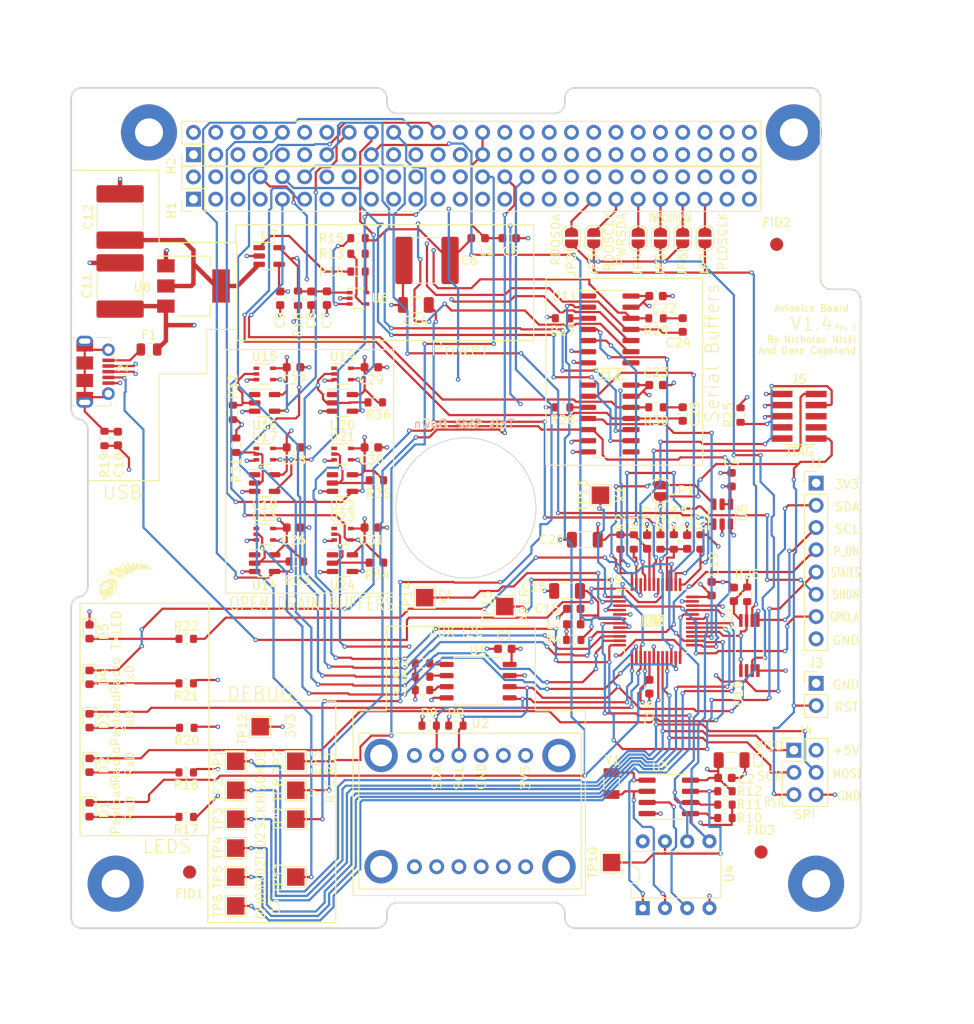
<source format=kicad_pcb>
(kicad_pcb (version 20240108) (generator "pcbnew") (generator_version "8.0")
  (layers (0 "F.Cu" signal) (1 "In1.Cu" signal "GND.Cu") (2 "In2.Cu" signal "3V3.Cu") (31 "B.Cu" signal) (34 "B.Paste" user) (35 "F.Paste" user) (36 "B.SilkS" user "B.Silkscreen") (37 "F.SilkS" user "F.Silkscreen") (38 "B.Mask" user) (39 "F.Mask" user) (44 "Edge.Cuts" user))
  (net 0 "")
  (net 1 "GND")
  (net 2 "+3V3")
  (net 3 "/3V3_IN")
  (net 4 "/eFuse/3V3_IN_FILT")
  (net 5 "Net-(U6-VOUT)")
  (net 6 "Net-(J2-Shield)")
  (net 7 "Net-(U9-~{RESET})")
  (net 8 "/PAYLOAD_RXD")
  (net 9 "Net-(U9-VDDCORE)")
  (net 10 "/RADIO_RXD")
  (net 11 "Net-(U9-VDDANA)")
  (net 12 "/PAYLOAD_TXD")
  (net 13 "Net-(D1-A)")
  (net 14 "/RADIO_TXD")
  (net 15 "Net-(D2-A)")
  (net 16 "Net-(D3-A)")
  (net 17 "Net-(D4-A)")
  (net 18 "+5V")
  (net 19 "/SDA_NON_CRIT")
  (net 20 "/SCL_NON_CRIT")
  (net 21 "/PLD_ON_A_Int")
  (net 22 "/STATES_A_Int")
  (net 23 "/SHUTDOWN_A")
  (net 24 "/GPIO_A")
  (net 25 "/Microcontroller/USB_D-")
  (net 26 "/Microcontroller/USB_D+")
  (net 27 "/Microcontroller/USB_HOST_EN")
  (net 28 "Net-(D5-A)")
  (net 29 "/MISO")
  (net 30 "/SCK")
  (net 31 "/MOSI")
  (net 32 "/~{RESET}")
  (net 33 "/Microcontroller/RX_LED_SWDIO")
  (net 34 "/Microcontroller/SWCLK")
  (net 35 "Net-(J2-VBUS)")
  (net 39 "/Watchdog Timer/~{RESET}")
  (net 40 "/eFuse/~SHUTDOWN")
  (net 43 "/Microcontroller/TXLED")
  (net 45 "Net-(U1-A0)")
  (net 46 "Net-(U1-A1)")
  (net 47 "/SDA_CRIT")
  (net 48 "/SCL_CRIT")
  (net 49 "Net-(U1-A2)")
  (net 50 "/3V3_USB")
  (net 51 "/Microcontroller/X1")
  (net 52 "/Microcontroller/X2")
  (net 53 "/Microcontroller/AREF")
  (net 54 "/GPIO13")
  (net 55 "/GPIO12")
  (net 56 "/PLD_ON_B_Int")
  (net 57 "/PLD_ON_C_Int")
  (net 58 "/EN_PAYLOAD_SERIAL")
  (net 59 "/STATES_B_Int")
  (net 60 "/STATES_C_Int")
  (net 61 "/EN_RADIO_SERIAL")
  (net 62 "/EN_EXT_I2C")
  (net 63 "/TXD2")
  (net 64 "/RXD2")
  (net 65 "/SHUTDOWN_C")
  (net 66 "/WDTICK")
  (net 67 "Net-(U3-SQW{slash}OUT)")
  (net 68 "/SHUTDOWN_B")
  (net 69 "Net-(U7-EN)")
  (net 70 "/STATES_B")
  (net 71 "Net-(U6-FLAGB)")
  (net 72 "/PAYLOAD_ON_A")
  (net 73 "Net-(U11-RE)")
  (net 74 "/PAYLOAD_ON_C")
  (net 75 "Net-(U12-RE)")
  (net 76 "/PAYLOAD_ON_B")
  (net 78 "/STATES_A")
  (net 80 "/STATES_C")
  (net 81 "Net-(C24-Pad1)")
  (net 82 "/PAYLOAD_RXD-")
  (net 83 "Net-(C25-Pad1)")
  (net 84 "/RADIO_RXD-")
  (net 85 "/PAYLOAD_RXD+")
  (net 86 "/PAYLOAD_TXD+")
  (net 87 "/PAYLOAD_TXD-")
  (net 88 "/RADIO_RXD+")
  (net 89 "/RADIO_TXD+")
  (net 90 "/EPS_RESET")
  (net 91 "/V_RTC")
  (net 92 "/EPS_5V_USB")
  (net 93 "/Radio_SDA")
  (net 94 "/Radio_SCLK")
  (net 95 "/Power_SDA")
  (net 96 "/Power_SCLK")
  (net 97 "/PLD_SDA")
  (net 98 "/PLD_SCLK")
  (net 99 "/SDA_EXT")
  (net 100 "/SCL_EXT")
  (net 106 "Net-(U3-VBAT)")
  (net 107 "Net-(U3-X2)")
  (net 108 "Net-(U3-X1)")
  (net 110 "/RADIO_TXD-")
  (footprint "Jumper:SolderJumper-2_P1.3mm_Open_RoundedPad1.0x1.5mm" (layer "F.Cu") (at 119.38 80.65 90)
    (property "Reference" "JP2")
    (property "Value" "SolderJumper_2_Bridged")
  )
  (footprint "MountingHole:MountingHole_3.2mm_M3_Pad" (layer "F.Cu") (at 147.32 154.31)
    (property "Reference" "H5" (hide yes))
    (property "Value" "Mounting Hole" (hide yes))
  )
  (footprint "Resistor_SMD:R_0603_1608Metric" (layer "F.Cu") (at 94.996 84.46 180)
    (property "Reference" "R14")
    (property "Value" "10k")
  )
  (footprint "Capacitor_SMD:C_0603_1608Metric" (layer "F.Cu") (at 128.27 131.826 -90)
    (property "Reference" "C18")
    (property "Value" "0.1u")
  )
  (footprint "Package_TO_SOT_SMD:SOT-23-5" (layer "F.Cu") (at 93.218 117.734)
    (property "Reference" "U24")
    (property "Value" "DNI")
  )
  (footprint "SilverSat_footprints:TheBus2x26" (layer "F.Cu") (at 76.2 73.66 90)
    (property "Reference" "H1")
    (property "Value" "Conn_02x26_Odd_Even" (hide yes))
  )
  (footprint "Package_TO_SOT_SMD:SOT-353_SC-70-5" (layer "F.Cu") (at 84.328 114.432)
    (property "Reference" "U13")
    (property "Value" "74LVC1G07MDCKREPG4")
  )
  (footprint "Resistor_SMD:R_0603_1608Metric" (layer "F.Cu") (at 102.362 132.212 180)
    (property "Reference" "R7")
    (property "Value" "10k")
  )
  (footprint "LED_SMD:LED_0603_1608Metric" (layer "F.Cu") (at 64.325426 145.87154 -90)
    (property "Reference" "D1")
    (property "Value" "LED")
  )
  (footprint "Resistor_SMD:R_0603_1608Metric" (layer "F.Cu") (at 136.906 145.288 180)
    (property "Reference" "R11")
    (property "Value" "4.7k")
  )
  (footprint "Crystal:Crystal_SMD_3215-2Pin_3.2x1.5mm" (layer "F.Cu") (at 123.952 142.88 90)
    (property "Reference" "Y1")
    (property "Value" "32.768 kHz")
  )
  (footprint "Resistor_SMD:R_0603_1608Metric" (layer "F.Cu") (at 129.54 115.316 90)
    (property "Reference" "R23")
    (property "Value" "330")
  )
  (footprint "TestPoint:TestPoint_Pad_2.0x2.0mm" (layer "F.Cu") (at 81.026 156.85 90)
    (property "Reference" "TP6")
    (property "Value" "GPIO13")
  )
  (footprint "Resistor_SMD:R_0603_1608Metric" (layer "F.Cu") (at 97.091426 108.27954)
    (property "Reference" "R35")
    (property "Value" "10k")
  )
  (footprint "Package_TO_SOT_SMD:SOT-23-5" (layer "F.Cu") (at 84.836 82.682)
    (property "Reference" "U7")
    (property "Value" "TPS2105MDBVREP")
  )
  (footprint "Package_TO_SOT_SMD:SOT-353_SC-70-5" (layer "F.Cu") (at 93.218 105.288)
    (property "Reference" "U21")
    (property "Value" "74LVC1G07MDCKREPG4")
  )
  (footprint "Package_QFP:TQFP-48_7x7mm_P0.5mm" (layer "F.Cu") (at 129.032 124.338)
    (property "Reference" "U9")
    (property "Value" "ATSAMD21G18A-A")
  )
  (footprint "TestPoint:TestPoint_Pad_2.0x2.0mm" (layer "F.Cu") (at 83.82 136.398 90)
    (property "Reference" "TP12")
    (property "Value" "TestPoint")
  )
  (footprint "Resistor_SMD:R_0603_1608Metric" (layer "F.Cu") (at 75.375 141.61 180)
    (property "Reference" "R18")
    (property "Value" "1.2k")
  )
  (footprint "Package_SO:SOIC-8_3.9x4.9mm_P1.27mm" (layer "F.Cu") (at 130.491 144.404)
    (property "Reference" "U3")
    (property "Value" "DS1337S+")
  )
  (footprint "Package_TO_SOT_SMD:SOT-353_SC-70-5" (layer "F.Cu") (at 93.218 96.144)
    (property "Reference" "U19")
    (property "Value" "74LVC1G07MDCKREPG4")
  )
  (footprint "Resistor_SMD:R_0603_1608Metric" (layer "F.Cu") (at 94.996 80.65 180)
    (property "Reference" "R15")
    (property "Value" "10k")
  )
  (footprint "TestPoint:TestPoint_Pad_2.0x2.0mm" (layer "F.Cu") (at 102.616 121.666 90)
    (property "Reference" "TP14")
    (property "Value" "X2")
  )
  (footprint "MountingHole:MountingHole_3.2mm_M3_Pad" (layer "F.Cu") (at 71.12 68.58)
    (property "Reference" "H3" (hide yes))
    (property "Value" "Mounting Hole" (hide yes))
  )
  (footprint "Capacitor_SMD:C_0603_1608Metric" (layer "F.Cu") (at 137.922 121.29 90)
    (property "Reference" "C21")
    (property "Value" "0.1u")
  )
  (footprint "TestPoint:TestPoint_Pad_2.0x2.0mm" (layer "F.Cu") (at 81.026 153.548)
    (property "Reference" "TP5")
    (property "Value" "RXD2")
  )
  (footprint "Capacitor_SMD:C_0603_1608Metric" (layer "F.Cu") (at 96.52 113.67 180)
    (property "Reference" "C31")
    (property "Value" "0.1u")
  )
  (footprint "Connector_PinHeader_2.54mm:PinHeader_1x08_P2.54mm_Vertical" (layer "F.Cu") (at 147.32 108.59)
    (property "Reference" "J1")
    (property "Value" "Conn_01x08_Male")
  )
  (footprint "Resistor_SMD:R_0603_1608Metric" (layer "F.Cu") (at 119.634 126.492 180)
    (property "Reference" "R4")
    (property "Value" "10k")
  )
  (footprint "TestPoint:TestPoint_Pad_2.0x2.0mm" (layer "F.Cu") (at 111.76 122.682 90)
    (property "Reference" "TP15")
    (property "Value" "AREF")
  )
  (footprint "Inductor_SMD:L_0603_1608Metric" (layer "F.Cu") (at 108.712 80.65 180)
    (property "Reference" "L1")
    (property "Value" "Ferrite Bead")
  )
  (footprint "TestPoint:TestPoint_Pad_2.0x2.0mm" (layer "F.Cu") (at 87.884 143.642 90)
    (property "Reference" "TP8")
    (property "Value" "V_RTC")
  )
  (footprint "PCM_kikit:Fiducial_1.5mm_Mask2.5mm" (layer "F.Cu") (at 141.033426 150.69754)
    (property "Reference" "FID3")
    (property "Value" "Fiducial")
  )
  (footprint "Resistor_SMD:R_0603_1608Metric" (layer "F.Cu") (at 102.362 129.164 180)
    (property "Reference" "R5")
    (property "Value" "10k")
  )
  (footprint "Capacitor_SMD:C_0603_1608Metric" (layer "F.Cu") (at 132.08 100.716 -90)
    (property "Reference" "C25")
    (property "Value" "0.1u")
  )
  (footprint "Resistor_SMD:R_0603_1608Metric" (layer "F.Cu") (at 118.364 89.794 180)
    (property "Reference" "R27")
    (property "Value" "10k")
  )
  (footprint "MountingHole:MountingHole_3.2mm_M3_Pad" (layer "F.Cu") (at 67.31 154.305)
    (property "Reference" "H6" (hide yes))
    (property "Value" "Mounting Hole" (hide yes))
  )
  (footprint "Package_SO:SOP-8_5.28x5.23mm_P1.27mm" (layer "F.Cu") (at 108.712 131.196)
    (property "Reference" "U1")
    (property "Value" "CY15B256J_FRAM")
  )
  (footprint "Resistor_SMD:R_0603_1608Metric" (layer "F.Cu") (at 124.968 115.316 90)
    (property "Reference" "R2")
    (property "Value" "10k")
  )
  (footprint "Package_SO:SOIC-14_3.9x8.7mm_P1.27mm" (layer "F.Cu") (at 123.698 101.224)
    (property "Reference" "U12")
    (property "Value" "SN65HVD70D")
  )
  (footprint "TestPoint:TestPoint_Pad_2.0x2.0mm" (layer "F.Cu") (at 81.026 143.642)
    (property "Reference" "TP2")
    (property "Value" "MISO")
  )
  (footprint "TestPoint:TestPoint_Pad_2.0x2.0mm" (layer "F.Cu") (at 81.026 146.944)
    (property "Reference" "TP3")
    (property "Value" "SCK")
  )
  (footprint "Capacitor_SMD:C_0603_1608Metric" (layer "F.Cu") (at 91.44 87.495 -90)
    (property "Reference" "C7")
    (property "Value" "0.1u")
  )
  (footprint "LED_SMD:LED_0603_1608Metric" (layer "F.Cu") (at 64.325426 130.75854 -90)
    (property "Reference" "D4")
    (property "Value" "LED")
  )
  (footprint "Capacitor_SMD:C_0603_1608Metric" (layer "F.Cu") (at 111.76 127.508)
    (property "Reference" "C1")
    (property "Value" "0.1u")
  )
  (footprint "Capacitor_SMD:C_1206_3216Metric" (layer "F.Cu") (at 101.6 88.27 180)
    (property "Reference" "C14")
    (property "Value" "1u")
  )
  (footprint "Resistor_SMD:R_0603_1608Metric" (layer "F.Cu") (at 97.091426 117.67754)
    (property "Reference" "R34")
    (property "Value" "10k")
  )
  (footprint "Capacitor_SMD:C_0603_1608Metric" (layer "F.Cu") (at 89.662 87.508 -90)
    (property "Reference" "C8")
    (property "Value" "0.1u")
  )
  (footprint "Package_TO_SOT_SMD:SOT-223-3_TabPin2" (layer "F.Cu") (at 76.2 86.106)
    (property "Reference" "U8")
    (property "Value" "NCP1117-3.3_SOT223")
  )
  (footprint "Resistor_SMD:R_0603_1608Metric" (layer "F.Cu") (at 75.375 146.69 180)
    (property "Reference" "R17")
    (property "Value" "1.2k")
  )
  (footprint "Resistor_SMD:R_0603_1608Metric" (layer "F.Cu") (at 66.04 103.51 -90)
    (property "Reference" "R19")
    (property "Value" "1M")
  )
  (footprint "Resistor_SMD:R_0603_1608Metric" (layer "F.Cu") (at 75.375 126.37)
    (property "Reference" "R22")
    (property "Value" "1.2k")
  )
  (footprint "Resistor_SMD:R_0603_1608Metric" (layer "F.Cu") (at 94.996 82.428 180)
    (property "Reference" "R13")
    (property "Value" "10k")
  )
  (footprint "Package_TO_SOT_SMD:SOT-23-5" (layer "F.Cu") (at 84.328 108.59)
    (property "Reference" "U18")
    (property "Value" "DNI")
  )
  (footprint "Package_SO:SOIC-14_3.9x8.7mm_P1.27mm" (layer "F.Cu") (at 123.698 91.064)
    (property "Reference" "U11")
    (property "Value" "SN65HVD70D")
  )
  (footprint "Connector_USB:USB_Micro-B_Molex-105017-0001" (layer "F.Cu") (at 65.0169 95.89 -90)
    (property "Reference" "J2")
    (property "Value" "USB_B_Micro")
  )
  (footprint "Capacitor_SMD:C_0603_1608Metric" (layer "F.Cu") (at 67.564 103.505 -90)
    (property "Reference" "C10")
    (property "Value" "0.01u")
  )
  (footprint "Capacitor_SMD:C_0603_1608Metric" (layer "F.Cu") (at 86.106 87.508 -90)
    (property "Reference" "C9")
    (property "Value" "0.1u")
  )
  (footprint "Capacitor_SMD:C_0603_1608Metric" (layer "F.Cu") (at 129.032 97.414)
    (property "Reference" "C23")
    (property "Value" "0.1u")
  )
  (footprint "TestPoint:TestPoint_Pad_2.0x2.0mm" (layer "F.Cu") (at 122.682 109.982 90)
    (property "Reference" "TP13")
    (property "Value" "X1")
  )
  (footprint "LED_SMD:LED_0603_1608Metric" (layer "F.Cu") (at 64.325426 140.79154 -90)
    (property "Reference" "D2")
    (property "Value" "LED")
  )
  (footprint "Capacitor_SMD:C_0603_1608Metric" (layer "F.Cu") (at 96.52 104.526 180)
    (property "Reference" "C30")
    (property "Value" "0.1u")
  )
  (footprint "Fuse:Fuse_0805_2012Metric" (layer "F.Cu") (at 71.12 93.35)
    (property "Reference" "F1")
    (property "Value" "300 mA")
  )
  (footprint "PCM_kikit:Fiducial_1.5mm_Mask2.5mm" (layer "F.Cu") (at 75.755426 152.98354 180)
    (property "Reference" "FID1")
    (property "Value" "Fiducial")
  )
  (footprint "Capacitor_SMD:C_0603_1608Metric" (layer "F.Cu") (at 129.032 87.254)
    (property "Reference" "C22")
    (property "Value" "0.1u")
  )
  (footprint "TestPoint:TestPoint_Pad_2.0x2.0mm" (layer "F.Cu") (at 81.026 140.34)
    (property "Reference" "TP1")
    (property "Value" "MOSI")
  )
  (footprint "Resistor_SMD:R_0603_1608Metric" (layer "F.Cu") (at 106.172 136.276 180)
    (property "Reference" "R9")
    (property "Value" "4.7k")
  )
  (footprint "Package_TO_SOT_SMD:SOT-353_SC-70-5" (layer "F.Cu") (at 84.328 96.144)
    (property "Reference" "U15")
    (property "Value" "74LVC1G07MDCKREPG4")
  )
  (footprint "Capacitor_SMD:C_0603_1608Metric" (layer "F.Cu") (at 135.382 120.65 90)
    (property "Reference" "C19")
    (property "Value" "0.1u")
  )
  (footprint "Resistor_SMD:R_0603_1608Metric" (layer "F.Cu") (at 88.138 87.508 -90)
    (property "Reference" "R16")
    (property "Value" "10k")
  )
  (footprint "Package_SO:TSSOP-8_4.4x3mm_P0.65mm" (layer "F.Cu") (at 139.7 127.132 90)
    (property "Reference" "U10")
    (property "Value" "SN74CB3Q3306A")
  )
  (footprint "Capacitor_SMD:C_1206_3216Metric" (layer "F.Cu") (at 118.872 120.904)
    (property "Reference" "C16")
    (property "Value" "1u")
  )
  (footprint "Resistor_SMD:R_0603_1608Metric" (layer "F.Cu") (at 126.492 115.316 90)
    (property "Reference" "R1")
    (property "Value" "10k")
  )
  (footprint "Resistor_SMD:R_0603_1608Metric" (layer "F.Cu") (at 139.446 121.29 -90)
    (property "Reference" "R26")
    (property "Value" "10k")
  )
  (footprint "Capacitor_SMD:C_0603_1608Metric" (layer "F.Cu") (at 87.63 113.67 180)
    (property "Reference" "C26")
    (property "Value" "0.1u")
  )
  (footprint "Resistor_SMD:R_0603_1608Metric" (layer "F.Cu") (at 96.964426 99.38954)
    (property "Reference" "R36")
    (property "Value" "10k")
  )
  (footprint "Capacitor_SMD:C_0603_1608Metric" (layer "F.Cu") (at 112.268 80.65)
    (property "Reference" "C5")
    (property "Value" "0.1u")
  )
  (footprint "Capacitor_SMD:C_0603_1608Metric" (layer "F.Cu") (at 119.634 122.936 180)
    (property "Reference" "C15")
    (property "Value" "0.1u")
  )
  (footprint "Connector_PinHeader_1.27mm:PinHeader_2x05_P1.27mm_Vertical_SMD" (layer "F.Cu") (at 145.37 100.97)
    (property "Reference" "J5")
    (property "Value" "SWD")
  )
  (footprint "Package_TO_SOT_SMD:SOT-23-5" (layer "F.Cu") (at 93.218 99.446)
    (property "Reference" "U20")
    (property "Value" "DNI")
  )
  (footprint "TestPoint:TestPoint_Pad_2.0x2.0mm" (layer "F.Cu") (at 87.884 140.34 90)
    (property "Reference" "TP7")
    (property "Value" "EPS_RESET")
  )
  (footprint "TestPoint:TestPoint_Pad_2.0x2.0mm" (layer "F.Cu") (at 87.884 146.944 90)
    (property "Reference" "TP9")
    (property "Value" "EPS_5V_USB")
  )
  (footprint "Resistor_SMD:R_0603_1608Metric" (layer "F.Cu") (at 136.906 146.812 180)
    (property "Reference" "R10")
    (property "Value" "4.7k")
  )
  (footprint "Resistor_SMD:R_0603_1608Metric" (layer "F.Cu") (at 102.362 130.688 180)
    (property "Reference" "R6")
    (property "Value" "10k")
  )
  (footprint "Package_TO_SOT_SMD:SOT-353_SC-70-5" (layer "F.Cu") (at 84.328 105.288)
    (property "Reference" "U17")
    (property "Value" "74LVC1G07MDCKREPG4")
  )
  (footprint "Capacitor_SMD:C_1206_3216Metric" (layer "F.Cu") (at 120.904 115.062)
    (property "Reference" "C20")
    (property "Value" "1u")
  )
  (footprint "Jumper:SolderJumper-2_P1.3mm_Open_RoundedPad1.0x1.5mm" (layer "F.Cu") (at 129.54 80.65 90)
    (property "Reference" "JP5")
    (property "Value" "SolderJumper_2_Bridged")
  )
  (footprint "Capacitor_SMD:C_2220_5650Metric_Pad1.97x5.40mm_HandSolder" (layer "F.Cu") (at 67.818 78.232 90)
    (property "Reference" "C12")
    (property "Value" "10u")
  )
  (footprint "LED_SMD:LED_0603_1608Metric" (layer "F.Cu") (at 64.325426 135.71154 -90)
    (property "Reference" "D3")
    (property "Value" "LED")
  )
  (footprint "Capacitor_SMD:C_0603_1608Metric" (layer "F.Cu") (at 137.668 108.204 -90)
    (property "Reference" "C4")
    (property "Value" "0.1u")
  )
  (footprint "Package_TO_SOT_SMD:SOT-23-6" (layer "F.Cu") (at 136.586 112.1465 90)
    (property "Reference" "U5")
    (property "Value" "TPS3813-Q1_Watchdog")
  )
  (footprint "Resistor_SMD:R_0603_1608Metric" (layer "F.Cu") (at 75.375 131.45 180)
    (property "Reference" "R21")
    (property "Value" "1.2k")
  )
  (footprint "Connector_PinHeader_2.54mm:PinHeader_1x02_P2.54mm_Vertical" (layer "F.Cu") (at 147.32 131.45)
    (property "Reference" "J3")
    (property "Value" "Conn_01x02")
  )
  (footprint "Jumper:SolderJumper-2_P1.3mm_Open_RoundedPad1.0x1.5mm" (layer "F.Cu") (at 134.62 80.65 90)
    (property "Reference" "JP7")
    (property "Value" "SolderJumper_2_Bridged")
  )
  (footprint "Resistor_SMD:R_0603_1608Metric" (layer "F.Cu") (at 81.089426 104.27854 90)
    (property "Reference" "R31")
    (property "Value" "10k")
  )
  (footprint "Capacitor_SMD:C_0603_1608Metric" (layer "F.Cu") (at 132.08 90.556 -90)
    (property "Reference" "C24")
    (property "Value" "0.1u")
  )
  (footprint "Capacitor_SMD:C_0603_1608Metric" (layer "F.Cu") (at 87.63 104.526 180)
    (property "Reference" "C28")
    (property "Value" "0.1u")
  )
  (footprint "Capacitor_SMD:C_2220_5650Metric_Pad1.97x5.40mm_HandSolder" (layer "F.Cu") (at 67.818 86.106 90)
    (property "Reference" "C11")
    (property "Value" "10u")
  )
  (footprint "Jumper:SolderJumper-2_P1.3mm_Open_RoundedPad1.0x1.5mm" (layer "F.Cu") (at 121.92 80.65 90)
    (property "Reference" "JP3")
    (property "Value" "SolderJumper_2_Bridged")
  )
  (footprint "Resistor_SMD:R_0603_1608Metric" (layer "F.Cu") (at 103.124 136.276 180)
    (property "Reference" "R8")
    (property "Value" "4.7k")
  )
  (footprint "Package_TO_SOT_SMD:SOT-23-5" (layer "F.Cu") (at 93.218 108.59)
    (property "Reference" "U22")
    (property "Value" "DNI")
  )
  (footprint "Capacitor_SMD:C_0603_1608Metric" (layer "F.Cu") (at 136.906 142.24 180)
    (property "Reference" "C2")
    (property "Value" "0.1u")
  )
  (footprint "Resistor_SMD:R_0603_1608Metric" (layer "F.Cu") (at 87.947426 117.55054)
    (property "Reference" "R33")
    (property "Value" "10k")
  )
  (footprint "Resistor_SMD:R_0603_1608Metric" (layer "F.Cu") (at 138.684 100.838 -90)
    (property "Reference" "R25")
    (property "Value" "10k")
  )
  (footprint "TestPoint:TestPoint_Pad_2.0x2.0mm" (layer "F.Cu") (at 123.952 151.892 180)
    (property "Reference" "TP10")
    (property "Value" "TestPoint")
  )
  (footprint "MountingHole:MountingHole_3.2mm_M3_Pad" (layer "F.Cu") (at 144.78 68.58)
    (property "Reference" "H4" (hide yes))
    (property "Value" "Mounting Hole" (hide yes))
  )
  (footprint "Package_TO_SOT_SMD:SOT-23-5" (layer "F.Cu") (at 84.328 117.734)
    (property "Reference" "U14")
    (property "Value" "DNI")
  )
  (footprint "Package_TO_SOT_SMD:SOT-23-5" (layer "F.Cu") (at 84.328 99.446)
    (property "Reference" "U16")
    (property "Value" "DNI")
  )
  (footprint "Jumper:SolderJumper-2_P1.3mm_Open_RoundedPad1.0x1.5mm" (layer "F.Cu") (at 132.08 80.65 90)
    (property "Reference" "JP6")
    (property "Value" "SolderJumper_2_Bridged")
  )
  (footprint "Resistor_SMD:R_0603_1608Metric" (layer "F.Cu") (at 131.064 115.316 -90)
    (property "Reference" "R24")
    (property "Value" "10k")
  )
  (footprint "Capacitor_SMD:C_0603_1608Metric" (layer "F.Cu") (at 87.63 95.382 180)
    (property "Reference" "C27")
    (property "Value" "0.1u")
  )
  (footprint "Resistor_SMD:R_0603_1608Metric" (layer "F.Cu") (at 129.032 89.794 180)
    (property "Reference" "R29")
    (property "Value" "453")
  )
  (footprint "Resistor_SMD:R_0603_1608Metric" (layer "F.Cu") (at 134.112 115.316 90)
    (property "Reference" "R3")
    (property "Value" "10k")
  )
  (footprint "PCM_kikit:Fiducial_1.5mm_Mask2.5mm" (layer "F.Cu") (at 142.811426 81.35554)
    (property "Reference" "FID2")
    (property "Value" "Fiducial")
  )
  (footprint "Resistor_SMD:R_0603_1608Metric" (layer "F.Cu") (at 80.708426 100.53254 -90)
    (property "Reference" "R32")
    (property "Value" "10k")
  )
  (footprint "TestPoint:TestPoint_Pad_2.0x2.0mm" (layer "F.Cu") (at 87.884 153.548 90)
    (property "Reference" "TP11")
    (property "Value" "TestPoint")
  )
  (footprint "Resistor_SMD:R_0603_1608Metric" (layer "F.Cu") (at 75.438 136.53 180)
    (property "Reference" "R20")
    (property "Value" "1.2k")
  )
  (footprint "Package_TO_SOT_SMD:SOT-353_SC-70-5" (layer "F.Cu") (at 93.218 114.432)
    (property "Reference" "U23")
    (property "Value" "74LVC1G07MDCKREPG4")
  )
  (footprint "Resistor_SMD:R_0603_1608Metric" (layer "F.Cu") (at 118.364 99.954 180)
    (property "Reference" "R28")
    (property "Value" "10k")
  )
  (footprint "Package_DIP:DIP-8_W7.62mm" (layer "F.Cu") (at 127.518 157.094 90)
    (property "Reference" "U4")
    (property "Value" "DNI")
  )
  (footprint "Package_TO_SOT_SMD:SOT-353_SC-70-5" (layer "F.Cu") (at 94.996 87.508)
    (property "Reference" "U6")
    (property "Value" "FPF2000")
  )
  (footprint "SilverSat_footprints:MPU_6050" (layer "F.Cu") (at 77.311 137.133)
    (property "Reference" "U2")
    (property "Value" "AdaFruitMPU6050")
  )
  (footprint "Capacitor_SMD:C_0603_1608Metric" (layer "F.Cu") (at 96.52 95.382 180)
    (property "Reference" "C29")
    (property "Value" "0.1u")
  )
  (footprint "Capacitor_SMD:C_0603_1608Metric" (layer "F.Cu") (at 132.588 115.316 90)
    (property "Reference" "C13")
    (property "Value" "0.1u")
  )
  (footprint "Connector_PinHeader_2.54mm:PinHeader_2x03_P2.54mm_Vertical" (layer "F.Cu") (at 144.78 139.07)
    (property "Reference" "J4")
    (property "Value" "ICSP")
  )
  (footprint "Resistor_SMD:R_0603_1608Metric" (layer "F.Cu") (at 129.032 99.954 180)
    (property "Reference" "R30")
    (property "Value" "453")
  )
  (footprint "Jumper:SolderJumper-2_P1.3mm_Open_RoundedPad1.0x1.5mm" (layer "F.Cu") (at 129.54 109.474 -90)
    (property "Reference" "JP1")
    (property "Value" "SolderJumper_2_Bridged")
  )
  (footprint "LED_SMD:LED_0603_1608Metric" (layer "F.Cu") (at 64.325426 125.55154 -90)
    (property "Reference" "D5")
    (property "Value" "LED")
  )
  (footprint "Capacitor_SMD:C_0603_1608Metric" (layer "F.Cu") (at 128.016 115.316 90)
    (property "Reference" "C17")
    (property "Value" "0.1u")
  )
  (footprint "Inductor_SMD:L_0603_1608Metric" (layer "F.Cu") (at 119.634 124.714)
    (property "Reference" "L2")
    (property "Value" "Ferrite Bead")
  )
  (footprint "Capacitor_SMD:C_2220_5650Metric_Pad1.97x5.40mm_HandSolder" (layer "F.Cu") (at 102.87 83.19 180)
    (property "Reference" "C6")
    (property "Value" "10u")
  )
  (footprint "Jumper:SolderJumper-2_P1.3mm_Open_RoundedPad1.0x1.5mm" (layer "F.Cu") (at 127 80.65 90)
    (property "Reference" "JP4")
    (property "Value" "SolderJumper_2_Bridged")
  )
  (footprint "SilverSat_footprints:TheBus2x26" (layer "F.Cu") (at 76.2 68.58 90)
    (property "Reference" "H2")
    (property "Value" "Conn_02x26_Odd_Even" (hide yes))
  )
  (footprint "Capacitor_SMD:C_1206_3216Metric" (layer "F.Cu") (at 137.668 140.208 180)
    (property "Reference" "C3")
    (property "Value" "1u")
  )
  (footprint "LOGO" (layer "F.Cu") (at 68.086908 119.761)
    (property "Reference" "G***" (hide yes))
    (property "Value" "LOGO" (hide yes))
  )
  (footprint "TestPoint:TestPoint_Pad_2.0x2.0mm" (layer "F.Cu") (at 81.026 150.246)
    (property "Reference" "TP4")
    (property "Value" "TXD2")
  )
  (footprint "Resistor_SMD:R_0603_1608Metric" (layer "F.Cu") (at 136.906 143.764 180)
    (property "Reference" "R12")
    (property "Value" "10k")
  )
  (gr_line (start 120.967426 155.65054) (end 120.967426 151.96754) (stroke (width 0.127)) (layer "F.SilkS"))
  (gr_line (start 77.47 148.844) (end 63.246 148.844) (stroke (width 0.127)) (layer "F.SilkS"))
  (gr_line (start 115.062 92.329) (end 81.153 92.329) (stroke (width 0.127)) (layer "F.SilkS"))
  (gr_line (start 72.263 72.898) (end 62.357 72.898) (stroke (width 0.127)) (layer "F.SilkS"))
  (gr_line (start 94.424426 134.56854) (end 94.424426 155.65054) (stroke (width 0.127)) (layer "F.SilkS"))
  (gr_line (start 72.263 108.331) (end 72.263 96.139) (stroke (width 0.127)) (layer "F.SilkS"))
  (gr_line (start 90.551 133.477) (end 92.456 133.477) (stroke (width 0.127)) (layer "F.SilkS"))
  (gr_line (start 79.883 93.345) (end 79.883 94.361) (stroke (width 0.127)) (layer "F.SilkS"))
  (gr_line (start 120.967426 151.96754) (end 120.967426 134.56854) (stroke (width 0.127)) (layer "F.SilkS"))
  (gr_line (start 81.026 81.153) (end 81.026 79.121) (stroke (width 0.127)) (layer "F.SilkS"))
  (gr_line (start 116.459 85.598) (end 116.459 106.553) (stroke (width 0.127)) (layer "F.SilkS"))
  (gr_line (start 81.153 91.059) (end 81.153 81.153) (stroke (width 0.127)) (layer "F.SilkS"))
  (gr_line (start 77.851 158.75) (end 77.851 148.844) (stroke (width 0.127)) (layer "F.SilkS"))
  (gr_line (start 77.724 91.059) (end 81.153 91.059) (stroke (width 0.127)) (layer "F.SilkS"))
  (gr_line (start 115.252426 134.56854) (end 115.252426 124.91654) (stroke (width 0.127)) (layer "F.SilkS"))
  (gr_line (start 63.246 148.844) (end 63.246 122.301) (stroke (width 0.127)) (layer "F.SilkS"))
  (gr_line (start 92.456 133.477) (end 92.456 158.75) (stroke (width 0.127)) (layer "F.SilkS"))
  (gr_line (start 99.06 121.158) (end 79.883 121.158) (stroke (width 0.127)) (layer "F.SilkS"))
  (gr_line (start 98.234426 124.91654) (end 98.234426 134.56854) (stroke (width 0.127)) (layer "F.SilkS"))
  (gr_line (start 77.724 96.139) (end 77.724 91.059) (stroke (width 0.127)) (layer "F.SilkS"))
  (gr_line (start 133.604 106.553) (end 134.366 106.553) (stroke (width 0.127)) (layer "F.SilkS"))
  (gr_line (start 120.967426 134.56854) (end 115.252426 134.56854) (stroke (width 0.127)) (layer "F.SilkS"))
  (gr_line (start 72.263 81.153) (end 72.263 73.66) (stroke (width 0.127)) (layer "F.SilkS"))
  (gr_line (start 72.263 73.66) (end 72.263 72.898) (stroke (width 0.127)) (layer "F.SilkS"))
  (gr_line (start 81.153 81.153) (end 72.263 81.153) (stroke (width 0.127)) (layer "F.SilkS"))
  (gr_line (start 77.978 122.301) (end 77.978 148.844) (stroke (width 0.127)) (layer "F.SilkS"))
  (gr_line (start 134.366 106.553) (end 134.366 85.217) (stroke (width 0.127)) (layer "F.SilkS"))
  (gr_line (start 115.252426 124.91654) (end 98.234426 124.91654) (stroke (width 0.127)) (layer "F.SilkS"))
  (gr_line (start 81.153 92.329) (end 81.153 91.059) (stroke (width 0.127)) (layer "F.SilkS"))
  (gr_line (start 79.883 121.158) (end 79.883 94.361) (stroke (width 0.127)) (layer "F.SilkS"))
  (gr_line (start 99.06 93.345) (end 99.06 121.158) (stroke (width 0.127)) (layer "F.SilkS"))
  (gr_line (start 94.424426 155.65054) (end 120.967426 155.65054) (stroke (width 0.127)) (layer "F.SilkS"))
  (gr_line (start 81.026 79.121) (end 115.062 79.121) (stroke (width 0.127)) (layer "F.SilkS"))
  (gr_line (start 90.551 158.75) (end 92.456 158.75) (stroke (width 0.127)) (layer "F.SilkS"))
  (gr_line (start 98.234426 134.56854) (end 94.424426 134.56854) (stroke (width 0.127)) (layer "F.SilkS"))
  (gr_line (start 90.551 158.75) (end 77.851 158.75) (stroke (width 0.127)) (layer "F.SilkS"))
  (gr_line (start 116.459 106.553) (end 133.604 106.553) (stroke (width 0.127)) (layer "F.SilkS"))
  (gr_line (start 77.978 148.844) (end 77.47 148.844) (stroke (width 0.127)) (layer "F.SilkS"))
  (gr_line (start 134.366 85.217) (end 116.459 85.217) (stroke (width 0.127)) (layer "F.SilkS"))
  (gr_line (start 64.262 108.331) (end 72.263 108.331) (stroke (width 0.127)) (layer "F.SilkS"))
  (gr_line (start 115.062 79.121) (end 115.062 92.329) (stroke (width 0.127)) (layer "F.SilkS"))
  (gr_line (start 99.06 93.345) (end 79.883 93.345) (stroke (width 0.127)) (layer "F.SilkS"))
  (gr_line (start 72.263 96.139) (end 77.724 96.139) (stroke (width 0.127)) (layer "F.SilkS"))
  (gr_line (start 63.246 122.301) (end 77.978 122.301) (stroke (width 0.127)) (layer "F.SilkS"))
  (gr_line (start 77.978 133.477) (end 90.551 133.477) (stroke (width 0.127)) (layer "F.SilkS"))
  (gr_line (start 116.459 85.217) (end 116.459 85.598) (stroke (width 0.127)) (layer "F.SilkS"))
  (gr_line (start 62.23 158.1912) (end 62.23 122.747018) (stroke (width 0.2)) (layer "Edge.Cuts"))
  (gr_arc (start 118.615 65.2272) (mid 118.265344 66.071344) (end 117.4212 66.421) (stroke (width 0.2)) (layer "Edge.Cuts"))
  (gr_arc (start 64.135 120.4087) (mid 63.866733 121.162721) (end 63.1825 121.577859) (stroke (width 0.2)) (layer "Edge.Cuts"))
  (gr_line (start 151.2062 159.385) (end 119.8088 159.385) (stroke (width 0.2)) (layer "Edge.Cuts"))
  (gr_line (start 147.828 85.2932) (end 147.828 64.6938) (stroke (width 0.2)) (layer "Edge.Cuts"))
  (gr_line (start 117.4212 66.421) (end 99.4888 66.421) (stroke (width 0.2)) (layer "Edge.Cuts"))
  (gr_line (start 64.135 102.4763) (end 64.135 120.4087) (stroke (width 0.2)) (layer "Edge.Cuts"))
  (gr_arc (start 118.615 64.6938) (mid 118.964656 63.849656) (end 119.8088 63.5) (stroke (width 0.2)) (layer "Edge.Cuts"))
  (gr_arc (start 63.1825 101.307141) (mid 62.498267 100.892003) (end 62.23 100.137982) (stroke (width 0.2)) (layer "Edge.Cuts"))
  (gr_arc (start 99.4888 66.421) (mid 98.644656 66.071344) (end 98.295 65.2272) (stroke (width 0.2)) (layer "Edge.Cuts"))
  (gr_line (start 62.23 100.137982) (end 62.23 64.6938) (stroke (width 0.2)) (layer "Edge.Cuts"))
  (gr_line (start 152.4 87.6808) (end 152.4 158.1912) (stroke (width 0.2)) (layer "Edge.Cuts"))
  (gr_line (start 63.4238 63.5) (end 97.1012 63.5) (stroke (width 0.2)) (layer "Edge.Cuts"))
  (gr_arc (start 63.1825 101.307141) (mid 63.866733 101.722279) (end 64.135 102.4763) (stroke (width 0.2)) (layer "Edge.Cuts"))
  (gr_arc (start 63.4238 159.385) (mid 62.579656 159.035344) (end 62.23 158.1912) (stroke (width 0.2)) (layer "Edge.Cuts"))
  (gr_line (start 97.1012 159.385) (end 63.4238 159.385) (stroke (width 0.2)) (layer "Edge.Cuts"))
  (gr_arc (start 98.295 157.6578) (mid 98.644656 156.813656) (end 99.4888 156.464) (stroke (width 0.2)) (layer "Edge.Cuts"))
  (gr_arc (start 119.8088 159.385) (mid 118.964656 159.035344) (end 118.615 158.1912) (stroke (width 0.2)) (layer "Edge.Cuts"))
  (gr_arc (start 97.1012 63.5) (mid 97.945344 63.849656) (end 98.295 64.6938) (stroke (width 0.2)) (layer "Edge.Cuts"))
  (gr_line (start 98.295 65.2272) (end 98.295 64.6938) (stroke (width 0.2)) (layer "Edge.Cuts"))
  (gr_circle (center 107.32 111.43) (end 115.321 111.43) (stroke (width 0.1)) (fill none) (layer "Edge.Cuts"))
  (gr_line (start 151.2062 86.487) (end 149.0218 86.487) (stroke (width 0.2)) (layer "Edge.Cuts"))
  (gr_line (start 119.8088 63.5) (end 146.6342 63.5) (stroke (width 0.2)) (layer "Edge.Cuts"))
  (gr_arc (start 152.4 158.1912) (mid 152.050344 159.035344) (end 151.2062 159.385) (stroke (width 0.2)) (layer "Edge.Cuts"))
  (gr_line (start 118.615 64.6938) (end 118.615 65.2272) (stroke (width 0.2)) (layer "Edge.Cuts"))
  (gr_arc (start 62.23 122.747018) (mid 62.498267 121.992997) (end 63.1825 121.577859) (stroke (width 0.2)) (layer "Edge.Cuts"))
  (gr_arc (start 146.6342 63.5) (mid 147.478344 63.849656) (end 147.828 64.6938) (stroke (width 0.2)) (layer "Edge.Cuts"))
  (gr_line (start 99.4888 156.464) (end 117.4212 156.464) (stroke (width 0.2)) (layer "Edge.Cuts"))
  (gr_line (start 98.295 158.1912) (end 98.295 157.6578) (stroke (width 0.2)) (layer "Edge.Cuts"))
  (gr_line (start 118.615 157.6578) (end 118.615 158.1912) (stroke (width 0.2)) (layer "Edge.Cuts"))
  (gr_arc (start 98.295 158.1912) (mid 97.945344 159.035344) (end 97.1012 159.385) (stroke (width 0.2)) (layer "Edge.Cuts"))
  (gr_arc (start 62.23 64.6938) (mid 62.579656 63.849656) (end 63.4238 63.5) (stroke (width 0.2)) (layer "Edge.Cuts"))
  (gr_arc (start 117.4212 156.464) (mid 118.265344 156.813656) (end 118.615 157.6578) (stroke (width 0.2)) (layer "Edge.Cuts"))
  (gr_arc (start 151.2062 86.487) (mid 152.050344 86.836656) (end 152.4 87.6808) (stroke (width 0.2)) (layer "Edge.Cuts"))
  (gr_arc (start 149.0218 86.487) (mid 148.177656 86.137344) (end 147.828 85.2932) (stroke (width 0.2)) (layer "Edge.Cuts"))
  (gr_text "This Side Down\n" (at 112.966426 102.43754 0) (layer "B.SilkS") (effects (font (size 1 1)) (justify left bottom mirror)))
  (gr_text "TXLED" (at 68.008426 127.71054 90) (layer "F.SilkS") (effects (font (size 1.016 1.016) (thickness 0.127)) (justify left bottom)))
  (gr_text "Payload\n  TxD\n" (at 69.532426 138.75954 90) (layer "F.SilkS") (effects (font (size 1.016 1.016) (thickness 0.127)) (justify left bottom)))
  (gr_text "OPEN DRAIN BUFFERS" (at 80.200426 123.26554 0) (layer "F.SilkS") (effects (font (size 1.524 1.143) (thickness 0.127)) (justify left bottom)))
  (gr_text "X2" (at 105.473426 122.63054 90) (layer "F.SilkS") (effects (font (size 1.016 1.016) (thickness 0.127)) (justify left bottom)))
  (gr_text "GND" (at 149.606 144.907 0) (layer "F.SilkS") (effects (font (size 1.016 0.889) (thickness 0.127)) (justify left bottom)))
  (gr_text "RST" (at 141.287426 145.542 0) (layer "F.SilkS") (effects (font (size 1.016 0.762) (thickness 0.127)) (justify left bottom)))
  (gr_text "JTAG" (at 143.573426 105.61254 0) (layer "F.SilkS") (effects (font (size 1 1)) (justify left bottom)))
  (gr_text "GND" (at 109.664426 143.71254 90) (layer "F.SilkS") (effects (font (size 1.016 1.016) (thickness 0.127)) (justify left bottom)))
  (gr_text "And Dave Copeland" (at 146.304 93.472 0) (layer "F.SilkS") (effects (font (size 0.762 0.762) (thickness 0.127))))
  (gr_text "By Nicholas Niski" (at 146.812 92.202 0) (layer "F.SilkS") (effects (font (size 0.762 0.762) (thickness 0.127))))
  (gr_text "MOSI" (at 149.098 142.367 0) (layer "F.SilkS") (effects (font (size 1.016 0.889) (thickness 0.127)) (justify left bottom)))
  (gr_text "MOSI" (at 84.455 141.986 90) (layer "F.SilkS") (effects (font (size 1.016 0.889) (thickness 0.127)) (justify left bottom)))
  (gr_text "X1" (at 125.539426 110.94654 90) (layer "F.SilkS") (effects (font (size 1 1)) (justify left bottom)))
  (gr_text "SCL\n" (at 149.352 114.427 0) (layer "F.SilkS") (effects (font (size 1.016 1.016) (thickness 0.127)) (justify left bottom)))
  (gr_text "SDA\n" (at 149.352 111.887 0) (layer "F.SilkS") (effects (font (size 1.016 1.016) (thickness 0.127)) (justify left bottom)))
  (gr_text "GND\n" (at 149.098 132.207 0) (layer "F.SilkS") (effects (font (size 1.016 1.016) (thickness 0.127)) (justify left bottom)))
  (gr_text "MISO" (at 84.455 145.288 90) (layer "F.SilkS") (effects (font (size 1.016 0.889) (thickness 0.127)) (justify left bottom)))
  (gr_text "SDA" (at 104.584426 143.71254 90) (layer "F.SilkS") (effects (font (size 1.016 1.016) (thickness 0.127)) (justify left bottom)))
  (gr_text "Radio\n RxD" (at 69.532426 142.95054 90) (layer "F.SilkS") (effects (font (size 1.016 1.016) (thickness 0.127)) (justify left bottom)))
  (gr_text "GPIO_A" (at 148.844 124.46 0) (layer "F.SilkS") (effects (font (size 1.016 0.635) (thickness 0.127)) (justify left bottom)))
  (gr_text "PWRSCLK" (at 128.206426 78.94254 0) (layer "F.SilkS") (effects (font (size 1.016 0.381) (thickness 0.09525)) (justify left bottom)))
  (gr_text "GPIO\n 13" (at 86.106 158.496 90) (layer "F.SilkS") (effects (font (size 1.016 0.889) (thickness 0.127)) (justify left bottom)))
  (gr_text "MISO" (at 140.208 139.192 0) (layer "F.SilkS") (effects (font (size 1.016 0.889) (thickness 0.127)) (justify left bottom)))
  (gr_text "EPS\nRST" (at 92.456 141.986 90) (layer "F.SilkS") (effects (font (size 1.016 1.016) (thickness 0.127)) (justify left bottom)))
  (gr_text "SCL" (at 107.124426 143.71254 90) (layer "F.SilkS") (effects (font (size 1.016 1.016) (thickness 0.127)) (justify left bottom)))
  (gr_text "V1.4\n" (at 146.812 90.424 0) (layer "F.SilkS") (effects (font (size 1.524 1.524) (thickness 0.127))))
  (gr_text "RDOSCLK\n" (at 124.269426 84.53054 90) (layer "F.SilkS") (effects (font (size 1.016 1.016) (thickness 0.127)) (justify left bottom)))
  (gr_text "Payload\n  RxD\n" (at 69.532426 148.79254 90) (layer "F.SilkS") (effects (font (size 1.016 1.016) (thickness 0.127)) (justify left bottom)))
  (gr_text "GND\n" (at 149.098 127.127 0) (layer "F.SilkS") (effects (font (size 1.016 1.016) (thickness 0.127)) (justify left bottom)))
  (gr_text " V \nRTC" (at 92.392426 145.23654 90) (layer "F.SilkS") (effects (font (size 1.016 1.016) (thickness 0.127)) (justify left bottom)))
  (gr_text "USB" (at 65.722426 110.56554 0) (layer "F.SilkS") (effects (font (size 1.524 1.524) (thickness 0.127)) (justify left bottom)))
  (gr_text "DEBUG" (at 79.946426 133.55254 0) (layer "F.SilkS") (effects (font (size 1.524 1.524) (thickness 0.127)) (justify left bottom)))
  (gr_text "Power\n" (at 103.187426 94.18254 0) (layer "F.SilkS") (effects (font (size 1.524 1.524) (thickness 0.127)) (justify left bottom)))
  (gr_text "Serial Buffers\n" (at 136.334426 101.80254 90) (layer "F.SilkS") (effects (font (size 1.524 1.524) (thickness 0.127)) (justify left bottom)))
  (gr_text "3V3" (at 149.352 109.347 0) (layer "F.SilkS") (effects (font (size 1.016 1.016) (thickness 0.127)) (justify left bottom)))
  (gr_text "AUX I2C\n" (at 103.060426 126.18654 0) (layer "F.SilkS") (effects (font (size 1.016 1.016) (thickness 0.127)) (justify left bottom)))
  (gr_text "RST" (at 149.352 134.747 0) (layer "F.SilkS") (effects (font (size 1.016 1.016) (thickness 0.127)) (justify left bottom)))
  (gr_text "3V3\n" (at 114.744426 143.71254 90) (layer "F.SilkS") (effects (font (size 1.016 1.016) (thickness 0.127)) (justify left bottom)))
  (gr_text "SHDN" (at 149.098 121.92 0) (layer "F.SilkS") (effects (font (size 1.016 0.762) (thickness 0.127)) (justify left bottom)))
  (gr_text "Rev. B\n" (at 149.415426 91.26154 0) (layer "F.SilkS") (effects (font (size 0.762 0.508) (thickness 0.0635)) (justify left bottom)))
  (gr_text "AREF" (at 114.617426 124.53554 90) (layer "F.SilkS") (effects (font (size 1.016 1.016) (thickness 0.127)) (justify left bottom)))
  (gr_text "STATES" (at 148.971 119.38 0) (layer "F.SilkS") (effects (font (size 1.016 0.635) (thickness 0.127)) (justify left bottom)))
  (gr_text "SCK" (at 140.462 142.621 0) (layer "F.SilkS") (effects (font (size 1.016 1.016) (thickness 0.127)) (justify left bottom)))
  (gr_text "3V3" (at 87.884 137.795 90) (layer "F.SilkS") (effects (font (size 1.016 1.016) (thickness 0.127)) (justify left bottom)))
  (gr_text "P_ON\n" (at 149.225 116.967 0) (layer "F.SilkS") (effects (font (size 1.016 0.762) (thickness 0.127)) (justify left bottom)))
  (gr_text "SPI" (at 144.716426 147.01454 0) (layer "F.SilkS") (effects (font (size 1.016 1.016) (thickness 0.127)) (justify left bottom)))
  (gr_text "SCK" (at 84.455 148.336 90) (layer "F.SilkS") (effects (font (size 1.016 1.016) (thickness 0.127)) (justify left bottom)))
  (gr_text "+5V\n" (at 149.098 139.7 0) (layer "F.SilkS") (effects (font (size 1.016 1.016) (thickness 0.127)) (justify left bottom)))
  (gr_text "PLDSCLK" (at 137.223426 84.40354 90) (layer "F.SilkS") (effects (font (size 1.016 1.016) (thickness 0.127)) (justify left bottom)))
  (gr_text "PLDSDA\n" (at 130.873426 78.94254 0) (layer "F.SilkS") (effects (font (size 1.016 0.381) (thickness 0.09525)) (justify left bottom)))
  (gr_text "NiS" (at 127.317426 124.91654 0) (layer "F.SilkS" knockout) (effects (font (size 1.016 1.016) (thickness 0.127)) (justify left bottom)))
  (gr_text "RDOSDA" (at 118.173426 83.89554 90) (layer "F.SilkS") (effects (font (size 1.016 1.016) (thickness 0.127)) (justify left bottom)))
  (gr_text "Radio\n TxD" (at 69.532426 132.79054 90) (layer "F.SilkS") (effects (font (size 1.016 1.016) (thickness 0.127)) (justify left bottom)))
  (gr_text "PWRSDA" (at 125.666426 83.89554 90) (layer "F.SilkS") (effects (font (size 1.016 1.016) (thickness 0.127)) (justify left bottom)))
  (gr_text "LEDS" (at 70.294426 150.95154 0) (layer "F.SilkS") (effects (font (size 1.524 1.524) (thickness 0.127)) (justify left bottom)))
  (gr_text "TXD2" (at 84.455 151.765 90) (layer "F.SilkS") (effects (font (size 1.016 0.889) (thickness 0.127)) (justify left bottom)))
  (gr_text "RXD2" (at 84.455 155.194 90) (layer "F.SilkS") (effects (font (size 1.016 0.889) (thickness 0.127)) (justify left bottom)))
  (gr_text "This Side Up\n" (at 102.298426 102.43754 0) (layer "F.SilkS") (effects (font (size 1 1)) (justify left bottom)))
  (gr_text "Avionics Board" (at 146.812 88.646 0) (layer "F.SilkS") (effects (font (size 0.762 0.762) (thickness 0.127))))
  (segment (start 100.125 88.27) (end 100.125 83.2975) (width 0.254) (layer "F.Cu") (net 1))
  (segment (start 139.192 140.257) (end 139.143 140.208) (width 0.254) (layer "F.Cu") (net 1))
  (segment (start 143.42 100.97) (end 141.6 100.97) (width 0.254) (layer "F.Cu") (net 1))
  (segment (start 118.859 122.949) (end 117.856 123.952) (width 0.254) (layer "F.Cu") (net 1))
  (segment (start 117.407 89.662) (end 116.586 89.662) (width 0.254) (layer "F.Cu") (net 1))
  (segment (start 82.408 96.794) (end 82.296 96.906) (width 0.254) (layer "F.Cu") (net 1))
  (segment (start 130.932 87.254) (end 130.937 87.249) (width 0.254) (layer "F.Cu") (net 1))
  (segment (start 124.8695 123.588) (end 126.094 123.588) (width 0.254) (layer "F.Cu") (net 1))
  (segment (start 87.884 89.916) (end 87.63 90.17) (width 0.254) (layer "F.Cu") (net 1))
  (segment (start 121.223 93.604) (end 119.48 93.604) (width 0.254) (layer "F.Cu") (net 1))
  (segment (start 121.223 105.034) (end 119.534 105.034) (width 0.254) (layer "F.Cu") (net 1))
  (segment (start 92.964 87.508) (end 94.046 87.508) (width 0.254) (layer "F.Cu") (net 1))
  (segment (start 82.296 106.05) (end 83.266 106.05) (width 0.254) (layer "F.Cu") (net 1))
  (segment (start 119.734 94.874) (end 119.634 94.774) (width 0.254) (layer "F.Cu") (net 1))
  (segment (start 92.0805 109.54) (end 90.744 109.54) (width 0.254) (layer "F.Cu") (net 1))
  (segment (start 121.223 94.874) (end 119.734 94.874) (width 0.254) (layer "F.Cu") (net 1))
  (segment (start 83.378 115.082) (end 82.408 115.082) (width 0.254) (layer "F.Cu") (net 1))
  (segment (start 97.295 95.382) (end 98.298 95.382) (width 0.254) (layer "F.Cu") (net 1))
  (segment (start 121.223 103.764) (end 119.534 103.764) (width 0.254) (layer "F.Cu") (net 1))
  (segment (start 117.539 89.794) (end 117.407 89.662) (width 0.254) (layer "F.Cu") (net 1))
  (segment (start 91.44 89.154) (end 91.44 89.408) (width 0.254) (layer "F.Cu") (net 1))
  (segment (start 83.1905 109.54) (end 81.854 109.54) (width 0.254) (layer "F.Cu") (net 1))
  (segment (start 98.806 88.27) (end 100.125 88.27) (width 0.254) (layer "F.Cu") (net 1))
  (segment (start 90.744 100.396) (end 90.678 100.462) (width 0.254) (layer "F.Cu") (net 1))
  (segment (start 101.537 130.688) (end 101.537 132.212) (width 0.254) (layer "F.Cu") (net 1))
  (segment (start 68.834 105.747) (end 68.834 107.066) (width 0.254) (layer "F.Cu") (net 1))
  (segment (start 119.48 93.604) (end 119.38 93.504) (width 0.254) (layer "F.Cu") (net 1))
  (segment (start 117.397 120.904) (end 116.332 120.904) (width 0.254) (layer "F.Cu") (net 1))
  (segment (start 139.192 141.732) (end 139.192 140.257) (width 0.254) (layer "F.Cu") (net 1))
  (segment (start 90.678 118.75) (end 92.0145 118.75) (width 0.254) (layer "F.Cu") (net 1))
  (segment (start 135.138 157.094) (end 135.138 155.712) (width 0.254) (layer "F.Cu") (net 1))
  (segment (start 128.016 146.309) (end 129.545 146.309) (width 0.254) (layer "F.Cu") (net 1))
  (segment (start 129.282 120.1755) (end 129.282 121.162) (width 0.254) (layer "F.Cu") (net 1))
  (segment (start 135.382 119.875) (end 136.652 119.888) (width 0.254) (layer "F.Cu") (net 1))
  (segment (start 88.138 88.333) (end 88.138 89.662) (width 0.254) (layer "F.Cu") (net 1))
  (segment (start 100.125 83.2975) (end 100.2325 83.19) (width 0.254) (layer "F.Cu") (net 1))
  (segment (start 136.411 107.429) (end 136.398 107.442) (width 0.254) (layer "F.Cu") (net 1))
  (segment (start 92.156 96.906) (end 92.268 96.794) (width 0.254) (layer "F.Cu") (net 1))
  (segment (start 128.27 132.601) (end 128.27 133.604) (width 0.254) (layer "F.Cu") (net 1))
  (segment (start 81.854 100.396) (end 81.788 100.462) (width 0.254) (layer "F.Cu") (net 1))
  (segment (start 67.788 97.19) (end 67.818 97.16) (width 0.254) (layer "F.Cu") (net 1))
  (segment (start 112.312 130.561) (end 114.046 130.556) (width 0.254) (layer "F.Cu") (net 1))
  (segment (start 130.805 97.414) (end 131.064 97.155) (width 0.254) (layer "F.Cu") (net 1))
  (segment (start 129.807 97.414) (end 130.805 97.414) (width 0.254) (layer "F.Cu") (net 1))
  (segment (start 86.106 88.283) (end 86.106 89.408) (width 0.254) (layer "F.Cu") (net 1))
  (segment (start 91.44 88.27) (end 91.44 89.154) (width 0.254) (layer "F.Cu") (net 1))
  (segment (start 91.186 96.906) (end 92.156 96.906) (width 0.254) (layer "F.Cu") (net 1))
  (segment (start 101.537 129.164) (end 101.537 130.688) (width 0.254) (layer "F.Cu") (net 1))
  (segment (start 133.1945 122.088) (end 131.994 122.088) (width 0.254) (layer "F.Cu") (net 1))
  (segment (start 141.6 99.7) (end 141.478 99.822) (width 0.254) (layer "F.Cu") (net 1))
  (segment (start 66.4794 97.19) (end 67.788 97.19) (width 0.254) (layer "F.Cu") (net 1))
  (segment (start 143.42 99.7) (end 141.6 99.7) (width 0.254) (layer "F.Cu") (net 1))
  (segment (start 92.0145 118.75) (end 92.0805 118.684) (width 0.254) (layer "F.Cu") (net 1))
  (segment (start 83.266 106.05) (end 83.378 105.938) (width 0.254) (layer "F.Cu") (net 1))
  (segment (start 129.282 121.162) (end 129.032 121.412) (width 0.254) (layer "F.Cu") (net 1))
  (segment (start 66.04 104.335) (end 67.422 104.335) (width 0.254) (layer "F.Cu") (net 1))
  (segment (start 67.818 83.4685) (end 64.3595 83.4685) (width 0.508) (layer "F.Cu") (net 1))
  (segment (start 88.405 95.382) (end 89.408 95.382) (width 0.254) (layer "F.Cu") (net 1))
  (segment (start 137.282 119.875) (end 137.922 120.515) (width 0.254) (layer "F.Cu") (net 1))
  (segment (start 67.818 75.5945) (end 67.818 73.914) (width 0.508) (layer "F.Cu") (net 1))
  (segment (start 73.05 82.144) (end 73.152 82.042) (width 0.508) (layer "F.Cu") (net 1))
  (segment (start 88.138 89.662) (end 87.884 89.916) (width 0.254) (layer "F.Cu") (net 1))
  (segment (start 129.807 87.254) (end 130.932 87.254) (width 0.254) (layer "F.Cu") (net 1))
  (segment (start 128.782 127.258) (end 128.778 127.254) (width 0.254) (layer "F.Cu") (net 1))
  (segment (start 89.408 104.526) (end 88.405 104.526) (width 0.254) (layer "F.Cu") (net 1))
  (segment (start 138.684 142.24) (end 139.192 141.732) (width 0.254) (layer "F.Cu") (net 1))
  (segment (start 81.854 109.54) (end 81.788 109.606) (width 0.254) (layer "F.Cu") (net 1))
  (segment (start 90.744 109.54) (end 90.678 109.606) (width 0.254) (layer "F.Cu") (net 1))
  (segment (start 140.675 129.9945) (end 143.8375 129.9945) (width 0.254) (layer "F.Cu") (net 1))
  (segment (start 83.1905 118.684) (end 81.854 118.684) (width 0.254) (layer "F.Cu") (net 1))
  (segment (start 81.854 118.684) (end 81.788 118.75) (width 0.254) (layer "F.Cu") (net 1))
  (segment (start 119.429 115.062) (end 118.11 115.062) (width 0.254) (layer "F.Cu") (net 1))
  (segment (start 73.05 83.806) (end 73.05 82.144) (width 0.508) (layer "F.Cu") (net 1))
  (segment (start 92.156 106.05) (end 92.268 105.938) (width 0.254) (layer "F.Cu") (net 1))
  (segment (start 92.156 115.194) (end 92.268 115.082) (width 0.254) (layer "F.Cu") (net 1))
  (segment (start 83.1905 100.396) (end 81.854 100.396) (width 0.254) (layer "F.Cu") (net 1))
  (segment (start 103.627 133.101) (end 103.378 133.35) (width 0.254) (layer "F.Cu") (net 1))
  (segment (start 136.586 113.284) (end 136.586 114.488) (width 0.254) (layer "F.Cu") (net 1))
  (segment (start 137.681 142.24) (end 138.684 142.24) (width 0.254) (layer "F.Cu") (net 1))
  (segment (start 88.405 113.67) (end 89.408 113.67) (width 0.254) (layer "F.Cu") (net 1))
  (segment (start 119.534 103.764) (end 119.38 103.918) (width 0.254) (layer "F.Cu") (net 1))
  (segment (start 101.537 132.212) (end 101.537 133.287) (width 0.254) (layer "F.Cu") (net 1))
  (segment (start 128.782 128.5005) (end 128.782 127.258) (width 0.254) (layer "F.Cu") (net 1))
  (segment (start 117.539 99.954) (end 116.464 99.954) (width 0.254) (layer "F.Cu") (net 1))
  (segment (start 83.378 96.794) (end 82.408 96.794) (width 0.254) (layer "F.Cu") (net 1))
  (segment (start 141.6 100.97) (end 141.478 101.092) (width 0.254) (layer "F.Cu") (net 1))
  (segment (start 92.0805 100.396) (end 90.744 100.396) (width 0.254) (layer "F.Cu") (net 1))
  (segment (start 82.408 115.082) (end 82.296 115.194) (width 0.254) (layer "F.Cu") (net 1))
  (segment (start 97.295 104.526) (end 98.298 104.526) (width 0.254) (layer "F.Cu") (net 1))
  (segment (start 113.043 80.65) (end 114.422 80.65) (width 0.254) (layer "F.Cu") (net 1))
  (segment (start 110.985 127.508) (end 109.728 127.508) (width 0.254) (layer "F.Cu") (net 1))
  (segment (start 147.32 144.15) (end 149.474 144.15) (width 0.254) (layer "F.Cu") (net 1))
  (segment (start 118.859 122.936) (end 118.859 122.949) (width 0.254) (layer "F.Cu") (net 1))
  (segment (start 89.662 88.283) (end 89.662 89.408) (width 0.254) (layer "F.Cu") (net 1))
  (segment (start 82.296 82.682) (end 83.6985 82.682) (width 0.254) (layer "F.Cu") (net 1))
  (segment (start 91.186 106.05) (end 92.156 106.05) (width 0.254) (layer "F.Cu") (net 1))
  (segment (start 135.138 155.712) (end 135.128 155.702) (width 0.254) (layer "F.Cu") (net 1))
  (segment (start 97.295 113.67) (end 98.298 113.67) (width 0.254) (layer "F.Cu") (net 1))
  (segment (start 91.186 115.194) (end 92.156 115.194) (width 0.254) (layer "F.Cu") (net 1))
  (segment (start 132.588 114.541) (end 132.588 113.284) (width 0.254) (layer "F.Cu") (net 1))
  (segment (start 64.325426 124.76404) (end 64.325426 123.26554) (width 0.254) (layer "F.Cu") (net 1))
  (segment (start 137.668 107.429) (end 136.411 107.429) (width 0.254) (layer "F.Cu") (net 1))
  (segment (start 136.652 119.888) (end 137.282 119.875) (width 0.254) (layer "F.Cu") (net 1))
  (segment (start 105.112 133.101) (end 103.627 133.101) (width 0.254) (layer "F.Cu") (net 1))
  (segment (start 67.422 104.335) (end 68.834 105.747) (width 0.254) (layer "F.Cu") (net 1))
  (segment (start 128.016 114.541) (end 128.016 113.284) (width 0.254) (layer "F.Cu") (net 1))
  (via (at 98.298 113.67) (size 0.508) (drill 0.254) (layers "F.Cu" "B.Cu") (net 1))
  (via (at 67.818 97.16) (size 0.508) (drill 0.254) (layers "F.Cu" "B.Cu") (net 1))
  (via (at 91.186 96.906) (size 0.508) (drill 0.254) (layers "F.Cu" "B.Cu") (net 1))
  (via (at 131.064 97.155) (size 0.508) (drill 0.254) (layers "F.Cu" "B.Cu") (net 1))
  (via (at 119.634 94.774) (size 0.508) (drill 0.254) (layers "F.Cu" "B.Cu") (net 1))
  (via (at 132.588 113.284) (size 0.508) (drill 0.254) (layers "F.Cu" "B.Cu") (net 1))
  (via (at 119.534 105.034) (size 0.508) (drill 0.254) (layers "F.Cu" "B.Cu") (net 1))
  (via (at 82.296 115.194) (size 0.508) (drill 0.254) (layers "F.Cu" "B.Cu") (net 1))
  (via (at 136.586 114.488) (size 0.508) (drill 0.254) (layers "F.Cu" "B.Cu") (net 1))
  (via (at 119.38 93.504) (size 0.508) (drill 0.254) (layers "F.Cu" "B.Cu") (net 1))
  (via (at 87.63 90.17) (size 0.508) (drill 0.254) (layers "F.Cu" "B.Cu") (net 1))
  (via (at 89.662 89.408) (size 0.508) (drill 0.254) (layers "F.Cu" "B.Cu") (net 1))
  (via (at 98.298 104.526) (size 0.508) (drill 0.254) (layers "F.Cu" "B.Cu") (net 1))
  (via (at 89.408 95.382) (size 0.508) (drill 0.254) (layers "F.Cu" "B.Cu") (net 1))
  (via (at 116.586 89.662) (size 0.508) (drill 0.254) (layers "F.Cu" "B.Cu") (net 1))
  (via (at 136.398 107.442) (size 0.508) (drill 0.254) (layers "F.Cu" "B.Cu") (net 1))
  (via (at 143.8375 129.9945) (size 0.508) (drill 0.254) (layers "F.Cu" "B.Cu") (net 1))
  (via (at 67.818 73.914) (size 0.508) (drill 0.254) (layers "F.Cu" "B.Cu") (net 1))
  (via (at 91.186 115.194) (size 0.508) (drill 0.254) (layers "F.Cu" "B.Cu") (net 1))
  (via (at 128.27 133.604) (size 0.508) (drill 0.254) (layers "F.Cu" "B.Cu") (net 1))
  (via (at 64.325426 123.26554) (size 0.508) (drill 0.254) (layers "F.Cu" "B.Cu") (net 1))
  (via (at 90.678 109.606) (size 0.508) (drill 0.254) (layers "F.Cu" "B.Cu") (net 1))
  (via (at 141.478 99.822) (size 0.508) (drill 0.254) (layers "F.Cu" "B.Cu") (net 1))
  (via (at 81.788 109.606) (size 0.508) (drill 0.254) (layers "F.Cu" "B.Cu") (net 1))
  (via (at 139.192 141.732) (size 0.508) (drill 0.254) (layers "F.Cu" "B.Cu") (net 1))
  (via (at 119.38 103.918) (size 0.508) (drill 0.254) (layers "F.Cu" "B.Cu") (net 1))
  (via (at 101.537 133.287) (size 0.508) (drill 0.254) (layers "F.Cu" "B.Cu") (net 1))
  (via (at 109.728 127.508) (size 0.508) (drill 0.254) (layers "F.Cu" "B.Cu") (net 1))
  (via (at 82.296 106.05) (size 0.508) (drill 0.254) (layers "F.Cu" "B.Cu") (net 1))
  (via (at 129.032 121.412) (size 0.508) (drill 0.254) (layers "F.Cu" "B.Cu") (net 1))
  (via (at 135.128 155.702) (size 0.508) (drill 0.254) (layers "F.Cu" "B.Cu") (net 1))
  (via (at 91.186 106.05) (size 0.508) (drill 0.254) (layers "F.Cu" "B.Cu") (net 1))
  (via (at 90.678 118.75) (size 0.508) (drill 0.254) (layers "F.Cu" "B.Cu") (net 1))
  (via (at 73.152 82.042) (size 0.508) (drill 0.254) (layers "F.Cu" "B.Cu") (net 1))
  (via (at 82.296 96.906) (size 0.508) (drill 0.254) (layers "F.Cu" "B.Cu") (net 1))
  (via (at 118.11 115.062) (size 0.508) (drill 0.254) (layers "F.Cu" "B.Cu") (net 1))
  (via (at 128.016 113.284) (size 0.508) (drill 0.254) (layers "F.Cu" "B.Cu") (net 1))
  (via (at 114.046 130.556) (size 0.508) (drill 0.254) (layers "F.Cu" "B.Cu") (net 1))
  (via (at 136.652 119.888) (size 0.508) (drill 0.254) (layers "F.Cu" "B.Cu") (net 1))
  (via (at 130.937 87.249) (size 0.508) (drill 0.254) (layers "F.Cu" "B.Cu") (net 1))
  (via (at 129.545 146.309) (size 0.508) (drill 0.254) (layers "F.Cu" "B.Cu") (net 1))
  (via (at 103.378 133.35) (size 0.508) (drill 0.254) (layers "F.Cu" "B.Cu") (net 1))
  (via (at 117.856 123.952) (size 0.508) (drill 0.254) (layers "F.Cu" "B.Cu") (net 1))
  (via (at 89.408 113.67) (size 0.508) (drill 0.254) (layers "F.Cu" "B.Cu") (net 1))
  (via (at 114.422 80.65) (size 0.508) (drill 0.254) (layers "F.Cu" "B.Cu") (net 1))
  (via (at 82.296 82.682) (size 0.508) (drill 0.254) (layers "F.Cu" "B.Cu") (net 1))
  (via (at 98.298 95.382) (size 0.508) (drill 0.254) (layers "F.Cu" "B.Cu") (net 1))
  (via (at 91.44 89.408) (size 0.508) (drill 0.254) (layers "F.Cu" "B.Cu") (net 1))
  (via (at 81.788 100.462) (size 0.508) (drill 0.254) (layers "F.Cu" "B.Cu") (net 1))
  (via (at 116.332 120.904) (size 0.508) (drill 0.254) (layers "F.Cu" "B.Cu") (net 1))
  (via (at 90.678 100.462) (size 0.508) (drill 0.254) (layers "F.Cu" "B.Cu") (net 1))
  (via (at 81.788 118.75) (size 0.508) (drill 0.254) (layers "F.Cu" "B.Cu") (net 1))
  (via (at 64.3595 83.4685) (size 0.508) (drill 0.254) (layers "F.Cu" "B.Cu") (net 1))
  (via (at 92.964 87.508) (size 0.508) (drill 0.254) (layers "F.Cu" "B.Cu") (net 1))
  (via (at 131.994 122.088) (size 0.508) (drill 0.254) (layers "F.Cu" "B.Cu") (net 1))
  (via (at 89.408 104.526) (size 0.508) (drill 0.254) (layers "F.Cu" "B.Cu") (net 1))
  (via (at 141.478 101.092) (size 0.508) (drill 0.254) (layers "F.Cu" "B.Cu") (net 1))
  (via (at 128.778 127.254) (size 0.508) (drill 0.254) (layers "F.Cu" "B.Cu") (net 1))
  (via (at 149.474 144.15) (size 0.508) (drill 0.254) (layers "F.Cu" "B.Cu") (net 1))
  (via (at 116.464 99.954) (size 0.508) (drill 0.254) (layers "F.Cu" "B.Cu") (net 1))
  (via (at 68.834 107.066) (size 0.508) (drill 0.254) (layers "F.Cu" "B.Cu") (net 1))
  (via (at 86.106 89.408) (size 0.508) (drill 0.254) (layers "F.Cu" "B.Cu") (net 1))
  (via (at 126.094 123.588) (size 0.508) (drill 0.254) (layers "F.Cu" "B.Cu") (net 1))
  (via (at 98.806 88.27) (size 0.508) (drill 0.254) (layers "F.Cu" "B.Cu") (net 1))
  (segment (start 95.745 107.201) (end 95.745 104.526) (width 0.254) (layer "F.Cu") (net 2))
  (segment (start 86.855 113.652) (end 85.979 112.776) (width 0.254) (layer "F.Cu") (net 2))
  (segment (start 127.5675 87.9435) (end 128.016 88.392) (width 0.254) (layer "F.Cu") (net 2))
  (segment (start 128.016 116.091) (end 128.016 116.015) (width 0.254) (layer "F.Cu") (net 2))
  (segment (start 86.743 113.782) (end 86.855 113.67) (width 0.254) (layer "F.Cu") (net 2))
  (segment (start 86.855 115.3945) (end 85.4655 116.784) (width 0.254) (layer "F.Cu") (net 2))
  (segment (start 81.152426 101.35754) (end 81.724426 101.92954) (width 0.254) (layer "F.Cu") (net 2))
  (segment (start 95.745 115.3945) (end 95.745 113.67) (width 0.254) (layer "F.Cu") (net 2))
  (segment (start 76.586 141.224) (end 76.2 141.61) (width 0.254) (layer "F.Cu") (net 2))
  (segment (start 86.855 115.26454) (end 86.855 115.3945) (width 0.254) (layer "F.Cu") (net 2))
  (segment (start 137.668 108.979) (end 137.655 108.966) (width 0.254) (layer "F.Cu") (net 2))
  (segment (start 105.347 136.276) (end 105.347 135.323) (width 0.254) (layer "F.Cu") (net 2))
  (segment (start 105.347 135.323) (end 105.41 135.26) (width 0.254) (layer "F.Cu") (net 2))
  (segment (start 135.382 121.425) (end 134.112 120.142) (width 0.254) (layer "F.Cu") (net 2))
  (segment (start 138.684 100.013) (end 138.684 99.568) (width 0.254) (layer "F.Cu") (net 2))
  (segment (start 137.636 147.606) (end 134.366 147.606) (width 0.254) (layer "F.Cu") (net 2))
  (segment (start 126.173 97.414) (end 128.257 97.414) (width 0.254) (layer "F.Cu") (net 2))
  (segment (start 128.282 128.5005) (end 128.282 131.039) (width 0.254) (layer "F.Cu") (net 2))
  (segment (start 128.282 116.357) (end 128.016 116.091) (width 0.254) (layer "F.Cu") (net 2))
  (segment (start 126.987 98.684) (end 126.173 98.684) (width 0.254) (layer "F.Cu") (net 2))
  (segment (start 128.016 98.552) (end 128.27 98.552) (width 0.254) (layer "F.Cu") (net 2))
  (segment (start 86.416 98.496) (end 86.855 98.057) (width 0.254) (layer "F.Cu") (net 2))
  (segment (start 137.731 143.764) (end 137.655 143.764) (width 0.254) (layer "F.Cu") (net 2))
  (segment (start 95.745 98.057) (end 95.745 97.86554) (width 0.254) (layer "F.Cu") (net 2))
  (segment (start 126.173 87.254) (end 128.257 87.254) (width 0.254) (layer "F.Cu") (net 2))
  (segment (start 95.745 95.382) (end 95.745 94.247) (width 0.254) (layer "F.Cu") (net 2))
  (segment (start 128.016 88.392) (end 128.27 88.392) (width 0.254) (layer "F.Cu") (net 2))
  (segment (start 86.106 86.733) (end 86.987 86.733) (width 0.254) (layer "F.Cu") (net 2))
  (segment (start 102.299 136.276) (end 102.299 135.323) (width 0.254) (layer "F.Cu") (net 2))
  (segment (start 127.5675 98.1035) (end 126.987 98.684) (width 0.254) (layer "F.Cu") (net 2))
  (segment (start 137.536 113.284) (end 137.536 114.168) (width 0.254) (layer "F.Cu") (net 2))
  (segment (start 86.855 113.67) (end 86.855 115.26454) (width 0.254) (layer "F.Cu") (net 2))
  (segment (start 135.219 121.588) (end 135.382 121.425) (width 0.254) (layer "F.Cu") (net 2))
  (segment (start 134.366 147.606) (end 134.112 147.352) (width 0.254) (layer "F.Cu") (net 2))
  (segment (start 96.837886 107.201) (end 95.745 107.201) (width 0.254) (layer "F.Cu") (net 2))
  (segment (start 137.922 121.989) (end 139.446 120.465) (width 0.254) (layer "F.Cu") (net 2))
  (segment (start 136.131 141.465) (end 135.115 141.465) (width 0.254) (layer "F.Cu") (net 2))
  (segment (start 137.668 147.574) (end 137.636 147.606) (width 0.254) (layer "F.Cu") (net 2))
  (segment (start 95.745 104.526) (end 95.745 103.365) (width 0.254) (layer "F.Cu") (net 2))
  (segment (start 76.2 146.69) (end 76.576 146.69) (width 0.254) (layer "F.Cu") (net 2))
  (segment (start 80.327426 101.35754) (end 81.152426 101.35754) (width 0.254) (layer "F.Cu") (net 2))
  (segment (start 95.633 104.638) (end 95.745 104.526) (width 0.254) (layer "F.Cu") (net 2))
  (segment (start 127.254 132.334) (end 127.254 133.35) (width 0.254) (layer "F.Cu") (net 2))
  (segment (start 95.745 97.86554) (end 95.745 95.382) (width 0.254) (layer "F.Cu") (net 2))
  (segment (start 136.131 140.27) (end 136.193 140.208) (width 0.254) (layer "F.Cu") (net 2))
  (segment (start 135.115 141.465) (end 134.874 141.224) (width 0.254) (layer "F.Cu") (net 2))
  (segment (start 126.987 88.524) (end 127.5675 87.9435) (width 0.254) (layer "F.Cu") (net 2))
  (segment (start 118.809 126.492) (end 118.809 125.539) (width 0.254) (layer "F.Cu") (net 2))
  (segment (start 122.379 115.062) (end 123.19 115.062) (width 0.254) (layer "F.Cu") (net 2))
  (segment (start 78.994 141.224) (end 76.586 141.224) (width 0.254) (layer "F.Cu") (net 2))
  (segment (start 137.655 108.966) (end 136.652 108.966) (width 0.254) (layer "F.Cu") (net 2))
  (segment (start 81.089426 102.56454) (end 81.724426 101.92954) (width 0.254) (layer "F.Cu") (net 2))
  (segment (start 143.42 98.43) (end 141.61 98.43) (width 0.254) (layer "F.Cu") (net 2))
  (segment (start 131.064 114.491) (end 131.064 113.284) (width 0.254) (layer "F.Cu") (net 2))
  (segment (start 76.576 146.69) (end 78.994 144.272) (width 0.254) (layer "F.Cu") (net 2))
  (segment (start 78.994 131.064) (end 76.586 131.064) (width 0.254) (layer "F.Cu") (net 2))
  (segment (start 85.4655 107.64) (end 86.416 107.64) (width 0.254) (layer "F.Cu") (net 2))
  (segment (start 122.379 115.062) (end 122.379 113.333) (width 0.254) (layer "F.Cu") (net 2))
  (segment (start 86.855 95.382) (end 86.868 95.369) (width 0.254) (layer "F.Cu") (net 2))
  (segment (start 136.586 111.009) (end 137.536 111.009) (width 0.254) (layer "F.Cu") (net 2))
  (segment (start 137.922 122.065) (end 137.922 121.989) (width 0.254) (layer "F.Cu") (net 2))
  (segment (start 95.306 107.64) (end 95.745 107.201) (width 0.254) (layer "F.Cu") (net 2))
  (segment (start 97.789426 99.38954) (end 97.269 99.38954) (width 0.254) (layer "F.Cu") (net 2))
  (segment (start 81.089426 103.45354) (end 81.089426 102.56454) (width 0.254) (layer "F.Cu") (net 2))
  (segment (start 85.4655 98.496) (end 86.416 98.496) (width 0.254) (layer "F.Cu") (net 2))
  (segment (start 95.745 113.67) (end 95.745 112.662) (width 0.254) (layer "F.Cu") (net 2))
  (segment (start 86.743 104.638) (end 86.855 104.526) (width 0.254) (layer "F.Cu") (net 2))
  (segment (start 85.278 104.638) (end 86.743 104.638) (width 0.254) (layer "F.Cu") (net 2))
  (segment (start 76.395 136.398) (end 76.263 136.53) (width 0.254) (layer "F.Cu") (net 2))
  (segment (start 85.278 113.782) (end 86.743 113.782) (width 0.254) (layer "F.Cu") (net 2))
  (segment (start 94.3555 98.496) (end 95.306 98.496) (width 0.254) (layer "F.Cu") (net 2))
  (segment (start 88.772426 117.55054) (end 86.855 115.633114) (width 0.254) (layer "F.Cu") (net 2))
  (segment (start 137.536 111.009) (end 137.536 109.111) (width 0.254) (layer "F.Cu") (net 2))
  (segment (start 86.855 113.67) (end 86.855 113.652) (width 0.254) (layer "F.Cu") (net 2))
  (segment (start 127.254 132.067) (end 127.254 132.334) (width 0.254) (layer "F.Cu") (net 2))
  (segment (start 135.115 142.24) (end 136.131 142.24) (width 0.254) (layer "F.Cu") (net 2))
  (segment (start 86.855 98.057) (end 86.855 95.382) (width 0.254) (layer "F.Cu") (net 2))
  (segment (start 136.131 142.24) (end 136.131 141.465) (width 0.254) (layer "F.Cu") (net 2))
  (segment (start 76.586 131.064) (end 76.2 131.45) (width 0.254) (layer "F.Cu") (net 2))
  (segment (start 118.809 125.539) (end 118.809 124.7515) (width 0.254) (layer "F.Cu") (net 2))
  (segment (start 95.745 94.247) (end 95.758 94.234) (width 0.254) (layer "F.Cu") (net 2))
  (segment (start 86.855 104.526) (end 86.855 103.137) (width 0.254) (layer "F.Cu") (net 2))
  (segment (start 85.9735 86.6005) (end 86.106 86.733) (width 0.254) (layer "F.Cu") (net 2))
  (segment (start 97.269 99.38954) (end 95.745 97.86554) (width 0.254) (layer "F.Cu") (net 2))
  (segment (start 112.535 127.508) (end 112.535 129.068) (width 0.254) (layer "F.Cu") (net 2))
  (segment (start 128.282 131.039) (end 128.27 131.051) (width 0.254) (layer "F.Cu") (net 2))
  (segment (start 94.168 104.638) (end 95.633 104.638) (width 0.254) (layer "F.Cu") (net 2))
  (segment (start 126.173 88.524) (end 126.987 88.524) (width 0.254) (layer "F.Cu") (net 2))
  (segment (start 95.745 112.662) (end 95.758 112.649) (width 0.254) (layer "F.Cu") (net 2))
  (segment (start 94.168 113.782) (end 95.633 113.782) (width 0.254) (layer "F.Cu") (net 2))
  (segment (start 112.535 127.508) (end 113.538 127.508) (width 0.254) (layer "F.Cu") (net 2))
  (segment (start 128.282 120.1755) (end 128.282 116.357) (width 0.254) (layer "F.Cu") (net 2))
  (segment (start 97.916426 108.27954) (end 96.837886 107.201) (width 0.254) (layer "F.Cu") (net 2))
  (segment (start 134.856 142.499) (end 135.115 142.24) (width 0.254) (layer "F.Cu") (net 2))
  (segment (start 124.968 114.491) (end 126.492 114.491) (width 0.254) (layer "F.Cu") (net 2))
  (segment (start 94.3555 107.64) (end 95.306 107.64) (width 0.254) (layer "F.Cu") (net 2))
  (segment (start 127.5675 98.1035) (end 128.016 98.552) (width 0.254) (layer "F.Cu") (net 2))
  (segment (start 137.536 114.168) (end 137.922 114.554) (width 0.254) (layer "F.Cu") (net 2))
  (segment (start 86.743 95.494) (end 86.855 95.382) (width 0.254) (layer "F.Cu") (net 2))
  (segment (start 97.916426 117.565926) (end 95.745 115.3945) (width 0.254) (layer "F.Cu") (net 2))
  (segment (start 128.257 97.414) (end 127.5675 98.1035) (width 0.254) (layer "F.Cu") (net 2))
  (segment (start 137.922 123.4665) (end 138.725 124.2695) (width 0.254) (layer "F.Cu") (net 2))
  (segment (start 86.855 107.201) (end 86.855 104.526) (width 0.254) (layer "F.Cu") (net 2))
  (segment (start 102.299 135.323) (end 102.362 135.26) (width 0.254) (layer "F.Cu") (net 2))
  (segment (start 118.809 124.7515) (end 118.8465 124.714) (width 0.254) (layer "F.Cu") (net 2))
  (segment (start 134.112 114.491) (end 134.811 114.491) (width 0.254) (layer "F.Cu") (net 2))
  (segment (start 137.731 146.812) (end 137.731 145.288) (width 0.254) (layer "F.Cu") (net 2))
  (segment (start 128.27 131.051) (end 127.254 132.067) (width 0.254) (layer "F.Cu") (net 2))
  (segment (start 112.535 129.068) (end 112.312 129.291) (width 0.254) (layer "F.Cu") (net 2))
  (segment (start 132.966 142.499) (end 134.856 142.499) (width 0.254) (layer "F.Cu") (net 2))
  (segment (start 86.868 95.369) (end 86.868 94.488) (width 0.254) (layer "F.Cu") (net 2))
  (segment (start 137.668 146.875) (end 137.668 147.574) (width 0.254) (layer "F.Cu") (net 2))
  (segment (start 133.1945 121.588) (end 135.219 121.588) (width 0.254) (layer "F.Cu") (net 2))
  (segment (start 86.855 103.137) (end 87.376 102.616) (width 0.254) (layer "F.Cu") (net 2))
  (segment (start 86.416 107.64) (end 86.855 107.201) (width 0.254) (layer "F.Cu") (net 2))
  (segment (start 124.968 114.491) (end 123.761 114.491) (width 0.254) (layer "F.Cu") (net 2))
  (segment (start 127.254 133.35) (end 127.508 133.604) (width 0.254) (layer "F.Cu") (net 2))
  (segment (start 86.855 115.633114) (end 86.855 115.26454) (width 0.254) (layer "F.Cu") (net 2))
  (segment (start 85.9735 83.632) (end 85.9735 85.0895) (width 0.254) (layer "F.Cu") (net 2))
  (segment (start 86.868 94.488) (end 86.868 94.234) (width 0.254) (layer "F.Cu") (net 2))
  (segment (start 95.306 98.496) (end 95.745 98.057) (width 0.254) (layer "F.Cu") (net 2))
  (segment (start 95.633 113.782) (end 95.745 113.67) (width 0.254) (layer "F.Cu") (net 2))
  (segment (start 122.379 113.333) (end 122.428 113.284) (width 0.254) (layer "F.Cu") (net 2))
  (segment (start 137.655 143.764) (end 136.131 142.24) (width 0.254) (layer "F.Cu") (net 2))
  (segment (start 137.922 122.065) (end 137.922 123.068) (width 0.254) (layer "F.Cu") (net 2))
  (segment (start 127.5675 87.9435) (end 128.257 87.254) (width 0.254) (layer "F.Cu") (net 2))
  (segment (start 134.811 114.491) (end 136.144 115.824) (width 0.254) (layer "F.Cu") (net 2))
  (segment (start 128.016 116.015) (end 126.492 114.491) (width 0.254) (layer "F.Cu") (net 2))
  (segment (start 136.131 141.465) (end 136.131 140.27) (width 0.254) (layer "F.Cu") (net 2))
  (segment (start 94.168 95.494) (end 95.633 95.494) (width 0.254) (layer "F.Cu") (net 2))
  (segment (start 83.82 136.398) (end 86.36 136.398) (width 0.254) (layer "F.Cu") (net 2))
  (segment (start 85.278 95.494) (end 86.743 95.494) (width 0.254) (layer "F.Cu") (net 2))
  (segment (start 85.9735 85.0895) (end 85.9735 86.6005) (width 0.254) (layer "F.Cu") (net 2))
  (segment (start 123.19 115.062) (end 123.761 114.491) (width 0.254) (layer "F.Cu") (net 2))
  (segment (start 137.731 146.812) (end 137.668 146.875) (width 0.254) (layer "F.Cu") (net 2))
  (segment (start 138.684 99.568) (end 139.446 98.806) (width 0.254) (layer "F.Cu") (net 2))
  (segment (start 139.446 120.465) (end 139.446 119.38) (width 0.254) (layer "F.Cu") (net 2))
  (segment (start 137.922 123.068) (end 137.922 123.4665) (width 0.254) (layer "F.Cu") (net 2))
  (segment (start 78.994 136.398) (end 76.395 136.398) (width 0.254) (layer "F.Cu") (net 2))
  (segment (start 94.3555 116.784) (end 95.745 115.3945) (width 0.254) (layer "F.Cu") (net 2))
  (segment (start 137.536 109.111) (end 137.668 108.979) (width 0.254) (layer "F.Cu") (net 2))
  (segment (start 97.916426 117.67754) (end 97.916426 117.565926) (width 0.254) (layer "F.Cu") (net 2))
  (via (at 136.144 115.824) (size 0.508) (drill 0.254) (layers "F.Cu" "B.Cu") (net 2))
  (via (at 137.922 114.554) (size 0.508) (drill 0.254) (layers "F.Cu" "B.Cu") (net 2))
  (via (at 139.446 119.38) (size 0.508) (drill 0.254) (layers "F.Cu" "B.Cu") (net 2))
  (via (at 128.27 98.552) (size 0.508) (drill 0.254) (layers "F.Cu" "B.Cu") (net 2))
  (via (at 105.41 135.26) (size 0.508) (drill 0.254) (layers "F.Cu" "B.Cu") (net 2))
  (via (at 102.362 135.26) (size 0.508) (drill 0.254) (layers "F.Cu" "B.Cu") (net 2))
  (via (at 113.538 127.508) (size 0.508) (drill 0.254) (layers "F.Cu" "B.Cu") (net 2))
  (via (at 128.27 88.392) (size 0.508) (drill 0.254) (layers "F.Cu" "B.Cu") (net 2))
  (via (at 134.874 141.224) (size 0.508) (drill 0.254) (layers "F.Cu" "B.Cu") (net 2))
  (via (at 95.745 103.365) (size 0.508) (drill 0.254) (layers "F.Cu" "B.Cu") (net 2))
  (via (at 78.994 144.272) (size 0.508) (drill 0.254) (layers "F.Cu" "B.Cu") (net 2))
  (via (at 81.724426 101.92954) (size 0.508) (drill 0.254) (layers "F.Cu" "B.Cu") (net 2))
  (via (at 86.36 136.398) (size 0.508) (drill 0.254) (layers "F.Cu" "B.Cu") (net 2))
  (via (at 134.112 120.142) (size 0.508) (drill 0.254) (layers "F.Cu" "B.Cu") (net 2))
  (via (at 141.61 98.43) (size 0.508) (drill 0.254) (layers "F.Cu" "B.Cu") (net 2))
  (via (at 127.508 133.604) (size 0.508) (drill 0.254) (layers "F.Cu" "B.Cu") (net 2))
  (via (at 139.446 98.806) (size 0.508) (drill 0.254) (layers "F.Cu" "B.Cu") (net 2))
  (via (at 87.376 102.616) (size 0.508) (drill 0.254) (layers "F.Cu" "B.Cu") (net 2))
  (via (at 131.064 113.284) (size 0.508) (drill 0.254) (layers "F.Cu" "B.Cu") (net 2))
  (via (at 134.112 147.352) (size 0.508) (drill 0.254) (layers "F.Cu" "B.Cu") (net 2))
  (via (at 86.868 94.234) (size 0.508) (drill 0.254) (layers "F.Cu" "B.Cu") (net 2))
  (via (at 78.994 141.224) (size 0.508) (drill 0.254) (layers "F.Cu" "B.Cu") (net 2))
  (via (at 85.979 112.776) (size 0.508) (drill 0.254) (layers "F.Cu" "B.Cu") (net 2))
  (via (at 95.758 94.234) (size 0.508) (drill 0.254) (layers "F.Cu" "B.Cu") (net 2))
  (via (at 95.758 112.649) (size 0.508) (drill 0.254) (layers "F.Cu" "B.Cu") (net 2))
  (via (at 78.994 136.398) (size 0.508) (drill 0.254) (layers "F.Cu" "B.Cu") (net 2))
  (via (at 136.652 108.966) (size 0.508) (drill 0.254) (layers "F.Cu" "B.Cu") (net 2))
  (via (at 78.994 131.064) (size 0.508) (drill 0.254) (layers "F.Cu" "B.Cu") (net 2))
  (via (at 86.987 86.733) (size 0.508) (drill 0.254) (layers "F.Cu" "B.Cu") (net 2))
  (via (at 122.428 113.284) (size 0.508) (drill 0.254) (layers "F.Cu" "B.Cu") (net 2))
  (via (at 118.809 125.539) (size 0.508) (drill 0.254) (layers "F.Cu" "B.Cu") (net 2))
  (segment (start 109.22 71.12) (end 109.22 68.57) (width 0.254) (layer "F.Cu") (net 3))
  (segment (start 109.4995 80.65) (end 107.95 79.1005) (width 0.254) (layer "F.Cu") (net 3))
  (segment (start 107.95 72.39) (end 109.22 71.12) (width 0.254) (layer "F.Cu") (net 3))
  (segment (start 111.493 80.65) (end 109.4995 80.65) (width 0.254) (layer "F.Cu") (net 3))
  (segment (start 107.95 79.1005) (end 107.95 72.39) (width 0.254) (layer "F.Cu") (net 3))
  (segment (start 95.821 82.428) (end 95.821 84.46) (width 0.254) (layer "F.Cu") (net 4))
  (segment (start 101.9515 79.634) (end 98.298 79.634) (width 0.254) (layer "F.Cu") (net 4))
  (segment (start 107.9245 80.773) (end 105.5075 83.19) (width 0.254) (layer "F.Cu") (net 4))
  (segment (start 105.5075 83.19) (end 101.9515 79.634) (width 0.254) (layer "F.Cu") (net 4))
  (segment (start 95.946 84.585) (end 95.946 86.858) (width 0.254) (layer "F.Cu") (net 4))
  (segment (start 96.07 80.899) (end 95.821 80.65) (width 0.254) (layer "F.Cu") (net 4))
  (segment (start 98.298 79.634) (end 97.033 80.899) (width 0.254) (layer "F.Cu") (net 4))
  (segment (start 97.033 80.899) (end 96.07 80.899) (width 0.254) (layer "F.Cu") (net 4))
  (segment (start 107.9245 80.65) (end 107.9245 80.773) (width 0.254) (layer "F.Cu") (net 4))
  (segment (start 95.821 80.65) (end 95.821 82.428) (width 0.254) (layer "F.Cu") (net 4))
  (segment (start 95.821 84.46) (end 95.946 84.585) (width 0.254) (layer "F.Cu") (net 4))
  (segment (start 91.578 86.858) (end 91.44 86.72) (width 0.254) (layer "F.Cu") (net 5))
  (segment (start 88.265 100.838) (end 88.265 97.663) (width 0.254) (layer "F.Cu") (net 5))
  (segment (start 88.138 86.683) (end 88.138 83.8965) (width 0.254) (layer "F.Cu") (net 5))
  (segment (start 89.675 86.72) (end 89.662 86.733) (width 0.254) (layer "F.Cu") (net 5))
  (segment (start 87.503 82.931) (end 87.33775 83.09625) (width 0.254) (layer "F.Cu") (net 5))
  (segment (start 88.188 86.733) (end 88.138 86.683) (width 0.254) (layer "F.Cu") (net 5))
  (segment (start 85.725 101.219) (end 87.884 101.219) (width 0.254) (layer "F.Cu") (net 5))
  (segment (start 87.884 101.219) (end 88.265 100.838) (width 0.254) (layer "F.Cu") (net 5))
  (segment (start 88.011 82.931) (end 87.503 82.931) (width 0.254) (layer "F.Cu") (net 5))
  (segment (start 87.884 153.548) (end 89.662 153.548) (width 0.254) (layer "F.Cu") (net 5))
  (segment (start 94.046 86.858) (end 91.578 86.858) (width 0.254) (layer "F.Cu") (net 5))
  (segment (start 84.709 102.235) (end 85.725 101.219) (width 0.254) (layer "F.Cu") (net 5))
  (segment (start 91.44 86.72) (end 89.675 86.72) (width 0.254) (layer "F.Cu") (net 5))
  (segment (start 89.662 86.733) (end 88.188 86.733) (width 0.254) (layer "F.Cu") (net 5))
  (segment (start 88.138 83.8965) (end 87.33775 83.09625) (width 0.254) (layer "F.Cu") (net 5))
  (segment (start 87.33775 83.09625) (end 85.9735 81.732) (width 0.254) (layer "F.Cu") (net 5))
  (via (at 88.011 82.931) (size 0.508) (drill 0.254) (layers "F.Cu" "B.Cu") (net 5))
  (via (at 88.265 97.663) (size 0.508) (drill 0.254) (layers "F.Cu" "B.Cu") (net 5))
  (via (at 84.709 102.235) (size 0.508) (drill 0.254) (layers "F.Cu" "B.Cu") (net 5))
  (via (at 89.662 153.548) (size 0.508) (drill 0.254) (layers "F.Cu" "B.Cu") (net 5))
  (segment (start 81.534 105.41) (end 84.709 102.235) (width 0.254) (layer "B.Cu") (net 5))
  (segment (start 83.439 115.443) (end 83.439 108.458) (width 0.254) (layer "B.Cu") (net 5))
  (segment (start 89.662 153.548) (end 89.662 135.128) (width 0.254) (layer "B.Cu") (net 5))
  (segment (start 83.439 118.745) (end 83.439 115.443) (width 0.254) (layer "B.Cu") (net 5))
  (segment (start 88.265 97.663) (end 88.265 83.185) (width 0.254) (layer "B.Cu") (net 5))
  (segment (start 81.534 106.553) (end 81.534 105.41) (width 0.254) (layer "B.Cu") (net 5))
  (segment (start 87.63 133.096) (end 85.344 130.81) (width 0.254) (layer "B.Cu") (net 5))
  (segment (start 85.344 120.65) (end 83.439 118.745) (width 0.254) (layer "B.Cu") (net 5))
  (segment (start 83.439 108.458) (end 81.534 106.553) (width 0.254) (layer "B.Cu") (net 5))
  (segment (start 88.265 83.185) (end 88.011 82.931) (width 0.254) (layer "B.Cu") (net 5))
  (segment (start 89.662 135.128) (end 87.63 133.096) (width 0.254) (layer "B.Cu") (net 5))
  (segment (start 85.344 130.81) (end 85.344 120.65) (width 0.254) (layer "B.Cu") (net 5))
  (segment (start 63.7794 98.79) (end 66.0794 98.79) (width 0.254) (layer "F.Cu") (net 6))
  (segment (start 64.1794 93.39) (end 63.7794 92.99) (width 0.254) (layer "F.Cu") (net 6))
  (segment (start 63.7794 94.89) (end 63.7794 96.89) (width 0.254) (layer "F.Cu") (net 6))
  (segment (start 67.392 102.685) (end 67.564 102.857) (width 0.254) (layer "F.Cu") (net 6))
  (segment (start 63.7794 100.4244) (end 63.7794 99.39) (width 0.254) (layer "F.Cu") (net 6))
  (segment (start 63.7794 96.89) (end 63.7794 98.79) (width 0.254) (layer "F.Cu") (net 6))
  (segment (start 66.04 102.685) (end 63.7794 100.4244) (width 0.254) (layer "F.Cu") (net 6))
  (segment (start 66.04 102.685) (end 67.392 102.685) (width 0.254) (layer "F.Cu") (net 6))
  (segment (start 63.7794 92.99) (end 63.7794 94.89) (width 0.254) (layer "F.Cu") (net 6))
  (segment (start 66.4794 93.39) (end 64.1794 93.39) (width 0.254) (layer "F.Cu") (net 6))
  (segment (start 66.0794 98.79) (end 66.4794 98.39) (width 0.254) (layer "F.Cu") (net 6))
  (segment (start 63.7794 99.39) (end 63.7794 98.79) (width 0.254) (layer "F.Cu") (net 6))
  (segment (start 63.7794 92.39) (end 63.7794 92.99) (width 0.254) (layer "F.Cu") (net 6))
  (segment (start 132.538 116.141) (end 132.588 116.091) (width 0.254) (layer "F.Cu") (net 7))
  (segment (start 131.064 116.141) (end 132.538 116.141) (width 0.254) (layer "F.Cu") (net 7))
  (segment (start 131.064 117.094) (end 130.302 117.094) (width 0.254) (layer "F.Cu") (net 7))
  (segment (start 131.064 116.141) (end 129.54 116.141) (width 0.254) (layer "F.Cu") (net 7))
  (segment (start 131.064 116.141) (end 131.064 117.094) (width 0.254) (layer "F.Cu") (net 7))
  (segment (start 130.282 117.114) (end 130.282 120.1755) (width 0.254) (layer "F.Cu") (net 7))
  (segment (start 130.302 117.094) (end 130.282 117.114) (width 0.254) (layer "F.Cu") (net 7))
  (segment (start 120.904 141.986) (end 79.248 141.986) (width 0.254) (layer "F.Cu") (net 8))
  (segment (start 71.12 144.791966) (end 70.929426 144.98254) (width 0.254) (layer "F.Cu") (net 8))
  (segment (start 119.766 88.524) (end 119.507 88.265) (width 0.254) (layer "F.Cu") (net 8))
  (segment (start 78.189989 142.451989) (end 72.818011 142.451989) (width 0.254) (layer "F.Cu") (net 8))
  (segment (start 70.929426 144.98254) (end 64.426926 144.98254) (width 0.254) (layer "F.Cu") (net 8))
  (segment (start 78.74 142.494) (end 78.232 142.494) (width 0.254) (layer "F.Cu") (net 8))
  (segment (start 118.999 88.265) (end 118.872 88.392) (width 0.254) (layer "F.Cu") (net 8))
  (segment (start 121.223 88.524) (end 119.766 88.524) (width 0.254) (layer "F.Cu") (net 8))
  (segment (start 119.507 88.265) (end 118.999 88.265) (width 0.254) (layer "F.Cu") (net 8))
  (segment (start 64.426926 144.98254) (end 64.325426 145.08404) (width 0.254) (layer "F.Cu") (net 8))
  (segment (start 79.248 141.986) (end 78.74 142.494) (width 0.254) (layer "F.Cu") (net 8))
  (segment (start 71.12 144.15) (end 71.12 144.791966) (width 0.254) (layer "F.Cu") (net 8))
  (segment (start 72.818011 142.451989) (end 71.12 144.15) (width 0.254) (layer "F.Cu") (net 8))
  (segment (start 127.782 128.5005) (end 127.762 130.048) (width 0.254) (layer "F.Cu") (net 8))
  (segment (start 78.232 142.494) (end 78.189989 142.451989) (width 0.254) (layer "F.Cu") (net 8))
  (via (at 127.762 130.048) (size 0.508) (drill 0.254) (layers "F.Cu" "B.Cu") (net 8))
  (via (at 120.904 141.986) (size 0.508) (drill 0.254) (layers "F.Cu" "B.Cu") (net 8))
  (via (at 118.872 88.392) (size 0.508) (drill 0.254) (layers "F.Cu" "B.Cu") (net 8))
  (segment (start 118.745 91.567) (end 118.745 94.742) (width 0.254) (layer "B.Cu") (net 8))
  (segment (start 119.126 95.123) (end 119.126 102.997) (width 0.254) (layer "B.Cu") (net 8))
  (segment (start 119.126 91.186) (end 118.745 91.567) (width 0.254) (layer "B.Cu") (net 8))
  (segment (start 118.872 90.932) (end 119.126 91.186) (width 0.254) (layer "B.Cu") (net 8))
  (segment (start 118.745 94.742) (end 119.126 95.123) (width 0.254) (layer "B.Cu") (net 8))
  (segment (start 120.904 141.986) (end 127 135.89) (width 0.254) (layer "B.Cu") (net 8))
  (segment (start 119.38 135.255) (end 120.904 136.779) (width 0.254) (layer "B.Cu") (net 8))
  (segment (start 119.38 115.57) (end 119.38 135.255) (width 0.254) (layer "B.Cu") (net 8))
  (segment (start 119.126 102.997) (end 118.618 103.505) (width 0.254) (layer "B.Cu") (net 8))
  (segment (start 118.872 88.392) (end 118.872 90.932) (width 0.254) (layer "B.Cu") (net 8))
  (segment (start 118.618 103.505) (end 118.618 114.808) (width 0.254) (layer "B.Cu") (net 8))
  (segment (start 127 135.89) (end 127 132.588) (width 0.254) (layer "B.Cu") (net 8))
  (segment (start 127.762 131.826) (end 127 132.588) (width 0.254) (layer "B.Cu") (net 8))
  (segment (start 119.38 115.57) (end 118.618 114.808) (width 0.254) (layer "B.Cu") (net 8))
  (segment (start 120.904 136.779) (end 120.904 141.986) (width 0.254) (layer "B.Cu") (net 8))
  (segment (start 127.762 131.826) (end 127.762 130.048) (width 0.254) (layer "B.Cu") (net 8))
  (segment (start 103.886 90.17) (end 103.886 89.081) (width 0.254) (layer "F.Cu") (net 9))
  (segment (start 128.016 112.522) (end 128.778 113.284) (width 0.254) (layer "F.Cu") (net 9))
  (segment (start 128.782 120.1755) (end 128.782 117.86) (width 0.254) (layer "F.Cu") (net 9))
  (segment (start 116.332 101.6) (end 103.632 101.6) (width 0.254) (layer "F.Cu") (net 9))
  (segment (start 129.032 117.602) (end 128.778 117.856) (width 0.254) (layer "F.Cu") (net 9))
  (segment (start 103.886 89.081) (end 103.075 88.27) (width 0.254) (layer "F.Cu") (net 9))
  (segment (start 127.508 112.522) (end 116.332 112.522) (width 0.254) (layer "F.Cu") (net 9))
  (segment (start 127.508 112.522) (end 128.016 112.522) (width 0.254) (layer "F.Cu") (net 9))
  (segment (start 128.782 117.86) (end 128.778 117.856) (width 0.254) (layer "F.Cu") (net 9))
  (segment (start 129.032 117.094) (end 129.032 117.602) (width 0.254) (layer "F.Cu") (net 9))
  (via (at 129.032 117.094) (size 0.508) (drill 0.254) (layers "F.Cu" "B.Cu") (net 9))
  (via (at 128.778 113.284) (size 0.508) (drill 0.254) (layers "F.Cu" "B.Cu") (net 9))
  (via (at 116.332 112.522) (size 0.508) (drill 0.254) (layers "F.Cu" "B.Cu") (net 9))
  (via (at 103.632 101.6) (size 0.508) (drill 0.254) (layers "F.Cu" "B.Cu") (net 9))
  (via (at 116.332 101.6) (size 0.508) (drill 0.254) (layers "F.Cu" "B.Cu") (net 9))
  (via (at 103.886 90.17) (size 0.508) (drill 0.254) (layers "F.Cu" "B.Cu") (net 9))
  (segment (start 103.632 90.424) (end 103.886 90.17) (width 0.254) (layer "B.Cu") (net 9))
  (segment (start 103.632 101.6) (end 103.632 90.424) (width 0.254) (layer "B.Cu") (net 9))
  (segment (start 128.778 116.84) (end 129.032 117.094) (width 0.254) (layer "B.Cu") (net 9))
  (segment (start 128.778 113.284) (end 128.778 116.84) (width 0.254) (layer "B.Cu") (net 9))
  (segment (start 116.332 112.522) (end 116.332 101.6) (width 0.254) (layer "B.Cu") (net 9))
  (segment (start 135.76252 135.76348) (end 129.41348 135.76348) (width 0.254) (layer "F.Cu") (net 10))
  (segment (start 95.25 134.62) (end 90.8 139.07) (width 0.254) (layer "F.Cu") (net 10))
  (segment (start 134.62 126.746) (end 136.652 126.746) (width 0.254) (layer "F.Cu") (net 10))
  (segment (start 132.176 126.588) (end 133.1945 126.588) (width 0.254) (layer "F.Cu") (net 10))
  (segment (start 116.84 134.62) (end 95.25 134.62) (width 0.254) (layer "F.Cu") (net 10))
  (segment (start 90.8 139.07) (end 71.12 139.07) (width 0.254) (layer "F.Cu") (net 10))
  (segment (start 131.318 125.73) (end 132.176 126.588) (width 0.254) (layer "F.Cu") (net 10))
  (segment (start 135.89 135.636) (end 135.76252 135.76348) (width 0.254) (layer "F.Cu") (net 10))
  (segment (start 128.524 135.89) (end 118.11 135.89) (width 0.254) (layer "F.Cu") (net 10))
  (segment (start 130.048 96.012) (end 124.968 96.012) (width 0.254) (layer "F.Cu") (net 10))
  (segment (start 124.968 96.012) (end 122.296 98.684) (width 0.254) (layer "F.Cu") (net 10))
  (segment (start 71.12 139.07) (end 70.18596 140.00404) (width 0.254) (layer "F.Cu") (net 10))
  (segment (start 129.41348 135.76348) (end 129.15852 135.50852) (width 0.254) (layer "F.Cu") (net 10))
  (segment (start 129.15852 135.50852) (end 128.90548 135.50852) (width 0.254) (layer "F.Cu") (net 10))
  (segment (start 130.048 96.012) (end 133.096 96.012) (width 0.254) (layer "F.Cu") (net 10))
  (segment (start 118.11 135.89) (end 116.84 134.62) (width 0.254) (layer "F.Cu") (net 10))
  (segment (start 70.18596 140.00404) (end 64.325426 140.00404) (width 0.254) (layer "F.Cu") (net 10))
  (segment (start 122.296 98.684) (end 121.223 98.684) (width 0.254) (layer "F.Cu") (net 10))
  (segment (start 133.1945 126.588) (end 134.462 126.588) (width 0.254) (layer "F.Cu") (net 10))
  (segment (start 134.462 126.588) (end 134.62 126.746) (width 0.254) (layer "F.Cu") (net 10))
  (segment (start 133.096 96.012) (end 133.35 96.266) (width 0.254) (layer "F.Cu") (net 10))
  (segment (start 128.90548 135.50852) (end 128.524 135.89) (width 0.254) (layer "F.Cu") (net 10))
  (via (at 131.318 125.73) (size 0.508) (drill 0.254) (layers "F.Cu" "B.Cu") (net 10))
  (via (at 133.35 96.266) (size 0.508) (drill 0.254) (layers "F.Cu" "B.Cu") (net 10))
  (via (at 136.652 126.746) (size 0.508) (drill 0.254) (layers "F.Cu" "B.Cu") (net 10))
  (via (at 135.89 135.636) (size 0.508) (drill 0.254) (layers "F.Cu" "B.Cu") (net 10))
  (segment (start 136.652 134.874) (end 135.89 135.636) (width 0.254) (layer "B.Cu") (net 10))
  (segment (start 133.35 116.332) (end 133.35 96.266) (width 0.254) (layer "B.Cu") (net 10))
  (segment (start 131.318 125.73) (end 130.556 124.968) (width 0.254) (layer "B.Cu") (net 10))
  (segment (start 136.652 126.746) (end 136.652 131.064) (width 0.254) (layer "B.Cu") (net 10))
  (segment (start 130.556 118.618) (end 131.064 118.618) (width 0.254) (layer "B.Cu") (net 10))
  (segment (start 130.556 124.968) (end 130.556 118.618) (width 0.254) (layer "B.Cu") (net 10))
  (segment (start 131.064 118.618) (end 133.35 116.332) (width 0.254) (layer "B.Cu") (net 10))
  (segment (start 136.652 131.064) (end 136.652 134.874) (width 0.254) (layer "B.Cu") (net 10))
  (segment (start 120.4215 124.714) (end 120.4215 123.7235) (width 0.254) (layer "F.Cu") (net 11))
  (segment (start 122.428 122.936) (end 122.428 123.444) (width 0.254) (layer "F.Cu") (net 11))
  (segment (start 120.4215 123.7235) (end 120.447 123.698) (width 0.254) (layer "F.Cu") (net 11))
  (segment (start 124.8695 124.088) (end 122.546 124.088) (width 0.254) (layer "F.Cu") (net 11))
  (segment (start 122.428 122.174) (end 122.428 122.936) (width 0.254) (layer "F.Cu") (net 11))
  (segment (start 122.546 124.088) (end 122.428 123.97) (width 0.254) (layer "F.Cu") (net 11))
  (segment (start 122.428 123.444) (end 122.428 123.698) (width 0.254) (layer "F.Cu") (net 11))
  (segment (start 121.158 120.904) (end 122.428 122.174) (width 0.254) (layer "F.Cu") (net 11))
  (segment (start 120.447 123.698) (end 122.428 123.698) (width 0.254) (layer "F.Cu") (net 11))
  (segment (start 120.4215 123.7235) (end 120.4215 122.9485) (width 0.254) (layer "F.Cu") (net 11))
  (segment (start 120.347 120.904) (end 121.158 120.904) (width 0.254) (layer "F.Cu") (net 11))
  (segment (start 122.428 123.698) (end 122.428 123.97) (width 0.254) (layer "F.Cu") (net 11))
  (segment (start 71.36948 134.255486) (end 70.929426 134.69554) (width 0.254) (layer "F.Cu") (net 12))
  (segment (start 127.282 129.766) (end 127 130.048) (width 0.254) (layer "F.Cu") (net 12))
  (segment (start 126.238 134.112) (end 126.11052 134.23948) (width 0.254) (layer "F.Cu") (net 12))
  (segment (start 127.508 127) (end 127.282 127.226) (width 0.254) (layer "F.Cu") (net 12))
  (segment (start 64.553926 134.69554) (end 64.325426 134.92404) (width 0.254) (layer "F.Cu") (net 12))
  (segment (start 127.282 127.226) (end 127.282 128.5005) (width 0.254) (layer "F.Cu") (net 12))
  (segment (start 121.223 92.334) (end 123.322 92.334) (width 0.254) (layer "F.Cu") (net 12))
  (segment (start 127 130.048) (end 127 130.302) (width 0.254) (layer "F.Cu") (net 12))
  (segment (start 123.322 92.334) (end 123.8885 92.9005) (width 0.254) (layer "F.Cu") (net 12))
  (segment (start 126.11052 134.23948) (end 71.36948 134.23948) (width 0.254) (layer "F.Cu") (net 12))
  (segment (start 71.36948 134.23948) (end 71.36948 134.255486) (width 0.254) (layer "F.Cu") (net 12))
  (segment (start 70.929426 134.69554) (end 64.553926 134.69554) (width 0.254) (layer "F.Cu") (net 12))
  (segment (start 127.282 129.766) (end 127.282 128.5005) (width 0.254) (layer "F.Cu") (net 12))
  (via (at 126.746 113.1824) (size 0.508) (drill 0.254) (layers "F.Cu" "B.Cu") (net 12))
  (via (at 127.508 127) (size 0.508) (drill 0.254) (layers "F.Cu" "B.Cu") (net 12))
  (via (at 126.238 134.112) (size 0.508) (drill 0.254) (layers "F.Cu" "B.Cu") (net 12))
  (via (at 125.222 120.142) (size 0.508) (drill 0.254) (layers "F.Cu" "B.Cu") (net 12))
  (via (at 127 130.302) (size 0.508) (drill 0.254) (layers "F.Cu" "B.Cu") (net 12))
  (via (at 123.8885 92.9005) (size 0.508) (drill 0.254) (layers "F.Cu" "B.Cu") (net 12))
  (segment (start 125.222 120.142) (end 125.222 121.412) (width 0.254) (layer "B.Cu") (net 12))
  (segment (start 126.238 134.112) (end 126.238 132.334) (width 0.254) (layer "B.Cu") (net 12))
  (segment (start 127.508 123.698) (end 127.508 127) (width 0.254) (layer "B.Cu") (net 12))
  (segment (start 126.746 106.68) (end 126.746 113.1824) (width 0.254) (layer "B.Cu") (net 12))
  (segment (start 126.238 132.334) (end 127 131.572) (width 0.254) (layer "B.Cu") (net 12))
  (segment (start 123.8885 92.9005) (end 126.746 95.758) (width 0.254) (layer "B.Cu") (net 12))
  (segment (start 125.222 121.412) (end 127.508 123.698) (width 0.254) (layer "B.Cu") (net 12))
  (segment (start 126.746 95.758) (end 126.746 106.68) (width 0.254) (layer "B.Cu") (net 12))
  (segment (start 127 131.572) (end 127 130.302) (width 0.254) (layer "B.Cu") (net 12))
  (segment (start 74.55 146.944) (end 74.296 146.69) (width 0.254) (layer "F.Cu") (net 13))
  (segment (start 64.356386 146.69) (end 74.55 146.69) (width 0.254) (layer "F.Cu") (net 13))
  (segment (start 64.325426 146.65904) (end 64.356386 146.69) (width 0.254) (layer "F.Cu") (net 13))
  (segment (start 72.655966 122.936) (end 70.294426 125.29754) (width 0.254) (layer "F.Cu") (net 14))
  (segment (start 131.572 105.918) (end 131.826 105.664) (width 0.254) (layer "F.Cu") (net 14))
  (segment (start 134.366 127.254) (end 135.89 127.254) (width 0.254) (layer "F.Cu") (net 14))
  (segment (start 100.838 102.616) (end 103.347864 102.616) (width 0.254) (layer "F.Cu") (net 14))
  (segment (start 131.826 105.664) (end 136.906 105.664) (width 0.254) (layer "F.Cu") (net 14))
  (segment (start 93.472 122.936) (end 72.655966 122.936) (width 0.254) (layer "F.Cu") (net 14))
  (segment (start 103.855864 102.108) (end 115.57 102.108) (width 0.254) (layer "F.Cu") (net 14))
  (segment (start 67.525926 129.97104) (end 64.325426 129.97104) (width 0.254) (layer "F.Cu") (net 14))
  (segment (start 121.223 102.494) (end 121.798 102.494) (width 0.254) (layer "F.Cu") (net 14))
  (segment (start 123.444 105.918) (end 131.572 105.918) (width 0.254) (layer "F.Cu") (net 14))
  (segment (start 133.1945 127.088) (end 134.2 127.088) (width 0.254) (layer "F.Cu") (net 14))
  (segment (start 122.936 105.41) (end 123.444 105.918) (width 0.254) (layer "F.Cu") (net 14))
  (segment (start 122.936 103.632) (end 122.936 105.41) (width 0.254) (layer "F.Cu") (net 14))
  (segment (start 121.798 102.494) (end 122.936 103.632) (width 0.254) (layer "F.Cu") (net 14))
  (segment (start 115.57 102.108) (end 115.956 102.494) (width 0.254) (layer "F.Cu") (net 14))
  (segment (start 103.347864 102.616) (end 103.855864 102.108) (width 0.254) (layer "F.Cu") (net 14))
  (segment (start 134.2 127.088) (end 134.366 127.254) (width 0.254) (layer "F.Cu") (net 14))
  (segment (start 70.294426 127.20254) (end 67.525926 129.97104) (width 0.254) (layer "F.Cu") (net 14))
  (segment (start 115.956 102.494) (end 121.223 102.494) (width 0.254) (layer "F.Cu") (net 14))
  (via (at 135.89 127.254) (size 0.508) (drill 0.254) (layers "F.Cu" "B.Cu") (net 14))
  (via (at 93.472 122.936) (size 0.508) (drill 0.254) (layers "F.Cu" "B.Cu") (net 14))
  (via (at 136.906 105.664) (size 0.508) (drill 0.254) (layers "F.Cu" "B.Cu") (net 14))
  (via (at 70.294426 127.20254) (size 0.508) (drill 0.254) (layers "F.Cu" "B.Cu") (net 14))
  (via (at 100.838 102.616) (size 0.508) (drill 0.254) (layers "F.Cu" "B.Cu") (net 14))
  (via (at 70.294426 125.29754) (size 0.508) (drill 0.254) (layers "F.Cu" "B.Cu") (net 14))
  (segment (start 135.89 122.682) (end 135.89 125.984) (width 0.254) (layer "B.Cu") (net 14))
  (segment (start 70.294426 125.29754) (end 70.294426 127.20254) (width 0.254) (layer "B.Cu") (net 14))
  (segment (start 135.89 126.492) (end 135.89 127.254) (width 0.254) (layer "B.Cu") (net 14))
  (segment (start 93.98 122.936) (end 93.472 122.936) (width 0.254) (layer "B.Cu") (net 14))
  (segment (start 136.144 126.238) (end 135.89 126.492) (width 0.254) (layer "B.Cu") (net 14))
  (segment (start 96.774 106.934) (end 96.774 120.142) (width 0.254) (layer "B.Cu") (net 14))
  (segment (start 100.838 102.87) (end 98.298 105.41) (width 0.254) (layer "B.Cu") (net 14))
  (segment (start 98.298 105.41) (end 96.774 106.934) (width 0.254) (layer "B.Cu") (net 14))
  (segment (start 137.414 121.158) (end 137.414 106.172) (width 0.254) (layer "B.Cu") (net 14))
  (segment (start 137.414 121.158) (end 135.89 122.682) (width 0.254) (layer "B.Cu") (net 14))
  (segment (start 96.774 120.142) (end 93.98 122.936) (width 0.254) (layer "B.Cu") (net 14))
  (segment (start 135.89 125.984) (end 136.144 126.238) (width 0.254) (layer "B.Cu") (net 14))
  (segment (start 136.906 105.664) (end 137.414 106.172) (width 0.254) (layer "B.Cu") (net 14))
  (segment (start 100.838 102.616) (end 100.838 102.87) (width 0.254) (layer "B.Cu") (net 14))
  (segment (start 64.356386 141.61) (end 64.325426 141.57904) (width 0.254) (layer "F.Cu") (net 15))
  (segment (start 74.55 141.61) (end 64.356386 141.61) (width 0.254) (layer "F.Cu") (net 15))
  (segment (start 74.613 136.53) (end 64.356386 136.53) (width 0.254) (layer "F.Cu") (net 16))
  (segment (start 64.356386 136.53) (end 64.325426 136.49904) (width 0.254) (layer "F.Cu") (net 16))
  (segment (start 74.55 131.45) (end 64.421466 131.45) (width 0.254) (layer "F.Cu") (net 17))
  (segment (start 64.421466 131.45) (end 64.325426 131.54604) (width 0.254) (layer "F.Cu") (net 17))
  (segment (start 73.05 90.576) (end 76.302 90.576) (width 0.508) (layer "F.Cu") (net 18))
  (segment (start 73.05 92.3575) (end 73.05 90.576) (width 0.508) (layer "F.Cu") (net 18))
  (segment (start 72.0575 93.35) (end 73.05 92.3575) (width 0.508) (layer "F.Cu") (net 18))
  (segment (start 67.818 88.7435) (end 68.1555 88.406) (width 0.508) (layer "F.Cu") (net 18))
  (segment (start 68.1555 88.406) (end 73.05 88.406) (width 0.508) (layer "F.Cu") (net 18))
  (segment (start 73.05 90.576) (end 73.05 88.406) (width 0.508) (layer "F.Cu") (net 18))
  (via (at 76.302 90.576) (size 0.508) (drill 0.254) (layers "F.Cu" "B.Cu") (net 18))
  (segment (start 144.14 111.13) (end 143.764 111.506) (width 0.254) (layer "F.Cu") (net 19))
  (segment (start 136.581 131.247) (end 135.89 130.556) (width 0.254) (layer "F.Cu") (net 19))
  (segment (start 139.375 131.247) (end 140.462 132.334) (width 0.254) (layer "F.Cu") (net 19))
  (segment (start 114.686 133.228) (end 113.792 133.228) (width 0.254) (layer "F.Cu") (net 19))
  (segment (start 139.375 129.9945) (end 139.375 131.247) (width 0.254) (layer "F.Cu") (net 19))
  (segment (start 103.949 136.276) (end 103.949 135.323) (width 0.254) (layer "F.Cu") (net 19))
  (segment (start 112.439 133.228) (end 112.312 133.101) (width 0.254) (layer "F.Cu") (net 19))
  (segment (start 139.375 131.247) (end 136.581 131.247) (width 0.254) (layer "F.Cu") (net 19))
  (segment (start 113.792 133.228) (end 112.439 133.228) (width 0.254) (layer "F.Cu") (net 19))
  (segment (start 103.949 135.323) (end 103.886 135.26) (width 0.254) (layer "F.Cu") (net 19))
  (segment (start 103.981 136.308) (end 103.949 136.276) (width 0.254) (layer "F.Cu") (net 19))
  (segment (start 147.32 111.13) (end 144.14 111.13) (width 0.254) (layer "F.Cu") (net 19))
  (segment (start 140.462 132.334) (end 143.002 132.334) (width 0.254) (layer "F.Cu") (net 19))
  (segment (start 115.062 133.604) (end 114.686 133.228) (width 0.254) (layer "F.Cu") (net 19))
  (segment (start 125.73 133.604) (end 115.062 133.604) (width 0.254) (layer "F.Cu") (net 19))
  (segment (start 126.282 128.5005) (end 126.282 130.004) (width 0.254) (layer "F.Cu") (net 19))
  (segment (start 103.981 139.673) (end 103.981 136.308) (width 0.254) (layer "F.Cu") (net 19))
  (via (at 103.886 135.26) (size 0.508) (drill 0.254) (layers "F.Cu" "B.Cu") (net 19))
  (via (at 126.282 130.004) (size 0.508) (drill 0.254) (layers "F.Cu" "B.Cu") (net 19))
  (via (at 143.002 132.334) (size 0.508) (drill 0.254) (layers "F.Cu" "B.Cu") (net 19))
  (via (at 143.764 111.506) (size 0.508) (drill 0.254) (layers "F.Cu" "B.Cu") (net 19))
  (via (at 135.89 130.556) (size 0.508) (drill 0.254) (layers "F.Cu" "B.Cu") (net 19))
  (via (at 125.73 133.604) (size 0.508) (drill 0.254) (layers "F.Cu" "B.Cu") (net 19))
  (via (at 113.792 133.228) (size 0.508) (drill 0.254) (layers "F.Cu" "B.Cu") (net 19))
  (segment (start 125.73 131.826) (end 126.282 131.274) (width 0.254) (layer "B.Cu") (net 19))
  (segment (start 143.764 116.078) (end 143.51 116.332) (width 0.254) (layer "B.Cu") (net 19))
  (segment (start 143.764 111.506) (end 143.764 116.078) (width 0.254) (layer "B.Cu") (net 19))
  (segment (start 126.282 131.274) (end 126.282 130.004) (width 0.254) (layer "B.Cu") (net 19))
  (segment (start 125.73 133.604) (end 125.73 131.826) (width 0.254) (layer "B.Cu") (net 19))
  (segment (start 113.792 134.244) (end 113.792 133.228) (width 0.254) (layer "B.Cu") (net 19))
  (segment (start 143.002 116.84) (end 143.002 132.334) (width 0.254) (layer "B.Cu") (net 19))
  (segment (start 104.902 134.244) (end 113.792 134.244) (width 0.254) (layer "B.Cu") (net 19))
  (segment (start 143.51 116.332) (end 143.002 116.84) (width 0.254) (layer "B.Cu") (net 19))
  (segment (start 103.886 135.26) (end 104.902 134.244) (width 0.254) (layer "B.Cu") (net 19))
  (segment (start 137.668 134.62) (end 133.604 134.62) (width 0.254) (layer "F.Cu") (net 20))
  (segment (start 133.604 134.62) (end 133.35 134.366) (width 0.254) (layer "F.Cu") (net 20))
  (segment (start 114.3 131.958) (end 112.439 131.958) (width 0.254) (layer "F.Cu") (net 20))
  (segment (start 143.764 124.206) (end 140.7385 124.206) (width 0.254) (layer "F.Cu") (net 20))
  (segment (start 106.997 136.276) (end 106.997 135.323) (width 0.254) (layer "F.Cu") (net 20))
  (segment (start 147.32 113.67) (end 144.658 116.332) (width 0.254) (layer "F.Cu") (net 20))
  (segment (start 140.716 123.19) (end 140.716 124.2285) (width 0.254) (layer "F.Cu") (net 20))
  (segment (start 114.94 131.958) (end 116.078 133.096) (width 0.254) (layer "F.Cu") (net 20))
  (segment (start 106.521 139.673) (end 106.521 136.752) (width 0.254) (layer "F.Cu") (net 20))
  (segment (start 144.658 116.332) (end 144.272 116.332) (width 0.254) (layer "F.Cu") (net 20))
  (segment (start 112.439 131.958) (end 112.312 131.831) (width 0.254) (layer "F.Cu") (net 20))
  (segment (start 126.782 127.29) (end 126.746 127.254) (width 0.254) (layer "F.Cu") (net 20))
  (segment (start 127.254 134.366) (end 124.714 131.826) (width 0.254) (layer "F.Cu") (net 20))
  (segment (start 106.521 136.752) (end 106.997 136.276) (width 0.254) (layer "F.Cu") (net 20))
  (segment (start 133.35 134.366) (end 127.254 134.366) (width 0.254) (layer "F.Cu") (net 20))
  (segment (start 123.444 133.096) (end 124.714 131.826) (width 0.254) (layer "F.Cu") (net 20))
  (segment (start 106.997 135.323) (end 106.934 135.26) (width 0.254) (layer "F.Cu") (net 20))
  (segment (start 126.782 128.5005) (end 126.782 127.29) (width 0.254) (layer "F.Cu") (net 20))
  (segment (start 116.078 133.096) (end 123.444 133.096) (width 0.254) (layer "F.Cu") (net 20))
  (segment (start 114.3 131.958) (end 114.94 131.958) (width 0.254) (layer "F.Cu") (net 20))
  (via (at 126.746 127.254) (size 0.508) (drill 0.254) (layers "F.Cu" "B.Cu") (net 20))
  (via (at 144.272 116.332) (size 0.508) (drill 0.254) (layers "F.Cu" "B.Cu") (net 20))
  (via (at 140.716 123.19) (size 0.508) (drill 0.254) (layers "F.Cu" "B.Cu") (net 20))
  (via (at 137.668 134.62) (size 0.508) (drill 0.254) (layers "F.Cu" "B.Cu") (net 20))
  (via (at 124.714 131.826) (size 0.508) (drill 0.254) (layers "F.Cu" "B.Cu") (net 20))
  (via (at 114.3 131.958) (size 0.508) (drill 0.254) (layers "F.Cu" "B.Cu") (net 20))
  (via (at 143.764 124.206) (size 0.508) (drill 0.254) (layers "F.Cu" "B.Cu") (net 20))
  (via (at 106.934 135.26) (size 0.508) (drill 0.254) (layers "F.Cu" "B.Cu") (net 20))
  (segment (start 106.934 135.26) (end 113.66 135.26) (width 0.254) (layer "B.Cu") (net 20))
  (segment (start 124.206 130.048) (end 126.238 128.016) (width 0.254) (layer "B.Cu") (net 20))
  (segment (start 144.272 123.698) (end 143.764 124.206) (width 0.254) (layer "B.Cu") (net 20))
  (segment (start 140.462 123.444) (end 140.716 123.19) (width 0.254) (layer "B.Cu") (net 20))
  (segment (start 113.66 135.26) (end 114.3 134.62) (width 0.254) (layer "B.Cu") (net 20))
  (segment (start 140.34308 129.91292) (end 138.938 131.318) (width 0.254) (layer "B.Cu") (net 20))
  (segment (start 144.272 116.332) (end 144.272 123.698) (width 0.254) (layer "B.Cu") (net 20))
  (segment (start 140.34308 126.085301) (end 140.34308 129.91292) (width 0.254) (layer "B.Cu") (net 20))
  (segment (start 124.714 131.826) (end 124.206 131.318) (width 0.254) (layer "B.Cu") (net 20))
  (segment (start 140.34308 126.085301) (end 140.34308 123.56292) (width 0.254) (layer "B.Cu") (net 20))
  (segment (start 114.3 134.62) (end 114.3 131.958) (width 0.254) (layer "B.Cu") (net 20))
  (segment (start 140.34308 123.56292) (end 140.462 123.444) (width 0.254) (layer "B.Cu") (net 20))
  (segment (start 126.238 127.762) (end 126.746 127.254) (width 0.254) (layer "B.Cu") (net 20))
  (segment (start 126.238 128.016) (end 126.238 127.762) (width 0.254) (layer "B.Cu") (net 20))
  (segment (start 138.938 133.35) (end 137.668 134.62) (width 0.254) (layer "B.Cu") (net 20))
  (segment (start 124.206 131.318) (end 124.206 130.048) (width 0.254) (layer "B.Cu") (net 20))
  (segment (start 138.938 131.318) (end 138.938 133.35) (width 0.254) (layer "B.Cu") (net 20))
  (segment (start 146.558523 116.840523) (end 146.689477 116.840523) (width 0.254) (layer "F.Cu") (net 21))
  (segment (start 90.932 130.556) (end 94.61 130.556) (width 0.254) (layer "F.Cu") (net 21))
  (segment (start 121.53948 126.36452) (end 122.316 125.588) (width 0.254) (layer "F.Cu") (net 21))
  (segment (start 134.74652 118.74548) (end 144.653566 118.74548) (width 0.254) (layer "F.Cu") (net 21))
  (segment (start 81.28 97.414) (end 81.28 97.818663) (width 0.254) (layer "F.Cu") (net 21))
  (segment (start 124.8695 125.588) (end 130.19 125.588) (width 0.254) (layer "F.Cu") (net 21))
  (segment (start 144.653566 118.74548) (end 146.558523 116.840523) (width 0.254) (layer "F.Cu") (net 21))
  (segment (start 117.47452 128.14252) (end 119.50652 128.14252) (width 0.254) (layer "F.Cu") (net 21))
  (segment (start 130.19 125.588) (end 131.064 124.714) (width 0.254) (layer "F.Cu") (net 21))
  (segment (start 81.92 99.446) (end 83.1905 99.446) (width 0.254) (layer "F.Cu") (net 21))
  (segment (start 132.842 120.396) (end 133.096 120.396) (width 0.254) (layer "F.Cu") (net 21))
  (segment (start 116.586 127.254) (end 117.47452 128.14252) (width 0.254) (layer "F.Cu") (net 21))
  (segment (start 146.689477 116.840523) (end 147.32 116.21) (width 0.254) (layer "F.Cu") (net 21))
  (segment (start 81.28 96.906) (end 81.28 97.414) (width 0.254) (layer "F.Cu") (net 21))
  (segment (start 81.788 99.314) (end 81.92 99.446) (width 0.254) (layer "F.Cu") (net 21))
  (segment (start 133.096 120.396) (end 134.74652 118.74548) (width 0.254) (layer "F.Cu") (net 21))
  (segment (start 81.28 97.818663) (end 81.788 98.326663) (width 0.254) (layer "F.Cu") (net 21))
  (segment (start 94.61 130.556) (end 94.742 130.688) (width 0.254) (layer "F.Cu") (net 21))
  (segment (start 82.042 96.144) (end 81.28 96.906) (width 0.254) (layer "F.Cu") (net 21))
  (segment (start 81.65846 99.70754) (end 81.92 99.446) (width 0.254) (layer "F.Cu") (net 21))
  (segment (start 80.327426 99.70754) (end 81.65846 99.70754) (width 0.254) (layer "F.Cu") (net 21))
  (segment (start 122.316 125.588) (end 124.8695 125.588) (width 0.254) (layer "F.Cu") (net 21))
  (segment (start 81.788 98.326663) (end 81.788 99.314) (width 0.254) (layer "F.Cu") (net 21))
  (segment (start 83.378 96.144) (end 82.042 96.144) (width 0.254) (layer "F.Cu") (net 21))
  (segment (start 94.742 130.688) (end 100.33 130.688) (width 0.254) (layer "F.Cu") (net 21))
  (segment (start 119.50652 128.14252) (end 119.634 128.27) (width 0.254) (layer "F.Cu") (net 21))
  (segment (start 119.634 128.27) (end 121.158 128.27) (width 0.254) (layer "F.Cu") (net 21))
  (via (at 90.932 130.556) (size 0.508) (drill 0.254) (layers "F.Cu" "B.Cu") (net 21))
  (via (at 132.842 120.396) (size 0.508) (drill 0.254) (layers "F.Cu" "B.Cu") (net 21))
  (via (at 100.33 130.688) (size 0.508) (drill 0.254) (layers "F.Cu" "B.Cu") (net 21))
  (via (at 131.064 124.714) (size 0.508) (drill 0.254) (layers "F.Cu" "B.Cu") (net 21))
  (via (at 81.28 97.414) (size 0.508) (drill 0.254) (layers "F.Cu" "B.Cu") (net 21))
  (via (at 116.586 127.254) (size 0.508) (drill 0.254) (layers "F.Cu" "B.Cu") (net 21))
  (via (at 121.53948 126.36452) (size 0.508) (drill 0.254) (layers "F.Cu" "B.Cu") (net 21))
  (via (at 121.158 128.27) (size 0.508) (drill 0.254) (layers "F.Cu" "B.Cu") (net 21))
  (segment (start 103.256 127.762) (end 103.378 127.762) (width 0.254) (layer "B.Cu") (net 21))
  (segment (start 88.392 119.38) (end 90.424 121.412) (width 0.254) (layer "B.Cu") (net 21))
  (segment (start 113.538 126.746) (end 116.078 126.746) (width 0.254) (layer "B.Cu") (net 21))
  (segment (start 90.424 130.048) (end 90.932 130.556) (width 0.254) (layer "B.Cu") (net 21))
  (segment (start 121.412 127.762) (end 121.412 128.016) (width 0.254) (layer "B.Cu") (net 21))
  (segment (start 90.424 125.1) (end 90.424 130.048) (width 0.254) (layer "B.Cu") (net 21))
  (segment (start 116.078 126.746) (end 116.586 127.254) (width 0.254) (layer "B.Cu") (net 21))
  (segment (start 100.33 130.688) (end 101.092 129.926) (width 0.254) (layer "B.Cu") (net 21))
  (segment (start 88.392 110.236) (end 88.392 119.38) (width 0.254) (layer "B.Cu") (net 21))
  (segment (start 131.064 124.714) (end 131.064 122.174) (width 0.254) (layer "B.Cu") (net 21))
  (segment (start 88.138 104.272) (end 88.138 109.982) (width 0.254) (layer "B.Cu") (net 21))
  (segment (start 103.75948 127.38052) (end 104.394 126.746) (width 0.254) (layer "B.Cu") (net 21))
  (segment (start 103.378 127.762) (end 103.632 127.508) (width 0.254) (layer "B.Cu") (net 21))
  (segment (start 90.424 121.412) (end 90.424 125.1) (width 0.254) (layer "B.Cu") (net 21))
  (segment (start 101.092 129.926) (end 103.256 127.762) (width 0.254) (layer "B.Cu") (net 21))
  (segment (start 81.28 97.414) (end 88.138 104.272) (width 0.254) (layer "B.Cu") (net 21))
  (segment (start 121.412 126.492) (end 121.412 127.762) (width 0.254) (layer "B.Cu") (net 21))
  (segment (start 131.064 122.174) (end 132.842 120.396) (width 0.254) (layer "B.Cu") (net 21))
  (segment (start 103.632 127.508) (end 103.75948 127.38052) (width 0.254) (layer "B.Cu") (net 21))
  (segment (start 88.138 109.982) (end 88.392 110.236) (width 0.254) (layer "B.Cu") (net 21))
  (segment (start 121.412 128.016) (end 121.158 128.27) (width 0.254) (layer "B.Cu") (net 21))
  (segment (start 104.394 126.746) (end 113.538 126.746) (width 0.254) (layer "B.Cu") (net 21))
  (segment (start 121.53948 126.36452) (end 121.412 126.492) (width 0.254) (layer "B.Cu") (net 21))
  (segment (start 112.268 125.222) (end 117.602 125.222) (width 0.254) (layer "F.Cu") (net 22))
  (segment (start 92.0805 108.59) (end 92.832 108.59) (width 0.254) (layer "F.Cu") (net 22))
  (segment (start 143.134 122.936) (end 141.986 122.936) (width 0.254) (layer "F.Cu") (net 22))
  (segment (start 123.698 127.254) (end 123.864 127.088) (width 0.254) (layer "F.Cu") (net 22))
  (segment (start 92.268 105.288) (end 92.72 105.288) (width 0.254) (layer "F.Cu") (net 22))
  (segment (start 94.335864 128.656) (end 100.33 128.656) (width 0.254) (layer "F.Cu") (net 22))
  (segment (start 117.856 129.032) (end 123.698 129.032) (width 0.254) (layer "F.Cu") (net 22))
  (segment (start 117.602 128.778) (end 117.856 129.032) (width 0.254) (layer "F.Cu") (net 22))
  (segment (start 93.218 107.12796) (end 92.93302 106.84298) (width 0.254) (layer "F.Cu") (net 22))
  (segment (start 92.832 108.59) (end 93.218 108.204) (width 0.254) (layer "F.Cu") (net 22))
  (segment (start 92.72 105.288) (end 92.93302 105.50102) (width 0.254) (layer "F.Cu") (net 22))
  (segment (start 103.886 125.222) (end 112.268 125.222) (width 0.254) (layer "F.Cu") (net 22))
  (segment (start 125.222 138.938) (end 124.206 137.922) (width 0.254) (layer "F.Cu") (net 22))
  (segment (start 123.698 129.032) (end 123.698 127.254) (width 0.254) (layer "F.Cu") (net 22))
  (segment (start 135.382 133.35) (end 141.732 133.35) (width 0.254) (layer "F.Cu") (net 22))
  (segment (start 95.955966 108.59) (end 96.266426 108.27954) (width 0.254) (layer "F.Cu") (net 22))
  (segment (start 94.203864 128.524) (end 94.335864 128.656) (width 0.254) (layer "F.Cu") (net 22))
  (segment (start 92.456 128.524) (end 94.203864 128.524) (width 0.254) (layer "F.Cu") (net 22))
  (segment (start 92.0805 108.59) (end 95.955966 108.59) (width 0.254) (layer "F.Cu") (net 22))
  (segment (start 92.93302 105.50102) (end 92.93302 106.84298) (width 0.254) (layer "F.Cu") (net 22))
  (segment (start 134.874 138.938) (end 125.222 138.938) (width 0.254) (layer "F.Cu") (net 22))
  (segment (start 93.218 108.204) (end 93.218 107.12796) (width 0.254) (layer "F.Cu") (net 22))
  (segment (start 147.32 118.75) (end 143.134 122.936) (width 0.254) (layer "F.Cu") (net 22))
  (segment (start 141.732 133.35) (end 141.986 133.096) (width 0.254) (layer "F.Cu") (net 22))
  (segment (start 124.8695 127.088) (end 123.864 127.088) (width 0.254) (layer "F.Cu") (net 22))
  (via (at 141.986 122.936) (size 0.508) (drill 0.254) (layers "F.Cu" "B.Cu") (net 22))
  (via (at 134.874 138.938) (size 0.508) (drill 0.254) (layers "F.Cu" "B.Cu") (net 22))
  (via (at 141.986 133.096) (size 0.508) (drill 0.254) (layers "F.Cu" "B.Cu") (net 22))
  (via (at 124.206 137.922) (size 0.508) (drill 0.254) (layers "F.Cu" "B.Cu") (net 22))
  (via (at 100.33 128.656) (size 0.508) (drill 0.254) (layers "F.Cu" "B.Cu") (net 22))
  (via (at 92.93302 106.84298) (size 0.508) (drill 0.254) (layers "F.Cu" "B.Cu") (net 22))
  (via (at 135.382 133.35) (size 0.508) (drill 0.254) (layers "F.Cu" "B.Cu") (net 22))
  (via (at 92.456 128.524) (size 0.508) (drill 0.254) (layers "F.Cu" "B.Cu") (net 22))
  (via (at 117.602 125.222) (size 0.508) (drill 0.254) (layers "F.Cu" "B.Cu") (net 22))
  (via (at 123.698 129.032) (size 0.508) (drill 0.254) (layers "F.Cu" "B.Cu") (net 22))
  (via (at 103.886 125.222) (size 0.508) (drill 0.254) (layers "F.Cu" "B.Cu") (net 22))
  (via (at 117.602 128.778) (size 0.508) (drill 0.254) (layers "F.Cu" "B.Cu") (net 22))
  (segment (start 89.916 110.368) (end 90.17 110.622) (width 0.254) (layer "B.Cu") (net 22))
  (segment (start 124.206 135.128) (end 124.206 137.668) (width 0.254) (layer "B.Cu") (net 22))
  (segment (start 135.382 135.382) (end 135.382 133.35) (width 0.254) (layer "B.Cu") (net 22))
  (segment (start 117.602 125.222) (end 117.602 128.778) (width 0.254) (layer "B.Cu") (net 22))
  (segment (start 90.17 119.258) (end 91.948 121.036) (width 0.254) (layer "B.Cu") (net 22))
  (segment (start 134.874 135.89) (end 135.128 135.636) (width 0.254) (layer "B.Cu") (net 22))
  (segment (start 91.948 125.1) (end 91.948 128.016) (width 0.254) (layer "B.Cu") (net 22))
  (segment (start 134.874 138.938) (end 134.874 135.89) (width 0.254) (layer "B.Cu") (net 22))
  (segment (start 124.206 137.668) (end 124.206 137.922) (width 0.254) (layer "B.Cu") (net 22))
  (segment (start 100.452 128.656) (end 100.584 128.524) (width 0.254) (layer "B.Cu") (net 22))
  (segment (start 90.17 110.622) (end 90.17 119.258) (width 0.254) (layer "B.Cu") (net 22))
  (segment (start 100.33 128.656) (end 100.452 128.656) (width 0.254) (layer "B.Cu") (net 22))
  (segment (start 91.948 128.016) (end 92.456 128.524) (width 0.254) (layer "B.Cu") (net 22))
  (segment (start 123.698 129.032) (end 123.698 134.62) (width 0.254) (layer "B.Cu") (net 22))
  (segment (start 90.17 108.204) (end 90.17 109.22) (width 0.254) (layer "B.Cu") (net 22))
  (segment (start 89.916 109.474) (end 89.916 110.368) (width 0.254) (layer "B.Cu") (net 22))
  (segment (start 123.698 134.62) (end 124.206 135.128) (width 0.254) (layer "B.Cu") (net 22))
  (segment (start 91.948 121.036) (end 91.948 125.1) (width 0.254) (layer "B.Cu") (net 22))
  (segment (start 100.584 128.524) (end 103.886 125.222) (width 0.254) (layer "B.Cu") (net 22))
  (segment (start 90.17 109.22) (end 89.916 109.474) (width 0.254) (layer "B.Cu") (net 22))
  (segment (start 92.93302 106.84298) (end 91.53102 106.84298) (width 0.254) (layer "B.Cu") (net 22))
  (segment (start 141.986 133.096) (end 141.986 122.936) (width 0.254) (layer "B.Cu") (net 22))
  (segment (start 91.53102 106.84298) (end 90.17 108.204) (width 0.254) (layer "B.Cu") (net 22))
  (segment (start 135.128 135.636) (end 135.382 135.382) (width 0.254) (layer "B.Cu") (net 22))
  (segment (start 128.27 107.442) (end 126.746 107.442) (width 0.254) (layer "F.Cu") (net 23))
  (segment (start 128.27 107.442) (end 131.064 107.442) (width 0.254) (layer "F.Cu") (net 23))
  (segment (start 126.782 117.82) (end 126.782 118.146) (width 0.254) (layer "F.Cu") (net 23))
  (segment (start 126.746 117.094) (end 126.782 117.13) (width 0.254) (layer "F.Cu") (net 23))
  (segment (start 133.858 111.252) (end 134.112 111.252) (width 0.254) (layer "F.Cu") (net 23))
  (segment (start 134.112 111.252) (end 135.128 112.268) (width 0.254) (layer "F.Cu") (net 23))
  (segment (start 126.746 107.442) (end 125.73 107.442) (width 0.254) (layer "F.Cu") (net 23))
  (segment (start 126.492 116.141) (end 126.492 117.094) (width 0.254) (layer "F.Cu") (net 23))
  (segment (start 136.398 112.268) (end 141.732 112.268) (width 0.254) (layer "F.Cu") (net 23))
  (segment (start 133.604 111.506) (end 133.858 111.252) (width 0.254) (layer "F.Cu") (net 23))
  (segment (start 126.782 117.13) (end 126.782 117.82) (width 0.254) (layer "F.Cu") (net 23))
  (segment (start 126.492 117.094) (end 126.746 117.094) (width 0.254) (layer "F.Cu") (net 23))
  (segment (start 126.782 118.146) (end 126.782 120.1755) (width 0.254) (layer "F.Cu") (net 23))
  (segment (start 145.542 119.634) (end 141.732 119.634) (width 0.254) (layer "F.Cu") (net 23))
  (segment (start 135.128 112.268) (end 136.398 112.268) (width 0.254) (layer "F.Cu") (net 23))
  (segment (start 132.08 111.506) (end 133.604 111.506) (width 0.254) (layer "F.Cu") (net 23))
  (via (at 132.08 111.506) (size 0.508) (drill 0.254) (layers "F.Cu" "B.Cu") (net 23))
  (via (at 141.732 112.268) (size 0.508) (drill 0.254) (layers "F.Cu" "B.Cu") (net 23))
  (via (at 131.064 107.442) (size 0.508) (drill 0.254) (layers "F.Cu" "B.Cu") (net 23))
  (via (at 112.395 79.248) (size 0.508) (drill 0.254) (layers "F.Cu" "B.Cu") (net 23))
  (via (at 126.782 117.82) (size 0.508) (drill 0.254) (layers "F.Cu" "B.Cu") (net 23))
  (via (at 125.73 107.442) (size 0.508) (drill 0.254) (layers "F.Cu" "B.Cu") (net 23))
  (via (at 145.542 119.634) (size 0.508) (drill 0.254) (layers "F.Cu" "B.Cu") (net 23))
  (via (at 113.538 99.568) (size 0.508) (drill 0.254) (layers "F.Cu" "B.Cu") (net 23))
  (via (at 141.732 119.634) (size 0.508) (drill 0.254) (layers "F.Cu" "B.Cu") (net 23))
  (segment (start 131.064 110.49) (end 132.08 111.506) (width 0.254) (layer "B.Cu") (net 23))
  (segment (start 131.064 107.442) (end 131.064 110.49) (width 0.254) (layer "B.Cu") (net 23))
  (segment (start 147.32 121.29) (end 147.198 121.29) (width 0.254) (layer "B.Cu") (net 23))
  (segment (start 147.198 121.29) (end 145.542 119.634) (width 0.254) (layer "B.Cu") (net 23))
  (segment (start 112.395 98.425) (end 112.395 79.248) (width 0.254) (layer "B.Cu") (net 23))
  (segment (start 141.732 112.268) (end 141.732 119.634) (width 0.254) (layer "B.Cu") (net 23))
  (segment (start 125.73 116.768) (end 126.782 117.82) (width 0.254) (layer "B.Cu") (net 23))
  (segment (start 113.538 99.568) (end 112.395 98.425) (width 0.254) (layer "B.Cu") (net 23))
  (segment (start 125.73 107.442) (end 125.73 116.768) (width 0.254) (layer "B.Cu") (net 23))
  (segment (start 143.764 127.762) (end 136.144 127.762) (width 0.254) (layer "F.Cu") (net 24))
  (segment (start 136.144 127.762) (end 135.89 128.016) (width 0.254) (layer "F.Cu") (net 24))
  (segment (start 126.144 122.588) (end 124.8695 122.588) (width 0.254) (layer "F.Cu") (net 24))
  (segment (start 144.902 123.83) (end 144.018 124.714) (width 0.254) (layer "F.Cu") (net 24))
  (segment (start 131.826 122.682) (end 126.238 122.682) (width 0.254) (layer "F.Cu") (net 24))
  (segment (start 147.32 123.83) (end 144.902 123.83) (width 0.254) (layer "F.Cu") (net 24))
  (segment (start 126.238 122.682) (end 126.144 122.588) (width 0.254) (layer "F.Cu") (net 24))
  (segment (start 144.018 124.714) (end 144.018 124.968) (width 0.254) (layer "F.Cu") (net 24))
  (segment (start 132.08 122.936) (end 131.826 122.682) (width 0.254) (layer "F.Cu") (net 24))
  (segment (start 135.89 128.016) (end 133.604 128.016) (width 0.254) (layer "F.Cu") (net 24))
  (via (at 132.08 122.936) (size 0.508) (drill 0.254) (layers "F.Cu" "B.Cu") (net 24))
  (via (at 133.604 128.016) (size 0.508) (drill 0.254) (layers "F.Cu" "B.Cu") (net 24))
  (via (at 144.018 124.968) (size 0.508) (drill 0.254) (layers "F.Cu" "B.Cu") (net 24))
  (via (at 143.764 127.762) (size 0.508) (drill 0.254) (layers "F.Cu" "B.Cu") (net 24))
  (segment (start 133.604 128.016) (end 133.604 124.46) (width 0.254) (layer "B.Cu") (net 24))
  (segment (start 144.018 124.968) (end 144.018 127.508) (width 0.254) (layer "B.Cu") (net 24))
  (segment (start 133.604 124.46) (end 132.08 122.936) (width 0.254) (layer "B.Cu") (net 24))
  (segment (start 144.018 127.508) (end 143.764 127.762) (width 0.254) (layer "B.Cu") (net 24))
  (segment (start 69.352 95.24) (end 69.596 94.996) (width 0.254) (layer "F.Cu") (net 25))
  (segment (start 133.1945 123.088) (end 136.075756 123.088) (width 0.254) (layer "F.Cu") (net 25))
  (segment (start 66.4794 95.24) (end 69.352 95.24) (width 0.254) (layer "F.Cu") (net 25))
  (segment (start 136.075756 123.088) (end 136.642232 123.654476) (width 0.254) (layer "F.Cu") (net 25))
  (via (at 69.596 94.996) (size 0.508) (drill 0.254) (layers "F.Cu" "B.Cu") (net 25))
  (via (at 136.642232 123.654476) (size 0.508) (drill 0.254) (layers "F.Cu" "B.Cu") (net 25))
  (segment (start 133.1945 122.588) (end 136.535756 122.588) (width 0.254) (layer "F.Cu") (net 26))
  (segment (start 69.347 95.89) (end 69.596 96.139) (width 0.254) (layer "F.Cu") (net 26))
  (segment (start 136.535756 122.588) (end 136.642232 122.694476) (width 0.254) (layer "F.Cu") (net 26))
  (segment (start 66.4794 95.89) (end 69.347 95.89) (width 0.254) (layer "F.Cu") (net 26))
  (via (at 69.596 96.139) (size 0.508) (drill 0.254) (layers "F.Cu" "B.Cu") (net 26))
  (via (at 136.642232 122.694476) (size 0.508) (drill 0.254) (layers "F.Cu" "B.Cu") (net 26))
  (segment (start 83.312 126.492) (end 100.584 126.492) (width 0.254) (layer "F.Cu") (net 27))
  (segment (start 116.586 123.952) (end 118.364 122.174) (width 0.254) (layer "F.Cu") (net 27))
  (segment (start 68.214 96.54) (end 68.326 96.652) (width 0.254) (layer "F.Cu") (net 27))
  (segment (start 127 122.174) (end 129.032 122.174) (width 0.254) (layer "F.Cu") (net 27))
  (segment (start 125.476 120.65) (end 127 122.174) (width 0.254) (layer "F.Cu") (net 27))
  (segment (start 100.584 124.206) (end 100.838 123.952) (width 0.254) (layer "F.Cu") (net 27))
  (segment (start 129.782 120.1755) (end 129.782 121.4) (width 0.254) (layer "F.Cu") (net 27))
  (segment (start 66.4794 96.54) (end 68.214 96.54) (width 0.254) (layer "F.Cu") (net 27))
  (segment (start 121.666 120.65) (end 125.476 120.65) (width 0.254) (layer "F.Cu") (net 27))
  (segment (start 100.838 123.952) (end 116.586 123.952) (width 0.254) (layer "F.Cu") (net 27))
  (segment (start 100.584 126.492) (end 100.584 124.206) (width 0.254) (layer "F.Cu") (net 27))
  (segment (start 129.032 122.174) (end 129.794 121.412) (width 0.254) (layer "F.Cu") (net 27))
  (segment (start 118.364 122.174) (end 121.666 122.174) (width 0.254) (layer "F.Cu") (net 27))
  (via (at 121.666 120.65) (size 0.508) (drill 0.254) (layers "F.Cu" "B.Cu") (net 27))
  (via (at 83.312 126.492) (size 0.508) (drill 0.254) (layers "F.Cu" "B.Cu") (net 27))
  (via (at 68.326 96.652) (size 0.508) (drill 0.254) (layers "F.Cu" "B.Cu") (net 27))
  (via (at 121.666 122.174) (size 0.508) (drill 0.254) (layers "F.Cu" "B.Cu") (net 27))
  (segment (start 70.485 102.489) (end 68.326 100.33) (width 0.254) (layer "B.Cu") (net 27))
  (segment (start 121.666 122.174) (end 121.666 120.65) (width 0.254) (layer "B.Cu") (net 27))
  (segment (start 68.326 100.33) (end 68.326 98.298) (width 0.254) (layer "B.Cu") (net 27))
  (segment (start 70.485 113.665) (end 70.485 102.489) (width 0.254) (layer "B.Cu") (net 27))
  (segment (start 68.326 98.298) (end 68.453 98.171) (width 0.254) (layer "B.Cu") (net 27))
  (segment (start 83.312 126.492) (end 70.485 113.665) (width 0.254) (layer "B.Cu") (net 27))
  (segment (start 68.453 96.779) (end 68.326 96.652) (width 0.254) (layer "B.Cu") (net 27))
  (segment (start 68.453 98.171) (end 68.453 96.779) (width 0.254) (layer "B.Cu") (net 27))
  (segment (start 64.356386 126.37) (end 64.325426 126.33904) (width 0.254) (layer "F.Cu") (net 28))
  (segment (start 74.55 126.37) (end 64.356386 126.37) (width 0.254) (layer "F.Cu") (net 28))
  (segment (start 140.462 137.414) (end 142.118 139.07) (width 0.254) (layer "F.Cu") (net 29))
  (segment (start 134.366 136.906) (end 134.874 137.414) (width 0.254) (layer "F.Cu") (net 29))
  (segment (start 129.794 136.906) (end 134.366 136.906) (width 0.254) (layer "F.Cu") (net 29))
  (segment (start 134.874 137.414) (end 140.462 137.414) (width 0.254) (layer "F.Cu") (net 29))
  (segment (start 130.302 130.048) (end 130.302 128.5205) (width 0.254) (layer "F.Cu") (net 29))
  (segment (start 130.302 128.5205) (end 130.282 128.5005) (width 0.254) (layer "F.Cu") (net 29))
  (segment (start 142.118 139.07) (end 144.78 139.07) (width 0.254) (layer "F.Cu") (net 29))
  (segment (start 81.026 143.642) (end 82.804 143.642) (width 0.254) (layer "F.Cu") (net 29))
  (via (at 130.302 130.048) (size 0.508) (drill 0.254) (layers "F.Cu" "B.Cu") (net 29))
  (via (at 82.804 143.642) (size 0.508) (drill 0.254) (layers "F.Cu" "B.Cu") (net 29))
  (via (at 129.794 136.906) (size 0.508) (drill 0.254) (layers "F.Cu" "B.Cu") (net 29))
  (segment (start 93.218 143.51) (end 93.599481 143.128519) (width 0.254) (layer "B.Cu") (net 29))
  (segment (start 122.391889 143.128519) (end 125.947888 139.57252) (width 0.254) (layer "B.Cu") (net 29))
  (segment (start 82.804 143.642) (end 85.476 143.642) (width 0.254) (layer "B.Cu") (net 29))
  (segment (start 130.302 131.826) (end 130.302 130.048) (width 0.254) (layer "B.Cu") (net 29))
  (segment (start 129.794 136.906) (end 129.794 132.334) (width 0.254) (layer "B.Cu") (net 29))
  (segment (start 93.599481 143.128519) (end 122.391889 143.128519) (width 0.254) (layer "B.Cu") (net 29))
  (segment (start 128.651481 140.080519) (end 129.794 138.938) (width 0.254) (layer "B.Cu") (net 29))
  (segment (start 127.604384 139.57252) (end 128.112383 140.080519) (width 0.254) (layer "B.Cu") (net 29))
  (segment (start 85.598 143.764) (end 85.598 155.702) (width 0.254) (layer "B.Cu") (net 29))
  (segment (start 85.598 155.702) (end 89.154 155.702) (width 0.254) (layer "B.Cu") (net 29))
  (segment (start 89.154 155.702) (end 93.218 151.638) (width 0.254) (layer "B.Cu") (net 29))
  (segment (start 129.794 138.938) (end 129.794 136.906) (width 0.254) (layer "B.Cu") (net 29))
  (segment (start 129.794 132.334) (end 130.302 131.826) (width 0.254) (layer "B.Cu") (net 29))
  (segment (start 128.112383 140.080519) (end 128.651481 140.080519) (width 0.254) (layer "B.Cu") (net 29))
  (segment (start 125.947888 139.57252) (end 127.604384 139.57252) (width 0.254) (layer "B.Cu") (net 29))
  (segment (start 85.476 143.642) (end 85.598 143.764) (width 0.254) (layer "B.Cu") (net 29))
  (segment (start 93.218 151.638) (end 93.218 143.51) (width 0.254) (layer "B.Cu") (net 29))
  (segment (start 139.446 138.176) (end 134.874 138.176) (width 0.254) (layer "F.Cu") (net 30))
  (segment (start 130.556 132.842) (end 129.782 132.068) (width 0.254) (layer "F.Cu") (net 30))
  (segment (start 142.108 141.61) (end 142.108 140.838) (width 0.254) (layer "F.Cu") (net 30))
  (segment (start 129.782 132.068) (end 129.782 128.5005) (width 0.254) (layer "F.Cu") (net 30))
  (segment (start 142.108 140.838) (end 139.446 138.176) (width 0.254) (layer "F.Cu") (net 30))
  (segment (start 134.366 137.668) (end 130.556 137.668) (width 0.254) (layer "F.Cu") (net 30))
  (segment (start 81.026 146.944) (end 82.804 146.944) (width 0.254) (layer "F.Cu") (net 30))
  (segment (start 144.78 141.61) (end 142.108 141.61) (width 0.254) (layer "F.Cu") (net 30))
  (segment (start 134.874 138.176) (end 134.366 137.668) (width 0.254) (layer "F.Cu") (net 30))
  (via (at 130.556 132.842) (size 0.508) (drill 0.254) (layers "F.Cu" "B.Cu") (net 30))
  (via (at 130.556 137.668) (size 0.508) (drill 0.254) (layers "F.Cu" "B.Cu") (net 30))
  (via (at 82.804 146.944) (size 0.508) (drill 0.254) (layers "F.Cu" "B.Cu") (net 30))
  (segment (start 127.955728 140.462) (end 129.032 140.462) (width 0.254) (layer "B.Cu") (net 30))
  (segment (start 130.556 138.938) (end 130.556 137.668) (width 0.254) (layer "B.Cu") (net 30))
  (segment (start 130.556 137.668) (end 130.556 132.842) (width 0.254) (layer "B.Cu") (net 30))
  (segment (start 129.032 140.462) (end 130.556 138.938) (width 0.254) (layer "B.Cu") (net 30))
  (segment (start 93.726 151.892) (end 93.726 144.018) (width 0.254) (layer "B.Cu") (net 30))
  (segment (start 82.804 146.944) (end 84.968 146.944) (width 0.254) (layer "B.Cu") (net 30))
  (segment (start 85.09 156.21) (end 89.408 156.21) (width 0.254) (layer "B.Cu") (net 30))
  (segment (start 94.234 143.51) (end 122.548544 143.51) (width 0.254) (layer "B.Cu") (net 30))
  (segment (start 127.446768 139.95304) (end 127.955728 140.462) (width 0.254) (layer "B.Cu") (net 30))
  (segment (start 126.105504 139.95304) (end 127.446768 139.95304) (width 0.254) (layer "B.Cu") (net 30))
  (segment (start 84.968 146.944) (end 85.09 147.066) (width 0.254) (layer "B.Cu") (net 30))
  (segment (start 89.408 156.21) (end 93.726 151.892) (width 0.254) (layer "B.Cu") (net 30))
  (segment (start 85.09 147.066) (end 85.09 156.21) (width 0.254) (layer "B.Cu") (net 30))
  (segment (start 122.548544 143.51) (end 126.105504 139.95304) (width 0.254) (layer "B.Cu") (net 30))
  (segment (start 93.726 144.018) (end 94.234 143.51) (width 0.254) (layer "B.Cu") (net 30))
  (segment (start 129.286 129.794) (end 129.282 129.79) (width 0.254) (layer "F.Cu") (net 31))
  (segment (start 134.366 136.144) (end 129.032 136.144) (width 0.254) (layer "F.Cu") (net 31))
  (segment (start 135.128 136.906) (end 134.366 136.144) (width 0.254) (layer "F.Cu") (net 31))
  (segment (start 129.286 133.35) (end 129.286 129.794) (width 0.254) (layer "F.Cu") (net 31))
  (segment (start 146.05 136.906) (end 135.128 136.906) (width 0.254) (layer "F.Cu") (net 31))
  (segment (start 81.026 140.34) (end 82.804 140.34) (width 0.254) (layer "F.Cu") (net 31))
  (segment (start 129.282 128.5005) (end 129.282 129.79) (width 0.254) (layer "F.Cu") (net 31))
  (via (at 146.05 136.906) (size 0.508) (drill 0.254) (layers "F.Cu" "B.Cu") (net 31))
  (via (at 82.804 140.34) (size 0.508) (drill 0.254) (layers "F.Cu" "B.Cu") (net 31))
  (via (at 129.286 133.35) (size 0.508) (drill 0.254) (layers "F.Cu" "B.Cu") (net 31))
  (via (at 129.032 136.144) (size 0.508) (drill 0.254) (layers "F.Cu" "B.Cu") (net 31))
  (segment (start 128.27 139.7) (end 129.032 138.938) (width 0.254) (layer "B.Cu") (net 31))
  (segment (start 86.036266 140.900266) (end 86.106 140.97) (width 0.254) (layer "B.Cu") (net 31))
  (segment (start 125.790272 139.192) (end 127.762 139.192) (width 0.254) (layer "B.Cu") (net 31))
  (segment (start 129.032 138.938) (end 129.032 136.144) (width 0.254) (layer "B.Cu") (net 31))
  (segment (start 146.05 140.34) (end 146.05 136.906) (width 0.254) (layer "B.Cu") (net 31))
  (segment (start 83.364266 140.900266) (end 86.036266 140.900266) (width 0.254) (layer "B.Cu") (net 31))
  (segment (start 88.9 155.194) (end 92.71 151.384) (width 0.254) (layer "B.Cu") (net 31))
  (segment (start 127.762 139.192) (end 128.27 139.7) (width 0.254) (layer "B.Cu") (net 31))
  (segment (start 86.106 140.97) (end 86.106 155.194) (width 0.254) (layer "B.Cu") (net 31))
  (segment (start 82.804 140.34) (end 83.364266 140.900266) (width 0.254) (layer "B.Cu") (net 31))
  (segment (start 92.71 143.256) (end 93.472 142.494) (width 0.254) (layer "B.Cu") (net 31))
  (segment (start 92.71 151.384) (end 92.71 143.256) (width 0.254) (layer "B.Cu") (net 31))
  (segment (start 147.32 141.61) (end 146.05 140.34) (width 0.254) (layer "B.Cu") (net 31))
  (segment (start 129.032 133.604) (end 129.286 133.35) (width 0.254) (layer "B.Cu") (net 31))
  (segment (start 122.234272 142.748) (end 125.790272 139.192) (width 0.254) (layer "B.Cu") (net 31))
  (segment (start 86.106 155.194) (end 88.9 155.194) (width 0.254) (layer "B.Cu") (net 31))
  (segment (start 93.472 142.494) (end 120.396 142.494) (width 0.254) (layer "B.Cu") (net 31))
  (segment (start 120.396 142.494) (end 120.65 142.748) (width 0.254) (layer "B.Cu") (net 31))
  (segment (start 120.65 142.748) (end 122.234272 142.748) (width 0.254) (layer "B.Cu") (net 31))
  (segment (start 129.032 136.144) (end 129.032 133.604) (width 0.254) (layer "B.Cu") (net 31))
  (segment (start 144.78 133.985) (end 144.785 133.99) (width 0.254) (layer "F.Cu") (net 32))
  (segment (start 129.54 110.124) (end 129.54 111.252) (width 0.254) (layer "F.Cu") (net 32))
  (segment (start 134.112 108.204) (end 135.89 106.426) (width 0.254) (layer "F.Cu") (net 32))
  (segment (start 145.034 133.99) (end 147.32 133.99) (width 0.254) (layer "F.Cu") (net 32))
  (segment (start 149.098 103.886) (end 149.098 105.41) (width 0.254) (layer "F.Cu") (net 32))
  (segment (start 149.098 105.41) (end 148.336 106.172) (width 0.254) (layer "F.Cu") (net 32))
  (segment (start 147.32 103.51) (end 148.722 103.51) (width 0.254) (layer "F.Cu") (net 32))
  (segment (start 145.034 133.99) (end 144.78 133.985) (width 0.254) (layer "F.Cu") (net 32))
  (segment (start 133.843 110.124) (end 133.858 110.109) (width 0.254) (layer "F.Cu") (net 32))
  (segment (start 142.748 144.15) (end 142.626 144.15) (width 0.254) (layer "F.Cu") (net 32))
  (segment (start 144.78 106.934) (end 144.78 108.204) (width 0.254) (layer "F.Cu") (net 32))
  (segment (start 145.542 106.172) (end 145.288 106.426) (width 0.254) (layer "F.Cu") (net 32))
  (segment (start 129.54 110.124) (end 133.843 110.124) (width 0.254) (layer "F.Cu") (net 32))
  (segment (start 148.336 106.172) (end 145.542 106.172) (width 0.254) (layer "F.Cu") (net 32))
  (segment (start 148.722 103.51) (end 149.098 103.886) (width 0.254) (layer "F.Cu") (net 32))
  (segment (start 145.288 106.426) (end 144.78 106.934) (width 0.254) (layer "F.Cu") (net 32))
  (segment (start 142.626 144.15) (end 142.494 144.018) (width 0.254) (layer "F.Cu") (net 32))
  (segment (start 135.89 106.426) (end 145.288 106.426) (width 0.254) (layer "F.Cu") (net 32))
  (segment (start 129.54 113.284) (end 129.54 114.491) (width 0.254) (layer "F.Cu") (net 32))
  (segment (start 142.748 144.15) (end 144.78 144.15) (width 0.254) (layer "F.Cu") (net 32))
  (via (at 134.112 108.204) (size 0.508) (drill 0.254) (layers "F.Cu" "B.Cu") (net 32))
  (via (at 129.54 111.252) (size 0.508) (drill 0.254) (layers "F.Cu" "B.Cu") (net 32))
  (via (at 133.858 110.109) (size 0.508) (drill 0.254) (layers "F.Cu" "B.Cu") (net 32))
  (via (at 142.494 144.018) (size 0.508) (drill 0.254) (layers "F.Cu" "B.Cu") (net 32))
  (via (at 144.78 133.985) (size 0.508) (drill 0.254) (layers "F.Cu" "B.Cu") (net 32))
  (via (at 129.54 113.284) (size 0.508) (drill 0.254) (layers "F.Cu" "B.Cu") (net 32))
  (via (at 144.78 108.204) (size 0.508) (drill 0.254) (layers "F.Cu" "B.Cu") (net 32))
  (segment (start 142.997 136.53) (end 144.78 134.747) (width 0.254) (layer "B.Cu") (net 32))
  (segment (start 145.034 116.459) (end 145.034 109.347) (width 0.254) (layer "B.Cu") (net 32))
  (segment (start 142.494 136.53) (end 142.997 136.53) (width 0.254) (layer "B.Cu") (net 32))
  (segment (start 129.54 111.252) (end 129.54 113.284) (width 0.254) (layer "B.Cu") (net 32))
  (segment (start 144.78 109.093) (end 144.78 108.204) (width 0.254) (layer "B.Cu") (net 32))
  (segment (start 145.034 109.347) (end 144.78 109.093) (width 0.254) (layer "B.Cu") (net 32))
  (segment (start 133.858 110.109) (end 133.858 108.331) (width 0.254) (layer "B.Cu") (net 32))
  (segment (start 144.78 116.713) (end 145.034 116.459) (width 0.254) (layer "B.Cu") (net 32))
  (segment (start 133.858 108.331) (end 134.112 108.204) (width 0.254) (layer "B.Cu") (net 32))
  (segment (start 142.494 144.018) (end 142.494 136.53) (width 0.254) (layer "B.Cu") (net 32))
  (segment (start 144.78 134.747) (end 144.78 133.985) (width 0.254) (layer "B.Cu") (net 32))
  (segment (start 144.78 133.985) (end 144.78 116.713) (width 0.254) (layer "B.Cu") (net 32))
  (segment (start 134.112 108.204) (end 133.985 108.204) (width 0.254) (layer "B.Cu") (net 32))
  (segment (start 145.288 104.902) (end 145.542 104.648) (width 0.254) (layer "F.Cu") (net 33))
  (segment (start 147.32 98.43) (end 145.918 98.43) (width 0.254) (layer "F.Cu") (net 33))
  (segment (start 145.542 98.806) (end 145.918 98.43) (width 0.254) (layer "F.Cu") (net 33))
  (segment (start 127.282 120.1755) (end 127.282 121.384) (width 0.254) (layer "F.Cu") (net 33))
  (segment (start 124.46 117.348) (end 124.46 118.364) (width 0.254) (layer "F.Cu") (net 33))
  (segment (start 123.952 116.84) (end 124.46 117.348) (width 0.254) (layer "F.Cu") (net 33))
  (segment (start 128.778 104.902) (end 145.288 104.902) (width 0.254) (layer "F.Cu") (net 33))
  (segment (start 145.542 104.648) (end 145.542 98.806) (width 0.254) (layer "F.Cu") (net 33))
  (segment (start 128.016 108.966) (end 124.46 108.966) (width 0.254) (layer "F.Cu") (net 33))
  (segment (start 127.282 121.384) (end 127.254 121.412) (width 0.254) (layer "F.Cu") (net 33))
  (via (at 128.778 104.902) (size 0.508) (drill 0.254) (layers "F.Cu" "B.Cu") (net 33))
  (via (at 127.254 121.412) (size 0.508) (drill 0.254) (layers "F.Cu" "B.Cu") (net 33))
  (via (at 128.016 108.966) (size 0.508) (drill 0.254) (layers "F.Cu" "B.Cu") (net 33))
  (via (at 124.46 118.364) (size 0.508) (drill 0.254) (layers "F.Cu" "B.Cu") (net 33))
  (via (at 123.952 116.84) (size 0.508) (drill 0.254) (layers "F.Cu" "B.Cu") (net 33))
  (via (at 124.46 108.966) (size 0.508) (drill 0.254) (layers "F.Cu" "B.Cu") (net 33))
  (segment (start 128.778 108.742136) (end 128.778 104.902) (width 0.254) (layer "B.Cu") (net 33))
  (segment (start 124.46 113.060136) (end 123.952 113.568136) (width 0.254) (layer "B.Cu") (net 33))
  (segment (start 123.952 113.568136) (end 123.952 116.84) (width 0.254) (layer "B.Cu") (net 33))
  (segment (start 124.46 118.618) (end 124.46 118.364) (width 0.254) (layer "B.Cu") (net 33))
  (segment (start 128.778 108.742136) (end 128.239864 108.742136) (width 0.254) (layer "B.Cu") (net 33))
  (segment (start 124.46 108.966) (end 124.46 113.060136) (width 0.254) (layer "B.Cu") (net 33))
  (segment (start 127.254 121.412) (end 124.46 118.618) (width 0.254) (layer "B.Cu") (net 33))
  (segment (start 128.239864 108.742136) (end 128.016 108.966) (width 0.254) (layer "B.Cu") (net 33))
  (segment (start 127.782 119.146) (end 127.508 118.872) (width 0.254) (layer "F.Cu") (net 34))
  (segment (start 141.732 101.854) (end 138.875 101.854) (width 0.254) (layer "F.Cu") (net 34))
  (segment (start 129.54 103.886) (end 134.112 103.886) (width 0.254) (layer "F.Cu") (net 34))
  (segment (start 149.098 99.568) (end 149.098 98.044) (width 0.254) (layer "F.Cu") (net 34))
  (segment (start 127.782 120.1755) (end 127.782 119.146) (width 0.254) (layer "F.Cu") (net 34))
  (segment (start 127.508 118.872) (end 127.508 117.602) (width 0.254) (layer "F.Cu") (net 34))
  (segment (start 134.112 103.886) (end 134.366 104.14) (width 0.254) (layer "F.Cu") (net 34))
  (segment (start 148.966 99.7) (end 149.098 99.568) (width 0.254) (layer "F.Cu") (net 34))
  (segment (start 138.875 101.854) (end 138.684 101.663) (width 0.254) (layer "F.Cu") (net 34))
  (segment (start 149.098 98.044) (end 148.59 97.536) (width 0.254) (layer "F.Cu") (net 34))
  (segment (start 147.32 99.7) (end 148.966 99.7) (width 0.254) (layer "F.Cu") (net 34))
  (segment (start 134.366 104.14) (end 141.478 104.14) (width 0.254) (layer "F.Cu") (net 34))
  (segment (start 142.24 97.536) (end 148.59 97.536) (width 0.254) (layer "F.Cu") (net 34))
  (via (at 141.732 101.854) (size 0.508) (drill 0.254) (layers "F.Cu" "B.Cu") (net 34))
  (via (at 142.24 97.536) (size 0.508) (drill 0.254) (layers "F.Cu" "B.Cu") (net 34))
  (via (at 141.478 104.14) (size 0.508) (drill 0.254) (layers "F.Cu" "B.Cu") (net 34))
  (via (at 127.508 117.602) (size 0.508) (drill 0.254) (layers "F.Cu" "B.Cu") (net 34))
  (via (at 129.54 103.886) (size 0.508) (drill 0.254) (layers "F.Cu" "B.Cu") (net 34))
  (segment (start 142.24 103.378) (end 142.24 101.6) (width 0.254) (layer "B.Cu") (net 34))
  (segment (start 141.986 101.6) (end 141.732 101.854) (width 0.254) (layer "B.Cu") (net 34))
  (segment (start 127.254 111.76) (end 127.254 110.998) (width 0.254) (layer "B.Cu") (net 34))
  (segment (start 142.24 101.346) (end 142.24 97.536) (width 0.254) (layer "B.Cu") (net 34))
  (segment (start 141.478 104.14) (end 142.24 103.378) (width 0.254) (layer "B.Cu") (net 34))
  (segment (start 129.54 108.712) (end 129.54 103.886) (width 0.254) (layer "B.Cu") (net 34))
  (segment (start 142.24 101.6) (end 141.986 101.6) (width 0.254) (layer "B.Cu") (net 34))
  (segment (start 127.508 117.602) (end 127.254 117.348) (width 0.254) (layer "B.Cu") (net 34))
  (segment (start 142.24 101.6) (end 142.24 101.346) (width 0.254) (layer "B.Cu") (net 34))
  (segment (start 127.254 110.998) (end 129.54 108.712) (width 0.254) (layer "B.Cu") (net 34))
  (segment (start 127.254 117.348) (end 127.254 111.76) (width 0.254) (layer "B.Cu") (net 34))
  (segment (start 68.9425 94.59) (end 66.4794 94.59) (width 0.254) (layer "F.Cu") (net 35))
  (segment (start 70.1825 93.35) (end 68.9425 94.59) (width 0.254) (layer "F.Cu") (net 35))
  (segment (start 134.721 110.094) (end 135.636 111.009) (width 0.254) (layer "F.Cu") (net 39))
  (segment (start 133.462 108.824) (end 135.128 110.49) (width 0.254) (layer "F.Cu") (net 39))
  (segment (start 129.54 108.824) (end 133.462 108.824) (width 0.254) (layer "F.Cu") (net 39))
  (segment (start 94.742 87.376) (end 94.742 87.122) (width 0.254) (layer "F.Cu") (net 40))
  (segment (start 95.524 88.158) (end 94.742 87.376) (width 0.254) (layer "F.Cu") (net 40))
  (segment (start 94.742 87.122) (end 94.82452 87.03948) (width 0.254) (layer "F.Cu") (net 40))
  (segment (start 94.82452 87.03948) (end 94.82452 83.08152) (width 0.254) (layer "F.Cu") (net 40))
  (segment (start 95.946 88.158) (end 95.524 88.158) (width 0.254) (layer "F.Cu") (net 40))
  (segment (start 94.82452 83.08152) (end 94.171 82.428) (width 0.254) (layer "F.Cu") (net 40))
  (segment (start 100.584 123.19) (end 100.838 122.936) (width 0.254) (layer "F.Cu") (net 43))
  (segment (start 85.344 123.952) (end 99.822 123.952) (width 0.254) (layer "F.Cu") (net 43))
  (segment (start 115.316 117.094) (end 123.19 117.094) (width 0.254) (layer "F.Cu") (net 43))
  (segment (start 79.888 123.952) (end 85.344 123.952) (width 0.254) (layer "F.Cu") (net 43))
  (segment (start 77.47 126.37) (end 79.888 123.952) (width 0.254) (layer "F.Cu") (net 43))
  (segment (start 130.782 120.1755) (end 130.782 117.884) (width 0.254) (layer "F.Cu") (net 43))
  (segment (start 130.782 117.884) (end 130.81 117.856) (width 0.254) (layer "F.Cu") (net 43))
  (segment (start 99.822 123.952) (end 100.584 123.19) (width 0.254) (layer "F.Cu") (net 43))
  (segment (start 100.838 122.936) (end 109.474 122.936) (width 0.254) (layer "F.Cu") (net 43))
  (segment (start 77.47 126.37) (end 76.2 126.37) (width 0.254) (layer "F.Cu") (net 43))
  (via (at 115.316 117.094) (size 0.508) (drill 0.254) (layers "F.Cu" "B.Cu") (net 43))
  (via (at 109.474 122.936) (size 0.508) (drill 0.254) (layers "F.Cu" "B.Cu") (net 43))
  (via (at 130.81 117.856) (size 0.508) (drill 0.254) (layers "F.Cu" "B.Cu") (net 43))
  (via (at 123.19 117.094) (size 0.508) (drill 0.254) (layers "F.Cu" "B.Cu") (net 43))
  (segment (start 128.778 117.856) (end 128.524 118.11) (width 0.254) (layer "B.Cu") (net 43))
  (segment (start 130.81 117.856) (end 128.778 117.856) (width 0.254) (layer "B.Cu") (net 43))
  (segment (start 126.746 118.872) (end 125.73 118.872) (width 0.254) (layer "B.Cu") (net 43))
  (segment (start 124.46 117.602) (end 123.698 117.602) (width 0.254) (layer "B.Cu") (net 43))
  (segment (start 127.508 118.11) (end 126.746 118.872) (width 0.254) (layer "B.Cu") (net 43))
  (segment (start 123.698 117.602) (end 123.19 117.094) (width 0.254) (layer "B.Cu") (net 43))
  (segment (start 128.524 118.11) (end 127.508 118.11) (width 0.254) (layer "B.Cu") (net 43))
  (segment (start 125.73 118.872) (end 124.46 117.602) (width 0.254) (layer "B.Cu") (net 43))
  (segment (start 109.474 122.936) (end 115.316 117.094) (width 0.254) (layer "B.Cu") (net 43))
  (segment (start 103.314 129.291) (end 103.187 129.164) (width 0.254) (layer "F.Cu") (net 45))
  (segment (start 105.112 129.291) (end 103.314 129.291) (width 0.254) (layer "F.Cu") (net 45))
  (segment (start 103.314 130.561) (end 103.187 130.688) (width 0.254) (layer "F.Cu") (net 46))
  (segment (start 105.112 130.561) (end 103.314 130.561) (width 0.254) (layer "F.Cu") (net 46))
  (segment (start 134.484 124.088) (end 134.874 123.698) (width 0.254) (layer "F.Cu") (net 47))
  (segment (start 132.966 146.309) (end 134.816 146.309) (width 0.254) (layer "F.Cu") (net 47))
  (segment (start 134.816 146.309) (end 135.319 146.812) (width 0.254) (layer "F.Cu") (net 47))
  (segment (start 132.966 147.302) (end 132.966 146.309) (width 0.254) (layer "F.Cu") (net 47))
  (segment (start 133.1945 124.088) (end 134.484 124.088) (width 0.254) (layer "F.Cu") (net 47))
  (segment (start 135.319 146.812) (end 136.081 146.812) (width 0.254) (layer "F.Cu") (net 47))
  (segment (start 135.138 149.474) (end 132.966 147.302) (width 0.254) (layer "F.Cu") (net 47))
  (via (at 134.874 123.698) (size 0.508) (drill 0.254) (layers "F.Cu" "B.Cu") (net 47))
  (segment (start 134.62 125.984) (end 134.874 125.73) (width 0.254) (layer "B.Cu") (net 47))
  (segment (start 134.874 125.73) (end 134.874 123.698) (width 0.254) (layer "B.Cu") (net 47))
  (segment (start 134.589864 135.382) (end 134.62 135.382) (width 0.254) (layer "B.Cu") (net 47))
  (segment (start 135.138 149.474) (end 133.096 147.432) (width 0.254) (layer "B.Cu") (net 47))
  (segment (start 133.096 141.224) (end 133.858 140.462) (width 0.254) (layer "B.Cu") (net 47))
  (segment (start 133.096 147.432) (end 133.096 141.224) (width 0.254) (layer "B.Cu") (net 47))
  (segment (start 133.858 140.462) (end 133.858 136.113864) (width 0.254) (layer "B.Cu") (net 47))
  (segment (start 134.62 135.382) (end 134.62 125.984) (width 0.254) (layer "B.Cu") (net 47))
  (segment (start 133.858 136.113864) (end 134.589864 135.382) (width 0.254) (layer "B.Cu") (net 47))
  (segment (start 132.19 123.588) (end 131.826 123.952) (width 0.254) (layer "F.Cu") (net 48))
  (segment (start 131.191 144.653) (end 131.191 143.891) (width 0.254) (layer "F.Cu") (net 48))
  (segment (start 134.112 145.288) (end 136.081 145.288) (width 0.254) (layer "F.Cu") (net 48))
  (segment (start 133.863 145.039) (end 134.112 145.288) (width 0.254) (layer "F.Cu") (net 48))
  (segment (start 131.577 145.039) (end 131.191 144.653) (width 0.254) (layer "F.Cu") (net 48))
  (segment (start 132.966 145.039) (end 133.863 145.039) (width 0.254) (layer "F.Cu") (net 48))
  (segment (start 133.1945 123.588) (end 132.19 123.588) (width 0.254) (layer "F.Cu") (net 48))
  (segment (start 132.966 145.039) (end 131.577 145.039) (width 0.254) (layer "F.Cu") (net 48))
  (via (at 131.826 123.952) (size 0.508) (drill 0.254) (layers "F.Cu" "B.Cu") (net 48))
  (via (at 131.191 143.891) (size 0.508) (drill 0.254) (layers "F.Cu" "B.Cu") (net 48))
  (segment (start 131.826 123.952) (end 131.826 127.254) (width 0.254) (layer "B.Cu") (net 48))
  (segment (start 131.191 144.399) (end 131.826 145.034) (width 0.254) (layer "B.Cu") (net 48))
  (segment (start 131.191 143.891) (end 131.191 144.399) (width 0.254) (layer "B.Cu") (net 48))
  (segment (start 133.858 129.286) (end 133.858 134.874) (width 0.254) (layer "B.Cu") (net 48))
  (segment (start 131.826 145.034) (end 131.826 145.542) (width 0.254) (layer "B.Cu") (net 48))
  (segment (start 133.35 140.208) (end 131.191 142.367) (width 0.254) (layer "B.Cu") (net 48))
  (segment (start 133.858 134.874) (end 133.35 135.382) (width 0.254) (layer "B.Cu") (net 48))
  (segment (start 132.598 146.314) (end 132.598 149.474) (width 0.254) (layer "B.Cu") (net 48))
  (segment (start 131.826 145.542) (end 132.598 146.314) (width 0.254) (layer "B.Cu") (net 48))
  (segment (start 131.826 127.254) (end 133.858 129.286) (width 0.254) (layer "B.Cu") (net 48))
  (segment (start 133.35 135.382) (end 133.35 140.208) (width 0.254) (layer "B.Cu") (net 48))
  (segment (start 131.191 142.367) (end 131.191 143.891) (width 0.254) (layer "B.Cu") (net 48))
  (segment (start 103.754 132.212) (end 103.187 132.212) (width 0.254) (layer "F.Cu") (net 49))
  (segment (start 104.135 131.831) (end 103.754 132.212) (width 0.254) (layer "F.Cu") (net 49))
  (segment (start 105.112 131.831) (end 104.135 131.831) (width 0.254) (layer "F.Cu") (net 49))
  (segment (start 75.946 86.106) (end 73.05 86.106) (width 0.508) (layer "F.Cu") (net 50))
  (segment (start 75.0275 80.8695) (end 76.2 82.042) (width 0.508) (layer "F.Cu") (net 50))
  (segment (start 78.74 86.106) (end 79.35 86.106) (width 0.508) (layer "F.Cu") (net 50))
  (segment (start 67.818 80.8695) (end 75.0275 80.8695) (width 0.508) (layer "F.Cu") (net 50))
  (segment (start 76.2 82.042) (end 76.2 83.566) (width 0.508) (layer "F.Cu") (net 50))
  (segment (start 76.2 85.852) (end 75.946 86.106) (width 0.508) (layer "F.Cu") (net 50))
  (segment (start 76.2 83.566) (end 76.2 85.852) (width 0.508) (layer "F.Cu") (net 50))
  (segment (start 81.2245 86.106) (end 79.35 86.106) (width 0.508) (layer "F.Cu") (net 50))
  (segment (start 83.6985 83.632) (end 81.2245 86.106) (width 0.508) (layer "F.Cu") (net 50))
  (segment (start 76.2 83.566) (end 78.74 86.106) (width 0.508) (layer "F.Cu") (net 50))
  (segment (start 122.682 111.379) (end 122.555 111.506) (width 0.254) (layer "F.Cu") (net 51))
  (segment (start 123.366 121.588) (end 123.19 121.412) (width 0.254) (layer "F.Cu") (net 51))
  (segment (start 122.682 109.982) (end 122.682 111.379) (width 0.254) (layer "F.Cu") (net 51))
  (segment (start 124.8695 121.588) (end 123.366 121.588) (width 0.254) (layer "F.Cu") (net 51))
  (via (at 122.555 111.506) (size 0.508) (drill 0.254) (layers "F.Cu" "B.Cu") (net 51))
  (via (at 123.19 121.412) (size 0.508) (drill 0.254) (layers "F.Cu" "B.Cu") (net 51))
  (segment (start 123.19 118.364) (end 122.428 117.602) (width 0.254) (layer "B.Cu") (net 51))
  (segment (start 122.428 117.602) (end 122.428 114.554) (width 0.254) (layer "B.Cu") (net 51))
  (segment (start 123.19 121.412) (end 123.19 118.364) (width 0.254) (layer "B.Cu") (net 51))
  (segment (start 123.063 111.633) (end 122.682 111.633) (width 0.254) (layer "B.Cu") (net 51))
  (segment (start 123.063 113.919) (end 123.063 111.633) (width 0.254) (layer "B.Cu") (net 51))
  (segment (start 122.682 111.633) (end 122.555 111.506) (width 0.254) (layer "B.Cu") (net 51))
  (segment (start 122.428 114.554) (end 123.063 113.919) (width 0.254) (layer "B.Cu") (net 51))
  (segment (start 108.966 120.904) (end 108.204 121.666) (width 0.254) (layer "F.Cu") (net 52))
  (segment (start 124.8695 122.088) (end 123.022 122.088) (width 0.254) (layer "F.Cu") (net 52))
  (segment (start 123.022 122.088) (end 122.936 122.174) (width 0.254) (layer "F.Cu") (net 52))
  (segment (start 111.506 120.396) (end 110.998 120.904) (width 0.254) (layer "F.Cu") (net 52))
  (segment (start 114.3 118.872) (end 122.428 118.872) (width 0.254) (layer "F.Cu") (net 52))
  (segment (start 112.776 120.396) (end 111.506 120.396) (width 0.254) (layer "F.Cu") (net 52))
  (segment (start 110.998 120.904) (end 108.966 120.904) (width 0.254) (layer "F.Cu") (net 52))
  (segment (start 108.204 121.666) (end 102.616 121.666) (width 0.254) (layer "F.Cu") (net 52))
  (segment (start 112.776 120.396) (end 114.3 118.872) (width 0.254) (layer "F.Cu") (net 52))
  (via (at 122.428 118.872) (size 0.508) (drill 0.254) (layers "F.Cu" "B.Cu") (net 52))
  (via (at 122.936 122.174) (size 0.508) (drill 0.254) (layers "F.Cu" "B.Cu") (net 52))
  (segment (start 122.428 121.666) (end 122.936 122.174) (width 0.254) (layer "B.Cu") (net 52))
  (segment (start 122.428 118.872) (end 122.428 121.666) (width 0.254) (layer "B.Cu") (net 52))
  (segment (start 113.792 122.682) (end 111.76 122.682) (width 0.254) (layer "F.Cu") (net 53))
  (segment (start 123.952 119.634) (end 114.808 119.634) (width 0.254) (layer "F.Cu") (net 53))
  (segment (start 124.8695 123.088) (end 123.292 123.088) (width 0.254) (layer "F.Cu") (net 53))
  (segment (start 114.3 123.19) (end 113.792 122.682) (width 0.254) (layer "F.Cu") (net 53))
  (via (at 114.808 119.634) (size 0.508) (drill 0.254) (layers "F.Cu" "B.Cu") (net 53))
  (via (at 114.3 123.19) (size 0.508) (drill 0.254) (layers "F.Cu" "B.Cu") (net 53))
  (via (at 123.952 119.634) (size 0.508) (drill 0.254) (layers "F.Cu" "B.Cu") (net 53))
  (via (at 123.292 123.088) (size 0.508) (drill 0.254) (layers "F.Cu" "B.Cu") (net 53))
  (segment (start 123.292 123.088) (end 123.952 122.428) (width 0.254) (layer "B.Cu") (net 53))
  (segment (start 114.808 122.682) (end 114.3 123.19) (width 0.254) (layer "B.Cu") (net 53))
  (segment (start 123.952 122.428) (end 123.952 119.634) (width 0.254) (layer "B.Cu") (net 53))
  (segment (start 114.808 119.634) (end 114.808 122.682) (width 0.254) (layer "B.Cu") (net 53))
  (segment (start 127 135.128) (end 126.746 134.874) (width 0.254) (layer "F.Cu") (net 54))
  (segment (start 132.842 135.128) (end 127 135.128) (width 0.254) (layer "F.Cu") (net 54))
  (segment (start 81.026 156.85) (end 82.804 156.85) (width 0.254) (layer "F.Cu") (net 54))
  (segment (start 124.8695 124.588) (end 123.062 124.588) (width 0.254) (layer "F.Cu") (net 54))
  (segment (start 126.746 134.874) (end 123.19 134.874) (width 0.254) (layer "F.Cu") (net 54))
  (segment (start 123.062 124.588) (end 122.936 124.714) (width 0.254) (layer "F.Cu") (net 54))
  (via (at 123.19 134.874) (size 0.508) (drill 0.254) (layers "F.Cu" "B.Cu") (net 54))
  (via (at 132.842 135.128) (size 0.508) (drill 0.254) (layers "F.Cu" "B.Cu") (net 54))
  (via (at 122.936 124.714) (size 0.508) (drill 0.254) (layers "F.Cu" "B.Cu") (net 54))
  (via (at 82.804 156.85) (size 0.508) (drill 0.254) (layers "F.Cu" "B.Cu") (net 54))
  (segment (start 82.804 156.85) (end 83.18 157.226) (width 0.254) (layer "B.Cu") (net 54))
  (segment (start 95.25 152.654) (end 95.25 145.034) (width 0.254) (layer "B.Cu") (net 54))
  (segment (start 126.578352 141.0946) (end 127.087309 141.603557) (width 0.254) (layer "B.Cu") (net 54))
  (segment (start 95.25 145.034) (end 95.504 144.78) (width 0.254) (layer "B.Cu") (net 54))
  (segment (start 92.202 155.702) (end 95.25 152.654) (width 0.254) (layer "B.Cu") (net 54))
  (segment (start 90.678 158.496) (end 92.202 156.972) (width 0.254) (layer "B.Cu") (net 54))
  (segment (start 127.087309 141.603557) (end 130.176443 141.603557) (width 0.254) (layer "B.Cu") (net 54))
  (segment (start 122.936 124.714) (end 122.936 128.016) (width 0.254) (layer "B.Cu") (net 54))
  (segment (start 130.176443 141.603557) (end 132.842 138.938) (width 0.254) (layer "B.Cu") (net 54))
  (segment (start 132.842 138.938) (end 132.842 135.128) (width 0.254) (layer "B.Cu") (net 54))
  (segment (start 122.936 128.016) (end 123.19 128.27) (width 0.254) (layer "B.Cu") (net 54))
  (segment (start 122.892952 144.78) (end 126.578352 141.0946) (width 0.254) (layer "B.Cu") (net 54))
  (segment (start 123.19 128.27) (end 123.19 134.62) (width 0.254) (layer "B.Cu") (net 54))
  (segment (start 95.504 144.78) (end 122.892952 144.78) (width 0.254) (layer "B.Cu") (net 54))
  (segment (start 83.18 157.226) (end 83.566 157.226) (width 0.254) (layer "B.Cu") (net 54))
  (segment (start 123.19 134.62) (end 123.19 134.874) (width 0.254) (layer "B.Cu") (net 54))
  (segment (start 92.202 156.972) (end 92.202 155.702) (width 0.254) (layer "B.Cu") (net 54))
  (segment (start 83.566 157.226) (end 84.836 158.496) (width 0.254) (layer "B.Cu") (net 54))
  (segment (start 84.836 158.496) (end 90.678 158.496) (width 0.254) (layer "B.Cu") (net 54))
  (segment (start 105.243511 70.016489) (end 105.41 69.85) (width 0.254) (layer "F.Cu") (net 55))
  (segment (start 121.666 124.968) (end 121.666 125.285) (width 0.254) (layer "F.Cu") (net 55))
  (segment (start 125.864 125.088) (end 125.984 124.968) (width 0.254) (layer "F.Cu") (net 55))
  (segment (start 121.666 125.285) (end 120.459 126.492) (width 0.254) (layer "F.Cu") (net 55))
  (segment (start 107.95 82.55) (end 119.634 82.55) (width 0.254) (layer "F.Cu") (net 55))
  (segment (start 97.623511 70.016489) (end 105.243511 70.016489) (width 0.254) (layer "F.Cu") (net 55))
  (segment (start 96.52 71.12) (end 97.623511 70.016489) (width 0.254) (layer "F.Cu") (net 55))
  (segment (start 124.8695 125.088) (end 125.864 125.088) (width 0.254) (layer "F.Cu") (net 55))
  (via (at 125.984 124.968) (size 0.508) (drill 0.254) (layers "F.Cu" "B.Cu") (net 55))
  (via (at 119.634 82.55) (size 0.508) (drill 0.254) (layers "F.Cu" "B.Cu") (net 55))
  (via (at 107.95 82.55) (size 0.508) (drill 0.254) (layers "F.Cu" "B.Cu") (net 55))
  (via (at 105.41 69.85) (size 0.508) (drill 0.254) (layers "F.Cu" "B.Cu") (net 55))
  (via (at 121.666 124.968) (size 0.508) (drill 0.254) (layers "F.Cu" "B.Cu") (net 55))
  (segment (start 121.92 123.952) (end 121.666 124.206) (width 0.254) (layer "B.Cu") (net 55))
  (segment (start 119.634 82.55) (end 120.396 83.312) (width 0.254) (layer "B.Cu") (net 55))
  (segment (start 120.396 83.312) (end 120.396 123.698) (width 0.254) (layer "B.Cu") (net 55))
  (segment (start 106.970601 69.85) (end 107.95 70.829399) (width 0.254) (layer "B.Cu") (net 55))
  (segment (start 124.968 123.952) (end 121.92 123.952) (width 0.254) (layer "B.Cu") (net 55))
  (segment (start 107.95 70.829399) (end 107.95 82.55) (width 0.254) (layer "B.Cu") (net 55))
  (segment (start 125.984 124.968) (end 124.968 123.952) (width 0.254) (layer "B.Cu") (net 55))
  (segment (start 120.396 123.698) (end 120.904 124.206) (width 0.254) (layer "B.Cu") (net 55))
  (segment (start 121.666 124.206) (end 121.666 124.968) (width 0.254) (layer "B.Cu") (net 55))
  (segment (start 105.41 69.85) (end 106.970601 69.85) (width 0.254) (layer "B.Cu") (net 55))
  (segment (start 120.904 124.206) (end 121.666 124.206) (width 0.254) (layer "B.Cu") (net 55))
  (segment (start 90.998 98.496) (end 90.998 99.025999) (width 0.254) (layer "F.Cu") (net 56))
  (segment (start 117.856 127.508) (end 116.332 125.984) (width 0.254) (layer "F.Cu") (net 56))
  (segment (start 94.356 129.54) (end 94.488 129.672) (width 0.254) (layer "F.Cu") (net 56))
  (segment (start 91.418001 99.446) (end 92.0805 99.446) (width 0.254) (layer "F.Cu") (net 56))
  (segment (start 90.998 99.025999) (end 91.418001 99.446) (width 0.254) (layer "F.Cu") (net 56))
  (segment (start 124.8695 126.088) (end 122.832 126.088) (width 0.254) (layer "F.Cu") (net 56))
  (segment (start 90.424 96.906) (end 90.424 97.414) (width 0.254) (layer "F.Cu") (net 56))
  (segment (start 92.0805 99.446) (end 94.113966 99.446) (width 0.254) (layer "F.Cu") (net 56))
  (segment (start 94.170426 99.38954) (end 96.139426 99.38954) (width 0.254) (layer "F.Cu") (net 56))
  (segment (start 122.832 126.088) (end 121.412 127.508) (width 0.254) (layer "F.Cu") (net 56))
  (segment (start 94.01104 99.38954) (end 94.170426 99.38954) (width 0.254) (layer "F.Cu") (net 56))
  (segment (start 121.412 127.508) (end 117.856 127.508) (width 0.254) (layer "F.Cu") (net 56))
  (segment (start 92.268 96.144) (end 91.186 96.144) (width 0.254) (layer "F.Cu") (net 56))
  (segment (start 90.424 97.414) (end 90.424 97.922) (width 0.254) (layer "F.Cu") (net 56))
  (segment (start 91.694 129.54) (end 94.356 129.54) (width 0.254) (layer "F.Cu") (net 56))
  (segment (start 94.488 129.672) (end 100.33 129.672) (width 0.254) (layer "F.Cu") (net 56))
  (segment (start 90.424 97.922) (end 90.998 98.496) (width 0.254) (layer "F.Cu") (net 56))
  (segment (start 94.113966 99.446) (end 94.170426 99.38954) (width 0.254) (layer "F.Cu") (net 56))
  (segment (start 91.186 96.144) (end 90.424 96.906) (width 0.254) (layer "F.Cu") (net 56))
  (via (at 91.694 129.54) (size 0.508) (drill 0.254) (layers "F.Cu" "B.Cu") (net 56))
  (via (at 100.33 129.672) (size 0.508) (drill 0.254) (layers "F.Cu" "B.Cu") (net 56))
  (via (at 116.332 125.984) (size 0.508) (drill 0.254) (layers "F.Cu" "B.Cu") (net 56))
  (via (at 90.424 97.414) (size 0.508) (drill 0.254) (layers "F.Cu" "B.Cu") (net 56))
  (segment (start 90.424 97.414) (end 88.9 98.938) (width 0.254) (layer "B.Cu") (net 56))
  (segment (start 91.186 129.032) (end 91.694 129.54) (width 0.254) (layer "B.Cu") (net 56))
  (segment (start 103.378 126.746) (end 104.14 125.984) (width 0.254) (layer "B.Cu") (net 56))
  (segment (start 100.452 129.672) (end 103.378 126.746) (width 0.254) (layer "B.Cu") (net 56))
  (segment (start 89.154 119.004) (end 91.186 121.036) (width 0.254) (layer "B.Cu") (net 56))
  (segment (start 91.186 124.084) (end 91.186 125.1) (width 0.254) (layer "B.Cu") (net 56))
  (segment (start 88.9 106.558) (end 88.9 118.75) (width 0.254) (layer "B.Cu") (net 56))
  (segment (start 100.33 129.672) (end 100.452 129.672) (width 0.254) (layer "B.Cu") (net 56))
  (segment (start 91.186 121.036) (end 91.186 124.084) (width 0.254) (layer "B.Cu") (net 56))
  (segment (start 88.9 118.75) (end 89.154 119.004) (width 0.254) (layer "B.Cu") (net 56))
  (segment (start 88.9 98.938) (end 88.9 106.558) (width 0.254) (layer "B.Cu") (net 56))
  (segment (start 91.186 125.1) (end 91.186 129.032) (width 0.254) (layer "B.Cu") (net 56))
  (segment (start 104.14 125.984) (end 116.332 125.984) (width 0.254) (layer "B.Cu") (net 56))
  (segment (start 122.936 127.145864) (end 122.936 126.746) (width 0.254) (layer "F.Cu") (net 57))
  (segment (start 83.893011 106.738989) (end 84.107 106.952978) (width 0.254) (layer "F.Cu") (net 57))
  (segment (start 84.074 106.558) (end 83.893011 106.738989) (width 0.254) (layer "F.Cu") (net 57))
  (segment (start 83.19354 105.10354) (end 83.378 105.288) (width 0.254) (layer "F.Cu") (net 57))
  (segment (start 94.488 131.704) (end 100.33 131.704) (width 0.254) (layer "F.Cu") (net 57))
  (segment (start 83.952 105.288) (end 84.074 105.41) (width 0.254) (layer "F.Cu") (net 57))
  (segment (start 83.852999 108.59) (end 83.1905 108.59) (width 0.254) (layer "F.Cu") (net 57))
  (segment (start 122.936 126.746) (end 123.094 126.588) (width 0.254) (layer "F.Cu") (net 57))
  (segment (start 90.424 131.572) (end 94.356 131.572) (width 0.254) (layer "F.Cu") (net 57))
  (segment (start 83.893011 106.738989) (end 83.893011 106.937489) (width 0.254) (layer "F.Cu") (net 57))
  (segment (start 123.094 126.588) (end 124.8695 126.588) (width 0.254) (layer "F.Cu") (net 57))
  (segment (start 122.174 127.907864) (end 122.936 127.145864) (width 0.254) (layer "F.Cu") (net 57))
  (segment (start 94.356 131.572) (end 94.488 131.704) (width 0.254) (layer "F.Cu") (net 57))
  (segment (start 120.65 131.318) (end 122.174 129.794) (width 0.254) (layer "F.Cu") (net 57))
  (segment (start 122.174 128.27) (end 122.174 127.907864) (width 0.254) (layer "F.Cu") (net 57))
  (segment (start 84.107 106.952978) (end 84.107 108.335999) (width 0.254) (layer "F.Cu") (net 57))
  (segment (start 84.107 108.335999) (end 83.852999 108.59) (width 0.254) (layer "F.Cu") (net 57))
  (segment (start 84.074 105.41) (end 84.074 106.558) (width 0.254) (layer "F.Cu") (net 57))
  (segment (start 83.378 105.288) (end 83.952 105.288) (width 0.254) (layer "F.Cu") (net 57))
  (segment (start 116.586 131.318) (end 120.65 131.318) (width 0.254) (layer "F.Cu") (net 57))
  (segment (start 81.089426 105.10354) (end 83.19354 105.10354) (width 0.254) (layer "F.Cu") (net 57))
  (via (at 83.893011 106.738989) (size 0.508) (drill 0.254) (layers "F.Cu" "B.Cu") (net 57))
  (via (at 90.424 131.572) (size 0.508) (drill 0.254) (layers "F.Cu" "B.Cu") (net 57))
  (via (at 100.33 131.704) (size 0.508) (drill 0.254) (layers "F.Cu" "B.Cu") (net 57))
  (via (at 122.174 129.794) (size 0.508) (drill 0.254) (layers "F.Cu" "B.Cu") (net 57))
  (via (at 122.174 128.27) (size 0.508) (drill 0.254) (layers "F.Cu" "B.Cu") (net 57))
  (via (at 116.586 131.318) (size 0.508) (drill 0.254) (layers "F.Cu" "B.Cu") (net 57))
  (segment (start 111.252 129.794) (end 114.046 129.794) (width 0.254) (layer "B.Cu") (net 57))
  (segment (start 87.884 110.729978) (end 87.884 123.322) (width 0.254) (layer "B.Cu") (net 57))
  (segment (start 122.174 129.794) (end 122.174 128.27) (width 0.254) (layer "B.Cu") (net 57))
  (segment (start 103.886 128.27) (end 104.14 128.016) (width 0.254) (layer "B.Cu") (net 57))
  (segment (start 114.046 129.794) (end 114.554 129.794) (width 0.254) (layer "B.Cu") (net 57))
  (segment (start 109.474 128.016) (end 109.982 128.524) (width 0.254) (layer "B.Cu") (net 57))
  (segment (start 103.764 128.27) (end 103.886 128.27) (width 0.254) (layer "B.Cu") (net 57))
  (segment (start 104.14 128.016) (end 108.458 128.016) (width 0.254) (layer "B.Cu") (net 57))
  (segment (start 83.893011 106.738989) (end 87.884 110.729978) (width 0.254) (layer "B.Cu") (net 57))
  (segment (start 87.884 123.322) (end 89.662 125.1) (width 0.254) (layer "B.Cu") (net 57))
  (segment (start 116.078 131.318) (end 116.586 131.318) (width 0.254) (layer "B.Cu") (net 57))
  (segment (start 108.458 128.016) (end 109.474 128.016) (width 0.254) (layer "B.Cu") (net 57))
  (segment (start 114.554 129.794) (end 115.824 131.064) (width 0.254) (layer "B.Cu") (net 57))
  (segment (start 101.346 130.688) (end 103.764 128.27) (width 0.254) (layer "B.Cu") (net 57))
  (segment (start 89.662 130.81) (end 90.424 131.572) (width 0.254) (layer "B.Cu") (net 57))
  (segment (start 89.662 125.1) (end 89.662 130.81) (width 0.254) (layer "B.Cu") (net 57))
  (segment (start 115.824 131.064) (end 116.078 131.318) (width 0.254) (layer "B.Cu") (net 57))
  (segment (start 109.982 128.524) (end 111.252 129.794) (width 0.254) (layer "B.Cu") (net 57))
  (segment (start 100.33 131.704) (end 101.346 130.688) (width 0.254) (layer "B.Cu") (net 57))
  (segment (start 129.54 117.348) (end 129.667 117.221) (width 0.254) (layer "F.Cu") (net 58))
  (segment (start 122.306 91.064) (end 122.682 91.44) (width 0.254) (layer "F.Cu") (net 58))
  (segment (start 129.54 118.618) (end 129.54 117.348) (width 0.254) (layer "F.Cu") (net 58))
  (segment (start 121.223 91.064) (end 122.306 91.064) (width 0.254) (layer "F.Cu") (net 58))
  (segment (start 130.302 94.488) (end 130.048 94.234) (width 0.254) (layer "F.Cu") (net 58))
  (segment (start 130.048 94.234) (end 123.698 94.234) (width 0.254) (layer "F.Cu") (net 58))
  (segment (start 130.782 128.5005) (end 130.782 127.282) (width 0.254) (layer "F.Cu") (net 58))
  (via (at 129.54 118.618) (size 0.508) (drill 0.254) (layers "F.Cu" "B.Cu") (net 58))
  (via (at 122.682 91.44) (size 0.508) (drill 0.254) (layers "F.Cu" "B.Cu") (net 58))
  (via (at 130.302 94.488) (size 0.508) (drill 0.254) (layers "F.Cu" "B.Cu") (net 58))
  (via (at 129.667 117.221) (size 0.508) (drill 0.254) (layers "F.Cu" "B.Cu") (net 58))
  (via (at 123.698 94.234) (size 0.508) (drill 0.254) (layers "F.Cu" "B.Cu") (net 58))
  (via (at 130.782 127.282) (size 0.508) (drill 0.254) (layers "F.Cu" "B.Cu") (net 58))
  (segment (start 129.794 118.872) (end 129.54 118.618) (width 0.254) (layer "B.Cu") (net 58))
  (segment (start 129.794 126.294) (end 129.794 118.872) (width 0.254) (layer "B.Cu") (net 58))
  (segment (start 122.682 93.218) (end 122.682 91.44) (width 0.254) (layer "B.Cu") (net 58))
  (segment (start 130.302 116.586) (end 130.302 94.488) (width 0.254) (layer "B.Cu") (net 58))
  (segment (start 130.782 127.282) (end 129.794 126.294) (width 0.254) (layer "B.Cu") (net 58))
  (segment (start 129.667 117.221) (end 130.302 116.586) (width 0.254) (layer "B.Cu") (net 58))
  (segment (start 123.698 94.234) (end 122.682 93.218) (width 0.254) (layer "B.Cu") (net 58))
  (segment (start 84.328 116.27196) (end 84.04302 115.98698) (width 0.254) (layer "F.Cu") (net 59))
  (segment (start 131.282 128.5005) (end 131.282 129.758) (width 0.254) (layer "F.Cu") (net 59))
  (segment (start 93.98 132.72) (end 100.33 132.72) (width 0.254) (layer "F.Cu") (net 59))
  (segment (start 84.04302 114.841998) (end 84.04302 115.98698) (width 0.254) (layer "F.Cu") (net 59))
  (segment (start 83.688 117.734) (end 84.328 117.094) (width 0.254) (layer "F.Cu") (net 59))
  (segment (start 83.1905 117.734) (end 83.688 117.734) (width 0.254) (layer "F.Cu") (net 59))
  (segment (start 89.408 132.588) (end 93.848 132.588) (width 0.254) (layer "F.Cu") (net 59))
  (segment (start 83.37396 117.55054) (end 83.1905 117.734) (width 0.254) (layer "F.Cu") (net 59))
  (segment (start 93.848 132.588) (end 93.98 132.72) (width 0.254) (layer "F.Cu") (net 59))
  (segment (start 87.122426 117.55054) (end 83.37396 117.55054) (width 0.254) (layer "F.Cu") (net 59))
  (segment (start 83.633022 114.432) (end 84.04302 114.841998) (width 0.254) (layer "F.Cu") (net 59))
  (segment (start 84.328 117.094) (end 84.328 116.27196) (width 0.254) (layer "F.Cu") (net 59))
  (segment (start 123.19 132.08) (end 124.968 130.302) (width 0.254) (layer "F.Cu") (net 59))
  (segment (start 83.378 114.432) (end 83.633022 114.432) (width 0.254) (layer "F.Cu") (net 59))
  (segment (start 131.282 129.758) (end 131.318 129.794) (width 0.254) (layer "F.Cu") (net 59))
  (segment (start 116.586 132.08) (end 123.19 132.08) (width 0.254) (layer "F.Cu") (net 59))
  (via (at 124.968 130.302) (size 0.508) (drill 0.254) (layers "F.Cu" "B.Cu") (net 59))
  (via (at 131.318 129.794) (size 0.508) (drill 0.254) (layers "F.Cu" "B.Cu") (net 59))
  (via (at 84.04302 115.98698) (size 0.508) (drill 0.254) (layers "F.Cu" "B.Cu") (net 59))
  (via (at 116.586 132.08) (size 0.508) (drill 0.254) (layers "F.Cu" "B.Cu") (net 59))
  (via (at 100.33 132.72) (size 0.508) (drill 0.254) (layers "F.Cu" "B.Cu") (net 59))
  (via (at 89.408 132.588) (size 0.508) (drill 0.254) (layers "F.Cu" "B.Cu") (net 59))
  (segment (start 110.998 130.302) (end 111.76 131.064) (width 0.254) (layer "B.Cu") (net 59))
  (segment (start 125.984 129.286) (end 130.81 129.286) (width 0.254) (layer "B.Cu") (net 59))
  (segment (start 100.33 132.72) (end 102.10848 130.94152) (width 0.254) (layer "B.Cu") (net 59))
  (segment (start 86.868 118.81196) (end 86.868 123.19) (width 0.254) (layer "B.Cu") (net 59))
  (segment (start 102.10848 130.94152) (end 104.018 129.032) (width 0.254) (layer "B.Cu") (net 59))
  (segment (start 109.22 128.524) (end 110.998 130.302) (width 0.254) (layer "B.Cu") (net 59))
  (segment (start 130.81 129.286) (end 131.318 129.794) (width 0.254) (layer "B.Cu") (net 59))
  (segment (start 115.062 131.318) (end 115.57 131.826) (width 0.254) (layer "B.Cu") (net 59))
  (segment (start 88.646 131.826) (end 89.408 132.588) (width 0.254) (layer "B.Cu") (net 59))
  (segment (start 114.046 131.318) (end 115.062 131.318) (width 0.254) (layer "B.Cu") (net 59))
  (segment (start 124.968 130.302) (end 125.984 129.286) (width 0.254) (layer "B.Cu") (net 59))
  (segment (start 104.14 129.032) (end 104.648 128.524) (width 0.254) (layer "B.Cu") (net 59))
  (segment (start 111.76 131.064) (end 113.284 131.064) (width 0.254) (layer "B.Cu") (net 59))
  (segment (start 115.824 132.08) (end 116.586 132.08) (width 0.254) (layer "B.Cu") (net 59))
  (segment (start 104.648 128.524) (end 109.22 128.524) (width 0.254) (layer "B.Cu") (net 59))
  (segment (start 104.018 129.032) (end 104.14 129.032) (width 0.254) (layer "B.Cu") (net 59))
  (segment (start 113.792 131.064) (end 114.046 131.318) (width 0.254) (layer "B.Cu") (net 59))
  (segment (start 84.04302 115.98698) (end 86.868 118.81196) (width 0.254) (layer "B.Cu") (net 59))
  (segment (start 115.57 131.826) (end 115.824 132.08) (width 0.254) (layer "B.Cu") (net 59))
  (segment (start 88.646 124.968) (end 88.646 131.826) (width 0.254) (layer "B.Cu") (net 59))
  (segment (start 86.868 123.19) (end 88.646 124.968) (width 0.254) (layer "B.Cu") (net 59))
  (segment (start 113.284 131.064) (end 113.792 131.064) (width 0.254) (layer "B.Cu") (net 59))
  (segment (start 92.13696 117.67754) (end 92.0805 117.734) (width 0.254) (layer "F.Cu") (net 60))
  (segment (start 92.456 117.734) (end 92.0805 117.734) (width 0.254) (layer "F.Cu") (net 60))
  (segment (start 126.746 126.492) (end 131.064 126.492) (width 0.254) (layer "F.Cu") (net 60))
  (segment (start 93.472 127.254) (end 99.944 127.254) (width 0.254) (layer "F.Cu") (net 60))
  (segment (start 96.266426 117.67754) (end 92.13696 117.67754) (width 0.254) (layer "F.Cu") (net 60))
  (segment (start 92.93302 116.04702) (end 93.218 116.332) (width 0.254) (layer "F.Cu") (net 60))
  (segment (start 131.826 128.4565) (end 131.782 128.5005) (width 0.254) (layer "F.Cu") (net 60))
  (segment (start 131.064 126.492) (end 131.826 127.254) (width 0.254) (layer "F.Cu") (net 60))
  (segment (start 131.826 127.254) (end 131.826 128.4565) (width 0.254) (layer "F.Cu") (net 60))
  (segment (start 92.72 114.432) (end 92.93302 114.64502) (width 0.254) (layer "F.Cu") (net 60))
  (segment (start 92.93302 114.64502) (end 92.93302 115.73298) (width 0.254) (layer "F.Cu") (net 60))
  (segment (start 99.944 127.254) (end 100.838 127.254) (width 0.254) (layer "F.Cu") (net 60))
  (segment (start 124.968 128.27) (end 126.746 126.492) (width 0.254) (layer "F.Cu") (net 60))
  (segment (start 93.218 116.332) (end 93.218 116.972) (width 0.254) (layer "F.Cu") (net 60))
  (segment (start 92.268 114.432) (end 92.72 114.432) (width 0.254) (layer "F.Cu") (net 60))
  (segment (start 124.46 128.27) (end 124.968 128.27) (width 0.254) (layer "F.Cu") (net 60))
  (segment (start 92.93302 115.73298) (end 92.93302 116.04702) (width 0.254) (layer "F.Cu") (net 60))
  (segment (start 93.218 116.972) (end 92.456 117.734) (width 0.254) (layer "F.Cu") (net 60))
  (via (at 92.93302 115.73298) (size 0.508) (drill 0.254) (layers "F.Cu" "B.Cu") (net 60))
  (via (at 124.46 128.27) (size 0.508) (drill 0.254) (layers "F.Cu" "B.Cu") (net 60))
  (via (at 93.472 127.254) (size 0.508) (drill 0.254) (layers "F.Cu" "B.Cu") (net 60))
  (via (at 100.838 127.254) (size 0.508) (drill 0.254) (layers "F.Cu" "B.Cu") (net 60))
  (segment (start 92.93302 126.71502) (end 93.472 127.254) (width 0.254) (layer "B.Cu") (net 60))
  (segment (start 92.93302 115.73298) (end 92.93302 125.13098) (width 0.254) (layer "B.Cu") (net 60))
  (segment (start 92.93302 125.13098) (end 92.93302 126.71502) (width 0.254) (layer "B.Cu") (net 60))
  (segment (start 131.064 102.87) (end 130.06552 101.87152) (width 0.254) (layer "F.Cu") (net 61))
  (segment (start 130.06552 101.87152) (end 123.46152 101.87152) (width 0.254) (layer "F.Cu") (net 61))
  (segment (start 121.223 101.224) (end 121.40886 101.224) (width 0.254) (layer "F.Cu") (net 61))
  (segment (start 133.1945 126.088) (end 135.232 126.088) (width 0.254) (layer "F.Cu") (net 61))
  (segment (start 135.232 126.088) (end 135.382 126.238) (width 0.254) (layer "F.Cu") (net 61))
  (segment (start 135.382 102.87) (end 131.064 102.87) (width 0.254) (layer "F.Cu") (net 61))
  (segment (start 121.53086 101.346) (end 122.936 101.346) (width 0.254) (layer "F.Cu") (net 61))
  (segment (start 121.40886 101.224) (end 121.53086 101.346) (width 0.254) (layer "F.Cu") (net 61))
  (segment (start 123.46152 101.87152) (end 122.936 101.346) (width 0.254) (layer "F.Cu") (net 61))
  (via (at 135.382 102.87) (size 0.508) (drill 0.254) (layers "F.Cu" "B.Cu") (net 61))
  (via (at 135.382 126.238) (size 0.508) (drill 0.254) (layers "F.Cu" "B.Cu") (net 61))
  (segment (start 135.382 126.238) (end 135.382 103.632) (width 0.254) (layer "B.Cu") (net 61))
  (segment (start 135.382 103.632) (end 135.382 102.87) (width 0.254) (layer "B.Cu") (net 61))
  (segment (start 136.693 126.025) (end 138.725 126.025) (width 0.254) (layer "F.Cu") (net 62))
  (segment (start 133.1945 125.588) (end 136.256 125.588) (width 0.254) (layer "F.Cu") (net 62))
  (segment (start 139.375 124.2695) (end 139.375 122.186) (width 0.254) (layer "F.Cu") (net 62))
  (segment (start 139.151 125.517) (end 138.725 125.517) (width 0.254) (layer "F.Cu") (net 62))
  (segment (start 136.256 125.588) (end 136.693 126.025) (width 0.254) (layer "F.Cu") (net 62))
  (segment (start 138.725 126.025) (end 138.725 125.771) (width 0.254) (layer "F.Cu") (net 62))
  (segment (start 138.725 125.771) (end 138.725 125.517) (width 0.254) (layer "F.Cu") (net 62))
  (segment (start 139.375 122.186) (end 139.446 122.115) (width 0.254) (layer "F.Cu") (net 62))
  (segment (start 139.375 125.293) (end 139.151 125.517) (width 0.254) (layer "F.Cu") (net 62))
  (segment (start 139.375 124.2695) (end 139.375 125.293) (width 0.254) (layer "F.Cu") (net 62))
  (segment (start 138.725 129.9945) (end 138.725 128.7116) (width 0.254) (layer "F.Cu") (net 62))
  (via (at 138.725 126.025) (size 0.508) (drill 0.254) (layers "F.Cu" "B.Cu") (net 62))
  (via (at 138.725 128.7116) (size 0.508) (drill 0.254) (layers "F.Cu" "B.Cu") (net 62))
  (segment (start 138.725 128.7116) (end 138.725 126.025) (width 0.254) (layer "B.Cu") (net 62))
  (segment (start 136.993779 125.285448) (end 136.906 125.222) (width 0.254) (layer "F.Cu") (net 63))
  (segment (start 133.096 131.826) (end 137.16 131.826) (width 0.254) (layer "F.Cu") (net 63))
  (segment (start 131.572 131.826) (end 131.318 132.08) (width 0.254) (layer "F.Cu") (net 63))
  (segment (start 133.096 131.826) (end 131.572 131.826) (width 0.254) (layer "F.Cu") (net 63))
  (segment (start 136.772 125.088) (end 136.993779 125.285448) (width 0.254) (layer "F.Cu") (net 63))
  (segment (start 136.772 125.088) (end 133.1945 125.088) (width 0.254) (layer "F.Cu") (net 63))
  (segment (start 81.026 150.246) (end 82.804 150.246) (width 0.254) (layer "F.Cu") (net 63))
  (via (at 131.318 132.08) (size 0.508) (drill 0.254) (layers "F.Cu" "B.Cu") (net 63))
  (via (at 137.16 131.826) (size 0.508) (drill 0.254) (layers "F.Cu" "B.Cu") (net 63))
  (via (at 136.993779 125.285448) (size 0.508) (drill 0.254) (layers "F.Cu" "B.Cu") (net 63))
  (via (at 82.804 150.246) (size 0.508) (drill 0.254) (layers "F.Cu" "B.Cu") (net 63))
  (segment (start 126.26312 140.33356) (end 127.254 140.33356) (width 0.254) (layer "B.Cu") (net 63))
  (segment (start 127.762959 140.842519) (end 129.413481 140.842519) (width 0.254) (layer "B.Cu") (net 63))
  (segment (start 137.414 131.572) (end 137.16 131.826) (width 0.254) (layer "B.Cu") (net 63))
  (segment (start 137.414 125.73) (end 137.414 131.572) (width 0.254) (layer "B.Cu") (net 63))
  (segment (start 94.234 152.146) (end 94.234 144.526) (width 0.254) (layer "B.Cu") (net 63))
  (segment (start 90.17 157.48) (end 91.186 156.464) (width 0.254) (layer "B.Cu") (net 63))
  (segment (start 85.344 157.48) (end 90.17 157.48) (width 0.254) (layer "B.Cu") (net 63))
  (segment (start 122.57868 144.018) (end 126.26312 140.33356) (width 0.254) (layer "B.Cu") (net 63))
  (segment (start 127.254 140.33356) (end 127.762959 140.842519) (width 0.254) (layer "B.Cu") (net 63))
  (segment (start 129.413481 140.842519) (end 131.318 138.938) (width 0.254) (layer "B.Cu") (net 63))
  (segment (start 82.804 150.246) (end 84.46 150.246) (width 0.254) (layer "B.Cu") (net 63))
  (segment (start 84.582 150.368) (end 84.582 156.718) (width 0.254) (layer "B.Cu") (net 63))
  (segment (start 91.186 156.464) (end 91.186 155.194) (width 0.254) (layer "B.Cu") (net 63))
  (segment (start 84.582 156.718) (end 85.344 157.48) (width 0.254) (layer "B.Cu") (net 63))
  (segment (start 91.186 155.194) (end 94.234 152.146) (width 0.254) (layer "B.Cu") (net 63))
  (segment (start 136.993779 125.285448) (end 136.993779 125.309779) (width 0.254) (layer "B.Cu") (net 63))
  (segment (start 136.993779 125.309779) (end 137.414 125.73) (width 0.254) (layer "B.Cu") (net 63))
  (segment (start 94.234 144.526) (end 94.742 144.018) (width 0.254) (layer "B.Cu") (net 63))
  (segment (start 131.318 138.938) (end 131.318 132.08) (width 0.254) (layer "B.Cu") (net 63))
  (segment (start 84.46 150.246) (end 84.582 150.368) (width 0.254) (layer "B.Cu") (net 63))
  (segment (start 94.742 144.018) (end 122.57868 144.018) (width 0.254) (layer "B.Cu") (net 63))
  (segment (start 133.35 132.334) (end 132.334 132.334) (width 0.254) (layer "F.Cu") (net 64))
  (segment (start 136.809617 124.587481) (end 137.541481 124.587481) (width 0.254) (layer "F.Cu") (net 64))
  (segment (start 137.541481 124.587481) (end 137.668 124.714) (width 0.254) (layer "F.Cu") (net 64))
  (segment (start 133.35 132.334) (end 137.668 132.334) (width 0.254) (layer "F.Cu") (net 64))
  (segment (start 136.809617 124.587481) (end 133.195019 124.587481) (width 0.254) (layer "F.Cu") (net 64))
  (segment (start 81.026 153.548) (end 82.804 153.548) (width 0.254) (layer "F.Cu") (net 64))
  (segment (start 132.334 132.334) (end 132.08 132.588) (width 0.254) (layer "F.Cu") (net 64))
  (segment (start 133.195019 124.587481) (end 133.1945 124.588) (width 0.254) (layer "F.Cu") (net 64))
  (via (at 132.08 132.588) (size 0.508) (drill 0.254) (layers "F.Cu" "B.Cu") (net 64))
  (via (at 137.668 132.334) (size 0.508) (drill 0.254) (layers "F.Cu" "B.Cu") (net 64))
  (via (at 82.804 153.548) (size 0.508) (drill 0.254) (layers "F.Cu" "B.Cu") (net 64))
  (via (at 137.668 124.714) (size 0.508) (drill 0.254) (layers "F.Cu" "B.Cu") (net 64))
  (segment (start 94.996 144.526) (end 95.122519 144.399481) (width 0.254) (layer "B.Cu") (net 64))
  (segment (start 95.122519 144.399481) (end 122.735335 144.399481) (width 0.254) (layer "B.Cu") (net 64))
  (segment (start 129.794962 141.223038) (end 132.08 138.938) (width 0.254) (layer "B.Cu") (net 64))
  (segment (start 137.922 132.08) (end 137.668 132.334) (width 0.254) (layer "B.Cu") (net 64))
  (segment (start 85.09 157.988) (end 90.17 157.988) (width 0.254) (layer "B.Cu") (net 64))
  (segment (start 94.742 144.78) (end 94.996 144.526) (width 0.254) (layer "B.Cu") (net 64))
  (segment (start 90.17 157.988) (end 90.424 157.988) (width 0.254) (layer "B.Cu") (net 64))
  (segment (start 83.952 153.548) (end 84.074 153.67) (width 0.254) (layer "B.Cu") (net 64))
  (segment (start 82.804 153.548) (end 83.952 153.548) (width 0.254) (layer "B.Cu") (net 64))
  (segment (start 137.922 125.476) (end 137.922 132.08) (width 0.254) (layer "B.Cu") (net 64))
  (segment (start 132.08 132.588) (end 132.08 138.938) (width 0.254) (layer "B.Cu") (net 64))
  (segment (start 137.668 124.714) (end 137.668 125.222) (width 0.254) (layer "B.Cu") (net 64))
  (segment (start 91.694 155.448) (end 94.742 152.4) (width 0.254) (layer "B.Cu") (net 64))
  (segment (start 90.424 157.988) (end 91.694 156.718) (width 0.254) (layer "B.Cu") (net 64))
  (segment (start 127.605342 141.223038) (end 129.794962 141.223038) (width 0.254) (layer "B.Cu") (net 64))
  (segment (start 94.742 151.638) (end 94.742 144.78) (width 0.254) (layer "B.Cu") (net 64))
  (segment (start 84.074 156.972) (end 85.09 157.988) (width 0.254) (layer "B.Cu") (net 64))
  (segment (start 84.074 156.748136) (end 84.074 156.972) (width 0.254) (layer "B.Cu") (net 64))
  (segment (start 137.668 125.222) (end 137.922 125.476) (width 0.254) (layer "B.Cu") (net 64))
  (segment (start 84.074 153.67) (end 84.074 156.748136) (width 0.254) (layer "B.Cu") (net 64))
  (segment (start 122.735335 144.399481) (end 126.420736 140.71408) (width 0.254) (layer "B.Cu") (net 64))
  (segment (start 126.420736 140.71408) (end 127.096384 140.71408) (width 0.254) (layer "B.Cu") (net 64))
  (segment (start 94.742 152.4) (end 94.742 151.638) (width 0.254) (layer "B.Cu") (net 64))
  (segment (start 127.096384 140.71408) (end 127.605342 141.223038) (width 0.254) (layer "B.Cu") (net 64))
  (segment (start 91.694 156.718) (end 91.694 155.448) (width 0.254) (layer "B.Cu") (net 64))
  (segment (start 134.148681 117.638681) (end 134.112 117.602) (width 0.254) (layer "F.Cu") (net 65))
  (segment (start 134.112 118.364) (end 134.112 117.602) (width 0.254) (layer "F.Cu") (net 65))
  (segment (start 131.826 112.014) (end 132.08 112.268) (width 0.254) (layer "F.Cu") (net 65))
  (segment (start 132.3005 120.1755) (end 134.112 118.364) (width 0.254) (layer "F.Cu") (net 65))
  (segment (start 134.674226 117.638681) (end 134.148681 117.638681) (width 0.254) (layer "F.Cu") (net 65))
  (segment (start 131.782 120.1755) (end 132.3005 120.1755) (width 0.254) (layer "F.Cu") (net 65))
  (segment (start 132.08 112.268) (end 133.604 112.268) (width 0.254) (layer "F.Cu") (net 65))
  (segment (start 134.112 117.602) (end 134.112 116.141) (width 0.254) (layer "F.Cu") (net 65))
  (segment (start 100.680202 93.787663) (end 100.639096 93.828769) (width 0.254) (layer "F.Cu") (net 65))
  (segment (start 133.604 112.268) (end 133.858 112.522) (width 0.254) (layer "F.Cu") (net 65))
  (segment (start 117.856 112.014) (end 131.826 112.014) (width 0.254) (layer "F.Cu") (net 65))
  (segment (start 113.626091 93.787663) (end 100.680202 93.787663) (width 0.254) (layer "F.Cu") (net 65))
  (via (at 113.626091 93.787663) (size 0.508) (drill 0.254) (layers "F.Cu" "B.Cu") (net 65))
  (via (at 134.674226 117.638681) (size 0.508) (drill 0.254) (layers "F.Cu" "B.Cu") (net 65))
  (via (at 133.858 112.522) (size 0.508) (drill 0.254) (layers "F.Cu" "B.Cu") (net 65))
  (via (at 117.856 112.014) (size 0.508) (drill 0.254) (layers "F.Cu" "B.Cu") (net 65))
  (via (at 100.639096 93.828769) (size 0.508) (drill 0.254) (layers "F.Cu" "B.Cu") (net 65))
  (segment (start 93.09148 67.43652) (end 97.66252 67.43652) (width 0.254) (layer "B.Cu") (net 65))
  (segment (start 92.71 69.85) (end 92.71 67.818) (width 0.254) (layer "B.Cu") (net 65))
  (segment (start 133.858 112.522) (end 134.62 112.522) (width 0.254) (layer "B.Cu") (net 65))
  (segment (start 135.00148 112.90348) (end 135.00148 115.824) (width 0.254) (layer "B.Cu") (net 65))
  (segment (start 117.856 98.044) (end 113.626091 93.787663) (width 0.254) (layer "B.Cu") (net 65))
  (segment (start 100.33 76.708) (end 99.06 77.978) (width 0.254) (layer "B.Cu") (net 65))
  (segment (start 99.06 87.376) (end 100.639096 88.955096) (width 0.254) (layer "B.Cu") (net 65))
  (segment (start 100.639096 88.955096) (end 100.639096 93.828769) (width 0.254) (layer "B.Cu") (net 65))
  (segment (start 100.33 72.644) (end 100.33 76.708) (width 0.254) (layer "B.Cu") (net 65))
  (segment (start 117.856 112.014) (end 117.856 98.044) (width 0.254) (layer "B.Cu") (net 65))
  (segment (start 91.44 71.12) (end 92.71 69.85) (width 0.254) (layer "B.Cu") (net 65))
  (segment (start 99.06 77.978) (end 99.06 87.376) (width 0.254) (layer "B.Cu") (net 65))
  (segment (start 135.00148 117.22052) (end 134.674226 117.638681) (width 0.254) (layer "B.Cu") (net 65))
  (segment (start 134.62 112.522) (end 134.874 112.776) (width 0.254) (layer "B.Cu") (net 65))
  (segment (start 97.79 72.136) (end 98.044 72.39) (width 0.254) (layer "B.Cu") (net 65))
  (segment (start 135.00148 115.824) (end 135.00148 117.22052) (width 0.254) (layer "B.Cu") (net 65))
  (segment (start 100.076 72.39) (end 100.33 72.644) (width 0.254) (layer "B.Cu") (net 65))
  (segment (start 97.79 67.564) (end 97.79 72.136) (width 0.254) (layer "B.Cu") (net 65))
  (segment (start 97.66252 67.43652) (end 97.79 67.564) (width 0.254) (layer "B.Cu") (net 65))
  (segment (start 134.874 112.776) (end 135.00148 112.90348) (width 0.254) (layer "B.Cu") (net 65))
  (segment (start 92.71 67.818) (end 93.09148 67.43652) (width 0.254) (layer "B.Cu") (net 65))
  (segment (start 98.044 72.39) (end 100.076 72.39) (width 0.254) (layer "B.Cu") (net 65))
  (segment (start 135.636 113.284) (end 134.474952 113.284) (width 0.254) (layer "F.Cu") (net 66))
  (segment (start 131.282 120.1755) (end 131.282 118.908) (width 0.254) (layer "F.Cu") (net 66))
  (segment (start 131.318 118.872) (end 131.282 118.908) (width 0.254) (layer "F.Cu") (net 66))
  (segment (start 134.474952 113.284) (end 134.452803 113.306149) (width 0.254) (layer "F.Cu") (net 66))
  (segment (start 132.334 118.872) (end 131.318 118.872) (width 0.254) (layer "F.Cu") (net 66))
  (via (at 134.452803 113.306149) (size 0.508) (drill 0.254) (layers "F.Cu" "B.Cu") (net 66))
  (via (at 132.334 118.872) (size 0.508) (drill 0.254) (layers "F.Cu" "B.Cu") (net 66))
  (segment (start 134.452803 113.306149) (end 134.452803 116.753197) (width 0.254) (layer "B.Cu") (net 66))
  (segment (start 134.452803 116.753197) (end 132.334 118.872) (width 0.254) (layer "B.Cu") (net 66))
  (segment (start 134.371 143.769) (end 135.06 143.769) (width 0.254) (layer "F.Cu") (net 67))
  (segment (start 131.572 150.876) (end 136.398 150.876) (width 0.254) (layer "F.Cu") (net 67))
  (segment (start 135.06 143.769) (end 135.065 143.764) (width 0.254) (layer "F.Cu") (net 67))
  (segment (start 131.572 150.876) (end 130.048 150.876) (width 0.254) (layer "F.Cu") (net 67))
  (segment (start 127.762 151.892) (end 123.952 151.892) (width 0.254) (layer "F.Cu") (net 67))
  (segment (start 132.966 143.769) (end 134.371 143.769) (width 0.254) (layer "F.Cu") (net 67))
  (segment (start 130.058 150.866) (end 130.048 150.876) (width 0.254) (layer "F.Cu") (net 67))
  (segment (start 130.058 149.474) (end 130.058 150.866) (width 0.254) (layer "F.Cu") (net 67))
  (segment (start 128.778 150.876) (end 127.762 151.892) (width 0.254) (layer "F.Cu") (net 67))
  (segment (start 135.128 143.764) (end 136.081 143.764) (width 0.254) (layer "F.Cu") (net 67))
  (segment (start 130.048 150.876) (end 128.778 150.876) (width 0.254) (layer "F.Cu") (net 67))
  (segment (start 135.065 143.764) (end 135.128 143.764) (width 0.254) (layer "F.Cu") (net 67))
  (via (at 135.128 143.764) (size 0.508) (drill 0.254) (layers "F.Cu" "B.Cu") (net 67))
  (via (at 136.398 150.876) (size 0.508) (drill 0.254) (layers "F.Cu" "B.Cu") (net 67))
  (segment (start 136.398 147.828) (end 136.398 150.876) (width 0.254) (layer "B.Cu") (net 67))
  (segment (start 135.128 147.828) (end 136.398 147.828) (width 0.254) (layer "B.Cu") (net 67))
  (segment (start 135.128 143.764) (end 135.128 147.828) (width 0.254) (layer "B.Cu") (net 67))
  (segment (start 126.282 118.916) (end 126.282 120.1755) (width 0.254) (layer "F.Cu") (net 68))
  (segment (start 124.968 117.475) (end 124.968 118.8615) (width 0.254) (layer "F.Cu") (net 68))
  (segment (start 124.968 116.141) (end 124.968 117.475) (width 0.254) (layer "F.Cu") (net 68))
  (segment (start 126.2275 118.8615) (end 126.282 118.916) (width 0.254) (layer "F.Cu") (net 68))
  (segment (start 125.349 117.475) (end 124.968 117.475) (width 0.254) (layer "F.Cu") (net 68))
  (segment (start 124.968 118.8615) (end 126.2275 118.8615) (width 0.254) (layer "F.Cu") (net 68))
  (segment (start 125.857 117.983) (end 125.349 117.475) (width 0.254) (layer "F.Cu") (net 68))
  (via (at 125.857 117.983) (size 0.508) (drill 0.254) (layers "F.Cu" "B.Cu") (net 68))
  (via (at 105.370511 77.303511) (size 0.508) (drill 0.254) (layers "F.Cu" "B.Cu") (net 68))
  (via (at 106.426 96.774) (size 0.508) (drill 0.254) (layers "F.Cu" "B.Cu") (net 68))
  (via (at 124.968 98.044) (size 0.508) (drill 0.254) (layers "F.Cu" "B.Cu") (net 68))
  (segment (start 105.370511 77.303511) (end 105.370511 85.358089) (width 0.254) (layer "B.Cu") (net 68))
  (segment (start 125.095 117.221) (end 125.857 117.983) (width 0.254) (layer "B.Cu") (net 68))
  (segment (start 125.095 112.141) (end 125.095 117.221) (width 0.254) (layer "B.Cu") (net 68))
  (segment (start 105.370511 85.358089) (end 106.426 86.413578) (width 0.254) (layer "B.Cu") (net 68))
  (segment (start 125.095 108.712) (end 125.095 112.141) (width 0.254) (layer "B.Cu") (net 68))
  (segment (start 124.968 108.585) (end 125.095 108.712) (width 0.254) (layer "B.Cu") (net 68))
  (segment (start 124.968 98.044) (end 124.968 108.585) (width 0.254) (layer "B.Cu") (net 68))
  (segment (start 106.426 86.413578) (end 106.426 96.774) (width 0.254) (layer "B.Cu") (net 68))
  (segment (start 87.122 80.396) (end 85.0345 80.396) (width 0.254) (layer "F.Cu") (net 69))
  (segment (start 85.0345 80.396) (end 83.6985 81.732) (width 0.254) (layer "F.Cu") (net 69))
  (segment (start 91.186 84.46) (end 87.122 80.396) (width 0.254) (layer "F.Cu") (net 69))
  (segment (start 94.171 84.46) (end 91.186 84.46) (width 0.254) (layer "F.Cu") (net 69))
  (segment (start 85.359361 115.163361) (end 85.278 115.082) (width 0.254) (layer "F.Cu") (net 70))
  (segment (start 87.31 118.684) (end 87.376 118.618) (width 0.254) (layer "F.Cu") (net 70))
  (segment (start 85.4655 118.684) (end 87.31 118.684) (width 0.254) (layer "F.Cu") (net 70))
  (segment (start 81.026 119.38) (end 84.7695 119.38) (width 0.254) (layer "F.Cu") (net 70))
  (segment (start 86.176406 115.163361) (end 85.359361 115.163361) (width 0.254) (layer "F.Cu") (net 70))
  (segment (start 84.7695 119.38) (end 85.4655 118.684) (width 0.254) (layer "F.Cu") (net 70))
  (via (at 86.176406 115.163361) (size 0.508) (drill 0.254) (layers "F.Cu" "B.Cu") (net 70))
  (via (at 87.376 118.618) (size 0.508) (drill 0.254) (layers "F.Cu" "B.Cu") (net 70))
  (via (at 81.026 119.38) (size 0.508) (drill 0.254) (layers "F.Cu" "B.Cu") (net 70))
  (segment (start 100.08552 67.05552) (end 101.6 68.57) (width 0.254) (layer "B.Cu") (net 70))
  (segment (start 88.207458 67.05552) (end 100.08552 67.05552) (width 0.254) (layer "B.Cu") (net 70))
  (segment (start 77.303511 68.238489) (end 77.303511 77.303511) (width 0.254) (layer "B.Cu") (net 70))
  (segment (start 81.026 118.745) (end 81.026 119.38) (width 0.254) (layer "B.Cu") (net 70))
  (segment (start 78.867 116.586) (end 81.026 118.745) (width 0.254) (layer "B.Cu") (net 70))
  (segment (start 78.075511 67.466489) (end 77.303511 68.238489) (width 0.254) (layer "B.Cu") (net 70))
  (segment (start 86.207361 115.163361) (end 86.176406 115.163361) (width 0.254) (layer "B.Cu") (net 70))
  (segment (start 87.376 116.332) (end 86.207361 115.163361) (width 0.254) (layer "B.Cu") (net 70))
  (segment (start 77.303511 77.303511) (end 78.867 78.867) (width 0.254) (layer "B.Cu") (net 70))
  (segment (start 87.796489 67.466489) (end 88.207458 67.05552) (width 0.254) (layer "B.Cu") (net 70))
  (segment (start 78.867 78.867) (end 78.867 116.586) (width 0.254) (layer "B.Cu") (net 70))
  (segment (start 87.376 118.618) (end 87.376 116.332) (width 0.254) (layer "B.Cu") (net 70))
  (segment (start 87.796489 67.466489) (end 78.075511 67.466489) (width 0.254) (layer "B.Cu") (net 70))
  (segment (start 92.71 81.534) (end 93.287 81.534) (width 0.254) (layer "F.Cu") (net 71))
  (segment (start 93.287 81.534) (end 94.171 80.65) (width 0.254) (layer "F.Cu") (net 71))
  (segment (start 92.456 88.17) (end 94.034 88.17) (width 0.254) (layer "F.Cu") (net 71))
  (via (at 92.71 81.534) (size 0.508) (drill 0.254) (layers "F.Cu" "B.Cu") (net 71))
  (via (at 92.456 88.17) (size 0.508) (drill 0.254) (layers "F.Cu" "B.Cu") (net 71))
  (segment (start 92.202 87.884) (end 92.202 86.106) (width 0.254) (layer "B.Cu") (net 71))
  (segment (start 92.202 86.106) (end 92.202 82.042) (width 0.254) (layer "B.Cu") (net 71))
  (segment (start 92.202 82.042) (end 92.71 81.534) (width 0.254) (layer "B.Cu") (net 71))
  (segment (start 92.202 87.884) (end 92.202 87.916) (width 0.254) (layer "B.Cu") (net 71))
  (segment (start 92.202 87.916) (end 92.456 88.17) (width 0.254) (layer "B.Cu") (net 71))
  (segment (start 90.17 75.184) (end 90.17 75.438) (width 0.254) (layer "F.Cu") (net 72))
  (segment (start 86.106 96.774) (end 85.298 96.774) (width 0.254) (layer "F.Cu") (net 72))
  (segment (start 90.17 73.152) (end 90.17 75.184) (width 0.254) (layer "F.Cu") (net 72))
  (segment (start 92.543511 71.794489) (end 92.456 71.882) (width 0.254) (layer "F.Cu") (net 72))
  (segment (start 86.868 100.33) (end 85.5315 100.33) (width 0.254) (layer "F.Cu") (net 72))
  (segment (start 92.543511 70.006489) (end 92.543511 71.794489) (width 0.254) (layer "F.Cu") (net 72))
  (segment (start 91.791511 72.546489) (end 90.775511 72.546489) (width 0.254) (layer "F.Cu") (net 72))
  (segment (start 93.98 68.57) (end 92.543511 70.006489) (width 0.254) (layer "F.Cu") (net 72))
  (segment (start 85.5315 100.33) (end 85.4655 100.396) (width 0.254) (layer "F.Cu") (net 72))
  (segment (start 92.456 71.882) (end 91.791511 72.546489) (width 0.254) (layer "F.Cu") (net 72))
  (segment (start 85.298 96.774) (end 85.278 96.794) (width 0.254) (layer "F.Cu") (net 72))
  (segment (start 90.775511 72.546489) (end 90.17 73.152) (width 0.254) (layer "F.Cu") (net 72))
  (via (at 86.868 100.33) (size 0.508) (drill 0.254) (layers "F.Cu" "B.Cu") (net 72))
  (via (at 90.17 75.438) (size 0.508) (drill 0.254) (layers "F.Cu" "B.Cu") (net 72))
  (via (at 86.106 96.774) (size 0.508) (drill 0.254) (layers "F.Cu" "B.Cu") (net 72))
  (segment (start 90.17 75.438) (end 90.17 96.52) (width 0.254) (layer "B.Cu") (net 72))
  (segment (start 90.17 96.52) (end 86.868 99.822) (width 0.254) (layer "B.Cu") (net 72))
  (segment (start 86.868 97.282) (end 86.36 96.774) (width 0.254) (layer "B.Cu") (net 72))
  (segment (start 86.868 99.822) (end 86.868 100.33) (width 0.254) (layer "B.Cu") (net 72))
  (segment (start 86.36 96.774) (end 86.106 96.774) (width 0.254) (layer "B.Cu") (net 72))
  (segment (start 86.868 99.822) (end 86.868 97.282) (width 0.254) (layer "B.Cu") (net 72))
  (segment (start 121.223 89.794) (end 119.189 89.794) (width 0.254) (layer "F.Cu") (net 73))
  (segment (start 87.376 105.918) (end 87.376 107.6295) (width 0.254) (layer "F.Cu") (net 74))
  (segment (start 87.376 107.6295) (end 85.4655 109.54) (width 0.254) (layer "F.Cu") (net 74))
  (segment (start 101.6 77.978) (end 96.012 77.978) (width 0.254) (layer "F.Cu") (net 74))
  (segment (start 96.012 77.978) (end 95.758 78.232) (width 0.254) (layer "F.Cu") (net 74))
  (segment (start 86.106 105.918) (end 85.298 105.918) (width 0.254) (layer "F.Cu") (net 74))
  (segment (start 85.298 105.918) (end 85.278 105.938) (width 0.254) (layer "F.Cu") (net 74))
  (segment (start 89.662 105.918) (end 87.376 105.918) (width 0.254) (layer "F.Cu") (net 74))
  (via (at 87.376 105.918) (size 0.508) (drill 0.254) (layers "F.Cu" "B.Cu") (net 74))
  (via (at 86.106 105.918) (size 0.508) (drill 0.254) (layers "F.Cu" "B.Cu") (net 74))
  (via (at 89.662 105.918) (size 0.508) (drill 0.254) (layers "F.Cu" "B.Cu") (net 74))
  (via (at 95.758 78.232) (size 0.508) (drill 0.254) (layers "F.Cu" "B.Cu") (net 74))
  (via (at 101.6 77.978) (size 0.508) (drill 0.254) (layers "F.Cu" "B.Cu") (net 74))
  (segment (start 100.496489 71.794489) (end 101.248489 72.546489) (width 0.254) (layer "B.Cu") (net 74))
  (segment (start 92.71 102.108) (end 92.71 102.87) (width 0.254) (layer "B.Cu") (net 74))
  (segment (start 100.496489 70.006489) (end 100.496489 71.794489) (width 0.254) (layer "B.Cu") (net 74))
  (segment (start 102.616 72.644) (end 102.703511 72.731511) (width 0.254) (layer "B.Cu") (net 74))
  (segment (start 102.703511 72.731511) (end 102.703511 76.874489) (width 0.254) (layer "B.Cu") (net 74))
  (segment (start 87.376 105.918) (end 86.106 105.918) (width 0.254) (layer "B.Cu") (net 74))
  (segment (start 102.010489 72.546489) (end 102.108 72.644) (width 0.254) (layer "B.Cu") (net 74))
  (segment (start 92.71 102.87) (end 89.662 105.918) (width 0.254) (layer "B.Cu") (net 74))
  (segment (start 101.248489 72.546489) (end 102.010489 72.546489) (width 0.254) (layer "B.Cu") (net 74))
  (segment (start 102.703511 76.874489) (end 101.6 77.978) (width 0.254) (layer "B.Cu") (net 74))
  (segment (start 94.234 94.234) (end 92.71 95.758) (width 0.254) (layer "B.Cu") (net 74))
  (segment (start 92.71 95.758) (end 92.71 102.108) (width 0.254) (layer "B.Cu") (net 74))
  (segment (start 95.758 78.232) (end 95.758 92.71) (width 0.254) (layer "B.Cu") (net 74))
  (segment (start 102.108 72.644) (end 102.616 72.644) (width 0.254) (layer "B.Cu") (net 74))
  (segment (start 99.06 68.57) (end 100.496489 70.006489) (width 0.254) (layer "B.Cu") (net 74))
  (segment (start 95.758 92.71) (end 94.234 94.234) (width 0.254) (layer "B.Cu") (net 74))
  (segment (start 119.189 99.954) (end 121.223 99.954) (width 0.254) (layer "F.Cu") (net 75))
  (segment (start 95.25 77.216) (end 95.25 78.74) (width 0.254) (layer "F.Cu") (net 76))
  (segment (start 95.25 70.829399) (end 95.25 77.216) (width 0.254) (layer "F.Cu") (net 76))
  (segment (start 95.504 100.33) (end 94.4215 100.33) (width 0.254) (layer "F.Cu") (net 76))
  (segment (start 94.4215 100.33) (end 94.3555 100.396) (width 0.254) (layer "F.Cu") (net 76))
  (segment (start 96.52 69.559399) (end 95.25 70.829399) (width 0.254) (layer "F.Cu") (net 76))
  (segment (start 94.996 96.774) (end 94.188 96.774) (width 0.254) (layer "F.Cu") (net 76))
  (segment (start 96.52 68.57) (end 96.52 69.559399) (width 0.254) (layer "F.Cu") (net 76))
  (segment (start 95.25 78.74) (end 96.774 80.264) (width 0.254) (layer "F.Cu") (net 76))
  (segment (start 94.188 96.774) (end 94.168 96.794) (width 0.254) (layer "F.Cu") (net 76))
  (via (at 94.996 96.774) (size 0.508) (drill 0.254) (layers "F.Cu" "B.Cu") (net 76))
  (via (at 96.774 80.264) (size 0.508) (drill 0.254) (layers "F.Cu" "B.Cu") (net 76))
  (via (at 95.504 100.33) (size 0.508) (drill 0.254) (layers "F.Cu" "B.Cu") (net 76))
  (segment (start 95.25 96.774) (end 95.25 100.076) (width 0.254) (layer "B.Cu") (net 76))
  (segment (start 95.25 96.774) (end 94.996 96.774) (width 0.254) (layer "B.Cu") (net 76))
  (segment (start 96.774 95.25) (end 95.25 96.774) (width 0.254) (layer "B.Cu") (net 76))
  (segment (start 95.25 100.076) (end 95.504 100.33) (width 0.254) (layer "B.Cu") (net 76))
  (segment (start 96.774 80.264) (end 96.774 95.25) (width 0.254) (layer "B.Cu") (net 76))
  (segment (start 81.026 110.744) (end 93.1515 110.744) (width 0.254) (layer "F.Cu") (net 78))
  (segment (start 95.504 109.474) (end 94.4215 109.474) (width 0.254) (layer "F.Cu") (net 78))
  (segment (start 94.168 105.938) (end 94.976 105.938) (width 0.254) (layer "F.Cu") (net 78))
  (segment (start 94.4215 109.474) (end 94.3555 109.54) (width 0.254) (layer "F.Cu") (net 78))
  (segment (start 93.1515 110.744) (end 94.3555 109.54) (width 0.254) (layer "F.Cu") (net 78))
  (via (at 95.504 109.474) (size 0.508) (drill 0.254) (layers "F.Cu" "B.Cu") (net 78))
  (via (at 81.026 110.744) (size 0.508) (drill 0.254) (layers "F.Cu" "B.Cu") (net 78))
  (via (at 94.976 105.938) (size 0.508) (drill 0.254) (layers "F.Cu" "B.Cu") (net 78))
  (segment (start 80.01 109.728) (end 81.026 110.744) (width 0.254) (layer "B.Cu") (net 78))
  (segment (start 80.948489 69.673511) (end 80.01 70.612) (width 0.254) (layer "B.Cu") (net 78))
  (segment (start 80.01 70.612) (end 80.01 71.374) (width 0.254) (layer "B.Cu") (net 78))
  (segment (start 94.976 105.938) (end 95.504 106.466) (width 0.254) (layer "B.Cu") (net 78))
  (segment (start 95.504 106.466) (end 95.504 109.474) (width 0.254) (layer "B.Cu") (net 78))
  (segment (start 86.36 68.57) (end 85.256489 69.673511) (width 0.254) (layer "B.Cu") (net 78))
  (segment (start 85.256489 69.673511) (end 80.948489 69.673511) (width 0.254) (layer "B.Cu") (net 78))
  (segment (start 80.01 71.374) (end 80.01 109.728) (width 0.254) (layer "B.Cu") (net 78))
  (segment (start 92.876 68.806966) (end 92.876 68.112708) (width 0.254) (layer "F.Cu") (net 80))
  (segment (start 91.757426 69.92554) (end 92.876 68.806966) (width 0.254) (layer "F.Cu") (net 80))
  (segment (start 92.456 112.268) (end 93.472 113.284) (width 0.254) (layer "F.Cu") (net 80))
  (segment (start 93.746 115.082) (end 94.168 115.082) (width 0.254) (layer "F.Cu") (net 80))
  (segment (start 92.876 68.112708) (end 93.522708 67.466) (width 0.254) (layer "F.Cu") (net 80))
  (segment (start 82.042 112.268) (end 92.456 112.268) (width 0.254) (layer "F.Cu") (net 80))
  (segment (start 103.036 67.466) (end 104.14 68.57) (width 0.254) (layer "F.Cu") (net 80))
  (segment (start 93.472 113.284) (end 93.472 114.808) (width 0.254) (layer "F.Cu") (net 80))
  (segment (start 93.472 114.808) (end 93.746 115.082) (width 0.254) (layer "F.Cu") (net 80))
  (segment (start 94.4215 118.618) (end 94.3555 118.684) (width 0.254) (layer "F.Cu") (net 80))
  (segment (start 95.504 118.618) (end 94.4215 118.618) (width 0.254) (layer "F.Cu") (net 80))
  (segment (start 93.522708 67.466) (end 103.036 67.466) (width 0.254) (layer "F.Cu") (net 80))
  (segment (start 94.976 115.082) (end 94.996 115.062) (width 0.254) (layer "F.Cu") (net 80))
  (segment (start 94.168 115.082) (end 94.976 115.082) (width 0.254) (layer "F.Cu") (net 80))
  (via (at 95.504 118.618) (size 0.508) (drill 0.254) (layers "F.Cu" "B.Cu") (net 80))
  (via (at 94.996 115.062) (size 0.508) (drill 0.254) (layers "F.Cu" "B.Cu") (net 80))
  (via (at 91.757426 69.92554) (size 0.508) (drill 0.254) (layers "F.Cu" "B.Cu") (net 80))
  (via (at 82.042 112.268) (size 0.508) (drill 0.254) (layers "F.Cu" "B.Cu") (net 80))
  (segment (start 95.504 115.57) (end 95.504 118.618) (width 0.254) (layer "B.Cu") (net 80))
  (segment (start 85.09 71.628) (end 84.171511 72.546489) (width 0.254) (layer "B.Cu") (net 80))
  (segment (start 90.08446 69.92554) (end 91.757426 69.92554) (width 0.254) (layer "B.Cu") (net 80))
  (segment (start 85.90291 70.016489) (end 85.09 70.829399) (width 0.254) (layer "B.Cu") (net 80))
  (segment (start 80.518 97.282) (end 80.518 109.22) (width 0.254) (layer "B.Cu") (net 80))
  (segment (start 83.36291 72.546489) (end 82.55 73.359399) (width 0.254) (layer "B.Cu") (net 80))
  (segment (start 82.55 73.359399) (end 82.55 81.534) (width 0.254) (layer "B.Cu") (net 80))
  (segment (start 81.28 82.804) (end 81.28 90.932) (width 0.254) (layer "B.Cu") (net 80))
  (segment (start 89.993511 70.016489) (end 85.90291 70.016489) (width 0.254) (layer "B.Cu") (net 80))
  (segment (start 85.09 70.866) (end 85.09 71.628) (width 0.254) (layer "B.Cu") (net 80))
  (segment (start 85.09 70.829399) (end 85.09 70.866) (width 0.254) (layer "B.Cu") (net 80))
  (segment (start 89.993511 70.016489) (end 90.08446 69.92554) (width 0.254) (layer "B.Cu") (net 80))
  (segment (start 81.28 96.52) (end 80.518 97.282) (width 0.254) (layer "B.Cu") (net 80))
  (segment (start 80.518 109.22) (end 81.788 110.49) (width 0.254) (layer "B.Cu") (net 80))
  (segment (start 81.788 110.49) (end 82.042 110.744) (width 0.254) (layer "B.Cu") (net 80))
  (segment (start 94.996 115.062) (end 95.504 115.57) (width 0.254) (layer "B.Cu") (net 80))
  (segment (start 84.171511 72.546489) (end 83.36291 72.546489) (width 0.254) (layer "B.Cu") (net 80))
  (segment (start 81.534 82.55) (end 81.28 82.804) (width 0.254) (layer "B.Cu") (net 80))
  (segment (start 82.042 110.744) (end 82.042 112.268) (width 0.254) (layer "B.Cu") (net 80))
  (segment (start 82.55 81.534) (end 81.534 82.55) (width 0.254) (layer "B.Cu") (net 80))
  (segment (start 81.28 90.932) (end 81.28 96.52) (width 0.254) (layer "B.Cu") (net 80))
  (segment (start 132.067 89.794) (end 132.08 89.781) (width 0.254) (layer "F.Cu") (net 81))
  (segment (start 129.857 89.794) (end 132.067 89.794) (width 0.254) (layer "F.Cu") (net 81))
  (segment (start 112.522 86.36) (end 111.76 87.122) (width 0.254) (layer "F.Cu") (net 82))
  (segment (start 129.418 91.064) (end 129.794 91.44) (width 0.254) (layer "F.Cu") (net 82))
  (segment (start 116.84 86.36) (end 112.522 86.36) (width 0.254) (layer "F.Cu") (net 82))
  (segment (start 122.428 87.884) (end 118.364 87.884) (width 0.254) (layer "F.Cu") (net 82))
  (segment (start 126.173 91.064) (end 129.418 91.064) (width 0.254) (layer "F.Cu") (net 82))
  (segment (start 126.173 91.064) (end 125.608 91.064) (width 0.254) (layer "F.Cu") (net 82))
  (segment (start 102.87 86.106) (end 102.87 81.28) (width 0.254) (layer "F.Cu") (net 82))
  (segment (start 131.971 91.44) (end 132.08 91.331) (width 0.254) (layer "F.Cu") (net 82))
  (segment (start 118.364 87.884) (end 116.84 86.36) (width 0.254) (layer "F.Cu") (net 82))
  (segment (start 103.886 87.122) (end 102.87 86.106) (width 0.254) (layer "F.Cu") (net 82))
  (segment (start 111.76 87.122) (end 103.886 87.122) (width 0.254) (layer "F.Cu") (net 82))
  (segment (start 125.608 91.064) (end 122.428 87.884) (width 0.254) (layer "F.Cu") (net 82))
  (segment (start 129.794 91.44) (end 131.971 91.44) (width 0.254) (layer "F.Cu") (net 82))
  (via (at 102.87 81.28) (size 0.508) (drill 0.254) (layers "F.Cu" "B.Cu") (net 82))
  (segment (start 132.067 99.954) (end 132.08 99.941) (width 0.254) (layer "F.Cu") (net 83))
  (segment (start 129.857 99.954) (end 132.067 99.954) (width 0.254) (layer "F.Cu") (net 83))
  (segment (start 126.173 101.224) (end 131.813 101.224) (width 0.254) (layer "F.Cu") (net 84))
  (segment (start 105.41 100.838) (end 119.421374 100.838) (width 0.254) (layer "F.Cu") (net 84))
  (segment (start 119.421374 100.838) (end 119.675374 100.584) (width 0.254) (layer "F.Cu") (net 84))
  (segment (start 131.813 101.224) (end 132.08 101.491) (width 0.254) (layer "F.Cu") (net 84))
  (segment (start 123.412 100.584) (end 124.052 101.224) (width 0.254) (layer "F.Cu") (net 84))
  (segment (start 124.052 101.224) (end 126.173 101.224) (width 0.254) (layer "F.Cu") (net 84))
  (segment (start 82.042 89.408) (end 82.042 92.456) (width 0.254) (layer "F.Cu") (net 84))
  (segment (start 82.042 92.456) (end 97.028 92.456) (width 0.254) (layer "F.Cu") (net 84))
  (segment (start 97.028 92.456) (end 105.41 100.838) (width 0.254) (layer "F.Cu") (net 84))
  (segment (start 119.675374 100.584) (end 123.412 100.584) (width 0.254) (layer "F.Cu") (net 84))
  (via (at 82.042 89.408) (size 0.508) (drill 0.254) (layers "F.Cu" "B.Cu") (net 84))
  (segment (start 84.836 77.47) (end 85.09 77.216) (width 0.254) (layer "B.Cu") (net 84))
  (segment (start 85.344 74.93) (end 86.868 74.93) (width 0.254) (layer "B.Cu") (net 84))
  (segment (start 84.836 86.614) (end 84.836 79.502) (width 0.254) (layer "B.Cu") (net 84))
  (segment (start 85.09 77.216) (end 85.09 75.184) (width 0.254) (layer "B.Cu") (net 84))
  (segment (start 85.09 75.184) (end 85.344 74.93) (width 0.254) (layer "B.Cu") (net 84))
  (segment (start 84.836 79.502) (end 84.836 77.47) (width 0.254) (layer "B.Cu") (net 84))
  (segment (start 86.868 74.93) (end 88.138 76.2) (width 0.254) (layer "B.Cu") (net 84))
  (segment (start 82.042 89.408) (end 84.836 86.614) (width 0.254) (layer "B.Cu") (net 84))
  (segment (start 88.138 76.2) (end 88.9 76.2) (width 0.254) (layer "B.Cu") (net 84))
  (segment (start 121.412 85.344) (end 108.966 85.344) (width 0.254) (layer "F.Cu") (net 85))
  (segment (start 107.95 86.36) (end 104.14 86.36) (width 0.254) (layer "F.Cu") (net 85))
  (segment (start 121.495521 85.935521) (end 121.412 85.935521) (width 0.254) (layer "F.Cu") (net 85))
  (segment (start 121.412 85.935521) (end 121.412 85.344) (width 0.254) (layer "F.Cu") (net 85))
  (segment (start 125.533 89.154) (end 124.714 89.154) (width 0.254) (layer "F.Cu") (net 85))
  (segment (start 124.714 89.154) (end 121.495521 85.935521) (width 0.254) (layer "F.Cu") (net 85))
  (segment (start 126.173 89.794) (end 128.207 89.794) (width 0.254) (layer "F.Cu") (net 85))
  (segment (start 126.173 89.794) (end 125.533 89.154) (width 0.254) (layer "F.Cu") (net 85))
  (segment (start 103.632 85.852) (end 103.632 82.042) (width 0.254) (layer "F.Cu") (net 85))
  (segment (start 104.14 86.36) (end 103.632 85.852) (width 0.254) (layer "F.Cu") (net 85))
  (segment (start 108.966 85.344) (end 107.95 86.36) (width 0.254) (layer "F.Cu") (net 85))
  (via (at 103.632 82.042) (size 0.508) (drill 0.254) (layers "F.Cu" "B.Cu") (net 85))
  (segment (start 114.046 88.9) (end 105.664 88.9) (width 0.254) (layer "F.Cu") (net 86))
  (segment (start 105.664 88.9) (end 104.902 88.138) (width 0.254) (layer "F.Cu") (net 86))
  (segment (start 125.862 93.604) (end 122.682 90.424) (width 0.254) (layer "F.Cu") (net 86))
  (segment (start 122.682 90.424) (end 119.888 90.424) (width 0.254) (layer "F.Cu") (net 86))
  (segment (start 102.108 85.852) (end 102.108 85.344) (width 0.254) (layer "F.Cu") (net 86))
  (segment (start 119.634 90.678) (end 118.618 90.678) (width 0.254) (layer "F.Cu") (net 86))
  (segment (start 119.888 90.424) (end 119.634 90.678) (width 0.254) (layer "F.Cu") (net 86))
  (segment (start 115.66852 90.52252) (end 114.046 88.9) (width 0.254) (layer "F.Cu") (net 86))
  (segment (start 101.44652 90.01652) (end 101.44652 86.51348) (width 0.254) (layer "F.Cu") (net 86))
  (segment (start 118.618 90.678) (end 118.46252 90.52252) (width 0.254) (layer "F.Cu") (net 86))
  (segment (start 101.44652 86.51348) (end 102.108 85.852) (width 0.254) (layer "F.Cu") (net 86))
  (segment (start 103.124 90.17) (end 101.6 90.17) (width 0.254) (layer "F.Cu") (net 86))
  (segment (start 101.6 90.17) (end 101.44652 90.01652) (width 0.254) (layer "F.Cu") (net 86))
  (segment (start 126.173 93.604) (end 125.862 93.604) (width 0.254) (layer "F.Cu") (net 86))
  (segment (start 118.46252 90.52252) (end 115.66852 90.52252) (width 0.254) (layer "F.Cu") (net 86))
  (segment (start 102.108 85.344) (end 102.108 83.058) (width 0.254) (layer "F.Cu") (net 86))
  (via (at 104.902 88.138) (size 0.508) (drill 0.254) (layers "F.Cu" "B.Cu") (net 86))
  (via (at 102.108 83.058) (size 0.508) (drill 0.254) (layers "F.Cu" "B.Cu") (net 86))
  (via (at 101.854 78.994) (size 0.508) (drill 0.254) (layers "F.Cu" "B.Cu") (net 86))
  (via (at 103.124 90.17) (size 0.508) (drill 0.254) (layers "F.Cu" "B.Cu") (net 86))
  (segment (start 101.854 82.804) (end 101.854 78.994) (width 0.254) (layer "B.Cu") (net 86))
  (segment (start 104.902 88.138) (end 103.124 89.916) (width 0.254) (layer "B.Cu") (net 86))
  (segment (start 103.124 89.916) (end 103.124 90.17) (width 0.254) (layer "B.Cu") (net 86))
  (segment (start 102.108 83.058) (end 101.854 82.804) (width 0.254) (layer "B.Cu") (net 86))
  (segment (start 112.268 87.884) (end 105.918 87.884) (width 0.254) (layer "F.Cu") (net 87))
  (segment (start 105.918 87.884) (end 105.664 87.63) (width 0.254) (layer "F.Cu") (net 87))
  (segment (start 84.923511 74.753511) (end 86.818511 74.753511) (width 0.254) (layer "F.Cu") (net 87))
  (segment (start 122.60552 89.07752) (end 119.81152 89.07752) (width 0.254) (layer "F.Cu") (net 87))
  (segment (start 83.82 73.65) (end 84.923511 74.753511) (width 0.254) (layer "F.Cu") (net 87))
  (segment (start 119.634 88.9) (end 118.618 88.9) (width 0.254) (layer "F.Cu") (net 87))
  (segment (start 87.63 75.565) (end 87.63 76.581) (width 0.254) (layer "F.Cu") (net 87))
  (segment (start 118.364 89.154) (end 118.11 89.154) (width 0.254) (layer "F.Cu") (net 87))
  (segment (start 119.81152 89.07752) (end 119.634 88.9) (width 0.254) (layer "F.Cu") (net 87))
  (segment (start 116.22304 87.26704) (end 112.88496 87.26704) (width 0.254) (layer "F.Cu") (net 87))
  (segment (start 86.818511 74.753511) (end 87.122 75.057) (width 0.254) (layer "F.Cu") (net 87))
  (segment (start 125.862 92.334) (end 122.60552 89.07752) (width 0.254) (layer "F.Cu") (net 87))
  (segment (start 87.122 75.057) (end 87.63 75.565) (width 0.254) (layer "F.Cu") (net 87))
  (segment (start 112.88496 87.26704) (end 112.268 87.884) (width 0.254) (layer "F.Cu") (net 87))
  (segment (start 118.618 88.9) (end 118.364 89.154) (width 0.254) (layer "F.Cu") (net 87))
  (segment (start 126.173 92.334) (end 125.862 92.334) (width 0.254) (layer "F.Cu") (net 87))
  (segment (start 118.11 89.154) (end 116.22304 87.26704) (width 0.254) (layer "F.Cu") (net 87))
  (via (at 89.154 85.344) (size 0.508) (drill 0.254) (layers "F.Cu" "B.Cu") (net 87))
  (via (at 105.664 87.63) (size 0.508) (drill 0.254) (layers "F.Cu" "B.Cu") (net 87))
  (via (at 87.63 76.581) (size 0.508) (drill 0.254) (layers "F.Cu" "B.Cu") (net 87))
  (segment (start 89.154 78.105) (end 89.154 85.344) (width 0.254) (layer "B.Cu") (net 87))
  (segment (start 87.63 76.581) (end 89.154 78.105) (width 0.254) (layer "B.Cu") (net 87))
  (segment (start 126.173 99.954) (end 124.592 99.954) (width 0.254) (layer "F.Cu") (net 88))
  (segment (start 82.55 89.662) (end 82.804 89.408) (width 0.254) (layer "F.Cu") (net 88))
  (segment (start 119.634 99.06) (end 104.648 99.06) (width 0.254) (layer "F.Cu") (net 88))
  (segment (start 123.952 99.314) (end 119.888 99.314) (width 0.254) (layer "F.Cu") (net 88))
  (segment (start 97.536 91.948) (end 82.55 91.948) (width 0.254) (layer "F.Cu") (net 88))
  (segment (start 99.06 93.472) (end 97.536 91.948) (width 0.254) (layer "F.Cu") (net 88))
  (segment (start 126.173 99.954) (end 128.207 99.954) (width 0.254) (layer "F.Cu") (net 88))
  (segment (start 82.55 91.948) (end 82.55 89.662) (width 0.254) (layer "F.Cu") (net 88))
  (segment (start 119.888 99.314) (end 119.634 99.06) (width 0.254) (layer "F.Cu") (net 88))
  (segment (start 104.648 99.06) (end 99.06 93.472) (width 0.254) (layer "F.Cu") (net 88))
  (segment (start 124.592 99.954) (end 123.952 99.314) (width 0.254) (layer "F.Cu") (net 88))
  (via (at 82.804 89.408) (size 0.508) (drill 0.254) (layers "F.Cu" "B.Cu") (net 88))
  (segment (start 86.36 85.852) (end 86.36 76.2) (width 0.254) (layer "B.Cu") (net 88))
  (segment (start 82.804 89.408) (end 86.36 85.852) (width 0.254) (layer "B.Cu") (net 88))
  (segment (start 126.173 103.764) (end 123.83 103.764) (width 0.254) (layer "F.Cu") (net 89))
  (segment (start 121.666 96.52) (end 117.348 96.52) (width 0.254) (layer "F.Cu") (net 89))
  (segment (start 98.806 91.694) (end 117.348 91.694) (width 0.254) (layer "F.Cu") (net 89))
  (via (at 117.348 91.694) (size 0.508) (drill 0.254) (layers "F.Cu" "B.Cu") (net 89))
  (via (at 121.666 96.52) (size 0.508) (drill 0.254) (layers "F.Cu" "B.Cu") (net 89))
  (via (at 123.83 103.764) (size 0.508) (drill 0.254) (layers "F.Cu" "B.Cu") (net 89))
  (via (at 98.806 91.694) (size 0.508) (drill 0.254) (layers "F.Cu" "B.Cu") (net 89))
  (via (at 117.348 96.52) (size 0.508) (drill 0.254) (layers "F.Cu" "B.Cu") (net 89))
  (segment (start 87.64 74.93) (end 94.996 74.93) (width 0.254) (layer "B.Cu") (net 89))
  (segment (start 97.79 78.994) (end 97.282 79.502) (width 0.254) (layer "B.Cu") (net 89))
  (segment (start 95.25 75.184) (end 95.25 76.962) (width 0.254) (layer "B.Cu") (net 89))
  (segment (start 86.36 73.65) (end 87.64 74.93) (width 0.254) (layer "B.Cu") (net 89))
  (segment (start 97.282 90.17) (end 98.806 91.694) (width 0.254) (layer "B.Cu") (net 89))
  (segment (start 123.83 103.764) (end 123.83 100.179116) (width 0.254) (layer "B.Cu") (net 89))
  (segment (start 122.428 98.777116) (end 122.428 97.282) (width 0.254) (layer "B.Cu") (net 89))
  (segment (start 97.282 78.994) (end 97.79 78.994) (width 0.254) (layer "B.Cu") (net 89))
  (segment (start 94.996 74.93) (end 95.25 75.184) (width 0.254) (layer "B.Cu") (net 89))
  (segment (start 117.348 96.52) (end 117.348 91.694) (width 0.254) (layer "B.Cu") (net 89))
  (segment (start 122.428 97.282) (end 121.666 96.52) (width 0.254) (layer "B.Cu") (net 89))
  (segment (start 97.282 79.502) (end 97.282 90.17) (width 0.254) (layer "B.Cu") (net 89))
  (segment (start 95.25 76.962) (end 97.282 78.994) (width 0.254) (layer "B.Cu") (net 89))
  (segment (start 123.83 100.179116) (end 122.428 98.777116) (width 0.254) (layer "B.Cu") (net 89))
  (segment (start 95.25 138.684) (end 96.52 137.414) (width 0.254) (layer "F.Cu") (net 90))
  (segment (start 110.49 92.71) (end 102.616 92.71) (width 0.254) (layer "F.Cu") (net 90))
  (segment (start 96.52 137.414) (end 98.806 137.414) (width 0.254) (layer "F.Cu") (net 90))
  (segment (start 92.324 140.34) (end 92.456 140.208) (width 0.254) (layer "F.Cu") (net 90))
  (segment (start 95.25 140.208) (end 95.25 138.684) (width 0.254) (layer "F.Cu") (net 90))
  (segment (start 90.932 140.34) (end 92.324 140.34) (width 0.254) (layer "F.Cu") (net 90))
  (segment (start 92.456 140.208) (end 95.25 140.208) (width 0.254) (layer "F.Cu") (net 90))
  (segment (start 87.884 140.34) (end 90.932 140.34) (width 0.254) (layer "F.Cu") (net 90))
  (via (at 102.616 92.71) (size 0.508) (drill 0.254) (layers "F.Cu" "B.Cu") (net 90))
  (via (at 98.806 137.414) (size 0.508) (drill 0.254) (layers "F.Cu" "B.Cu") (net 90))
  (via (at 110.49 92.71) (size 0.508) (drill 0.254) (layers "F.Cu" "B.Cu") (net 90))
  (segment (start 110.49 88.392) (end 110.49 92.71) (width 0.254) (layer "B.Cu") (net 90))
  (segment (start 98.806 137.414) (end 98.806 106.934) (width 0.254) (layer "B.Cu") (net 90))
  (segment (start 102.616 104.186748) (end 102.616 92.71) (width 0.254) (layer "B.Cu") (net 90))
  (segment (start 110.49 81.412) (end 110.49 88.392) (width 0.254) (layer "B.Cu") (net 90))
  (segment (start 110.49 73.792) (end 110.348 73.65) (width 0.254) (layer "B.Cu") (net 90))
  (segment (start 110.49 81.412) (end 110.49 73.792) (width 0.254) (layer "B.Cu") (net 90))
  (segment (start 98.806 106.934) (end 101.553252 104.186748) (width 0.254) (layer "B.Cu") (net 90))
  (segment (start 110.348 73.65) (end 109.22 73.65) (width 0.254) (layer "B.Cu") (net 90))
  (segment (start 101.553252 104.186748) (end 102.616 104.186748) (width 0.254) (layer "B.Cu") (net 90))
  (segment (start 103.124 103.378) (end 101.6 103.378) (width 0.254) (layer "F.Cu") (net 91))
  (segment (start 111.76 73.65) (end 112.863511 74.753511) (width 0.254) (layer "F.Cu") (net 91))
  (segment (start 112.863511 76.874489) (end 111.76 77.978) (width 0.254) (layer "F.Cu") (net 91))
  (segment (start 111.506 102.87) (end 111.76 102.87) (width 0.254) (layer "F.Cu") (net 91))
  (segment (start 104.013 102.489) (end 103.124 103.378) (width 0.254) (layer "F.Cu") (net 91))
  (segment (start 87.884 143.642) (end 91.694 143.642) (width 0.254) (layer "F.Cu") (net 91))
  (segment (start 111.125 102.489) (end 104.013 102.489) (width 0.254) (layer "F.Cu") (net 91))
  (segment (start 111.125 102.489) (end 111.506 102.87) (width 0.254) (layer "F.Cu") (net 91))
  (segment (start 112.863511 74.753511) (end 112.863511 76.874489) (width 0.254) (layer "F.Cu") (net 91))
  (via (at 101.6 103.378) (size 0.508) (drill 0.254) (layers "F.Cu" "B.Cu") (net 91))
  (via (at 91.694 143.642) (size 0.508) (drill 0.254) (layers "F.Cu" "B.Cu") (net 91))
  (via (at 111.76 102.87) (size 0.508) (drill 0.254) (layers "F.Cu" "B.Cu") (net 91))
  (via (at 111.76 77.978) (size 0.508) (drill 0.254) (layers "F.Cu" "B.Cu") (net 91))
  (segment (start 97.79 107.188) (end 97.79 113.03) (width 0.254) (layer "B.Cu") (net 91))
  (segment (start 97.536 117.856) (end 97.79 118.11) (width 0.254) (layer "B.Cu") (net 91))
  (segment (start 97.79 113.03) (end 97.536 113.284) (width 0.254) (layer "B.Cu") (net 91))
  (segment (start 97.536 113.284) (end 97.536 117.856) (width 0.254) (layer "B.Cu") (net 91))
  (segment (start 101.6 103.378) (end 97.79 107.188) (width 0.254) (layer "B.Cu") (net 91))
  (segment (start 97.79 118.11) (end 97.79 132.842) (width 0.254) (layer "B.Cu") (net 91))
  (segment (start 91.694 138.938) (end 91.694 143.642) (width 0.254) (layer "B.Cu") (net 91))
  (segment (start 111.76 102.87) (end 111.76 77.978) (width 0.254) (layer "B.Cu") (net 91))
  (segment (start 97.79 132.842) (end 91.694 138.938) (width 0.254) (layer "B.Cu") (net 91))
  (segment (start 105.918 119.888) (end 105.980182 119.950182) (width 0.254) (layer "F.Cu") (net 92))
  (segment (start 111.189818 119.950182) (end 111.252 119.888) (width 0.254) (layer "F.Cu") (net 92))
  (segment (start 87.884 146.944) (end 90.932 146.944) (width 0.254) (layer "F.Cu") (net 92))
  (segment (start 91.186 133.477) (end 99.822 133.477) (width 0.254) (layer "F.Cu") (net 92))
  (segment (start 99.822 119.888) (end 105.918 119.888) (width 0.254) (layer "F.Cu") (net 92))
  (segment (start 105.980182 119.950182) (end 111.189818 119.950182) (width 0.254) (layer "F.Cu") (net 92))
  (via (at 91.186 133.477) (size 0.508) (drill 0.254) (layers "F.Cu" "B.Cu") (net 92))
  (via (at 99.822 119.888) (size 0.508) (drill 0.254) (layers "F.Cu" "B.Cu") (net 92))
  (via (at 90.932 146.944) (size 0.508) (drill 0.254) (layers "F.Cu" "B.Cu") (net 92))
  (via (at 111.252 119.888) (size 0.508) (drill 0.254) (layers "F.Cu" "B.Cu") (net 92))
  (via (at 99.822 133.477) (size 0.508) (drill 0.254) (layers "F.Cu" "B.Cu") (net 92))
  (segment (start 117.094 112.776) (end 116.586 113.284) (width 0.254) (layer "B.Cu") (net 92))
  (segment (start 111.506 119.888) (end 111.252 119.888) (width 0.254) (layer "B.Cu") (net 92))
  (segment (start 90.932 146.944) (end 90.932 142.372) (width 0.254) (layer "B.Cu") (net 92))
  (segment (start 114.808 116.586) (end 111.506 119.888) (width 0.254) (layer "B.Cu") (net 92))
  (segment (start 90.932 142.372) (end 90.932 133.731) (width 0.254) (layer "B.Cu") (net 92))
  (segment (start 115.824 113.284) (end 115.824 114.808) (width 0.254) (layer "B.Cu") (net 92))
  (segment (start 116.586 113.284) (end 115.824 113.284) (width 0.254) (layer "B.Cu") (net 92))
  (segment (start 113.142 74.808) (end 113.03 74.808) (width 0.254) (layer "B.Cu") (net 92))
  (segment (start 115.824 114.808) (end 114.808 115.824) (width 0.254) (layer "B.Cu") (net 92))
  (segment (start 90.932 133.731) (end 91.186 133.477) (width 0.254) (layer "B.Cu") (net 92))
  (segment (start 113.03 95.636) (end 117.094 99.7) (width 0.254) (layer "B.Cu") (net 92))
  (segment (start 99.822 133.477) (end 99.822 120.274) (width 0.254) (layer "B.Cu") (net 92))
  (segment (start 114.808 115.824) (end 114.808 116.586) (width 0.254) (layer "B.Cu") (net 92))
  (segment (start 114.3 73.65) (end 113.142 74.808) (width 0.254) (layer "B.Cu") (net 92))
  (segment (start 117.094 99.7) (end 117.094 112.776) (width 0.254) (layer "B.Cu") (net 92))
  (segment (start 113.03 74.808) (end 113.03 95.636) (width 0.254) (layer "B.Cu") (net 92))
  (segment (start 99.822 120.274) (end 99.822 119.888) (width 0.254) (layer "B.Cu") (net 92))
  (segment (start 119.38 80) (end 119.38 78.74) (width 0.254) (layer "F.Cu") (net 93))
  (segment (start 119.38 78.74) (end 121.92 76.2) (width 0.254) (layer "F.Cu") (net 93))
  (segment (start 124.46 77.46) (end 124.46 76.2) (width 0.254) (layer "F.Cu") (net 94))
  (segment (start 121.92 80) (end 124.46 77.46) (width 0.254) (layer "F.Cu") (net 94))
  (segment (start 127 76.2) (end 127 80) (width 0.254) (layer "F.Cu") (net 95))
  (segment (start 129.54 76.2) (end 129.54 80) (width 0.254) (layer "F.Cu") (net 96))
  (segment (start 132.08 76.2) (end 132.08 80) (width 0.254) (layer "F.Cu") (net 97))
  (segment (start 134.62 76.2) (end 134.62 80) (width 0.254) (layer "F.Cu") (net 98))
  (segment (start 140.025 128.849) (end 140.35 128.524) (width 0.254) (layer "F.Cu") (net 99))
  (segment (start 132.08 81.3) (end 132.06 81.3) (width 0.254) (layer "F.Cu") (net 99))
  (segment (start 119.4 81.3) (end 119.38 81.3) (width 0.254) (layer "F.Cu") (net 99))
  (segment (start 127 83.312) (end 122.428 83.312) (width 0.254) (layer "F.Cu") (net 99))
  (segment (start 140.97 128.524) (end 141.478 128.524) (width 0.254) (layer "F.Cu") (net 99))
  (segment (start 137.922 105.41) (end 140.97 105.41) (width 0.254) (layer "F.Cu") (net 99))
  (segment (start 121.412 83.312) (end 119.4 81.3) (width 0.254) (layer "F.Cu") (net 99))
  (segment (start 140.35 128.524) (end 140.97 128.524) (width 0.254) (layer "F.Cu") (net 99))
  (segment (start 132.06 81.3) (end 130.048 83.312) (width 0.254) (layer "F.Cu") (net 99))
  (segment (start 129.032 83.312) (end 127 83.312) (width 0.254) (layer "F.Cu") (net 99))
  (segment (start 127 83.312) (end 127 81.3) (width 0.254) (layer "F.Cu") (net 99))
  (segment (start 140.025 129.9945) (end 140.025 128.849) (width 0.254) (layer "F.Cu") (net 99))
  (via (at 122.428 83.312) (size 0.508) (drill 0.254) (layers "F.Cu" "B.Cu") (net 99))
  (via (at 121.412 83.312) (size 0.508) (drill 0.254) (layers "F.Cu" "B.Cu") (net 99))
  (via (at 141.478 128.524) (size 0.508) (drill 0.254) (layers "F.Cu" "B.Cu") (net 99))
  (via (at 140.97 105.41) (size 0.508) (drill 0.254) (layers "F.Cu" "B.Cu") (net 99))
  (via (at 137.922 105.41) (size 0.508) (drill 0.254) (layers "F.Cu" "B.Cu") (net 99))
  (via (at 129.032 83.312) (size 0.508) (drill 0.254) (layers "F.Cu" "B.Cu") (net 99))
  (via (at 130.048 83.312) (size 0.508) (drill 0.254) (layers "F.Cu" "B.Cu") (net 99))
  (segment (start 134.112 83.312) (end 136.652 85.852) (width 0.254) (layer "B.Cu") (net 99))
  (segment (start 130.048 83.312) (end 129.032 83.312) (width 0.254) (layer "B.Cu") (net 99))
  (segment (start 136.652 85.852) (end 137.922 87.122) (width 0.254) (layer "B.Cu") (net 99))
  (segment (start 141.224 122.936) (end 141.224 121.666) (width 0.254) (layer "B.Cu") (net 99))
  (segment (start 141.478 128.524) (end 141.478 123.19) (width 0.254) (layer "B.Cu") (net 99))
  (segment (start 122.428 83.312) (end 121.412 83.312) (width 0.254) (layer "B.Cu") (net 99))
  (segment (start 140.97 108.458) (end 140.97 105.41) (width 0.254) (layer "B.Cu") (net 99))
  (segment (start 130.048 83.312) (end 134.112 83.312) (width 0.254) (layer "B.Cu") (net 99))
  (segment (start 142.494 114.808) (end 142.24 114.554) (width 0.254) (layer "B.Cu") (net 99))
  (segment (start 137.922 87.122) (end 137.922 105.41) (width 0.254) (layer "B.Cu") (net 99))
  (segment (start 142.24 114.554) (end 142.24 112.522) (width 0.254) (layer "B.Cu") (net 99))
  (segment (start 141.478 123.19) (end 141.224 122.936) (width 0.254) (layer "B.Cu") (net 99))
  (segment (start 142.24 112.522) (end 142.494 112.268) (width 0.254) (layer "B.Cu") (net 99))
  (segment (start 142.494 112.268) (end 142.494 109.982) (width 0.254) (layer "B.Cu") (net 99))
  (segment (start 141.224 121.666) (end 142.494 120.396) (width 0.254) (layer "B.Cu") (net 99))
  (segment (start 142.494 109.982) (end 140.97 108.458) (width 0.254) (layer "B.Cu") (net 99))
  (segment (start 142.494 120.396) (end 142.494 114.808) (width 0.254) (layer "B.Cu") (net 99))
  (segment (start 140.025 122.865) (end 140.025 124.2695) (width 0.254) (layer "F.Cu") (net 100))
  (segment (start 129.54 84.582) (end 134.62 84.582) (width 0.254) (layer "F.Cu") (net 100))
  (segment (start 139.954 84.582) (end 134.62 84.582) (width 0.254) (layer "F.Cu") (net 100))
  (segment (start 122.174 84.582) (end 121.92 84.328) (width 0.254) (layer "F.Cu") (net 100))
  (segment (start 129.54 84.582) (end 122.174 84.582) (width 0.254) (layer "F.Cu") (net 100))
  (segment (start 140.462 122.428) (end 140.025 122.865) (width 0.254) (layer "F.Cu") (net 100))
  (segment (start 129.54 84.582) (end 129.54 81.3) (width 0.254) (layer "F.Cu") (net 100))
  (segment (start 134.62 84.582) (end 134.62 81.3) (width 0.254) (layer "F.Cu") (net 100))
  (segment (start 121.92 81.3) (end 121.92 84.328) (width 0.254) (layer "F.Cu") (net 100))
  (via (at 139.954 84.582) (size 0.508) (drill 0.254) (layers "F.Cu" "B.Cu") (net 100))
  (via (at 140.462 122.428) (size 0.508) (drill 0.254) (layers "F.Cu" "B.Cu") (net 100))
  (segment (start 140.462 108.966) (end 140.208 108.712) (width 0.254) (layer "B.Cu") (net 100))
  (segment (start 140.208 108.712) (end 140.208 84.836) (width 0.254) (layer "B.Cu") (net 100))
  (segment (start 140.208 84.836) (end 139.954 84.582) (width 0.254) (layer "B.Cu") (net 100))
  (segment (start 140.462 122.428) (end 140.462 108.966) (width 0.254) (layer "B.Cu") (net 100))
  (segment (start 128.016 145.039) (end 130.561 145.039) (width 0.254) (layer "F.Cu") (net 106))
  (segment (start 130.561 145.039) (end 131.064 145.542) (width 0.254) (layer "F.Cu") (net 106))
  (via (at 131.064 145.542) (size 0.508) (drill 0.254) (layers "F.Cu" "B.Cu") (net 106))
  (segment (start 131.064 147.828) (end 131.064 145.542) (width 0.254) (layer "B.Cu") (net 106))
  (segment (start 131.318 148.082) (end 131.064 147.828) (width 0.254) (layer "B.Cu") (net 106))
  (segment (start 130.81 155.306) (end 130.81 150.622) (width 0.254) (layer "B.Cu") (net 106))
  (segment (start 130.81 150.622) (end 131.318 150.114) (width 0.254) (layer "B.Cu") (net 106))
  (segment (start 131.318 150.114) (end 131.318 148.082) (width 0.254) (layer "B.Cu") (net 106))
  (segment (start 132.598 157.094) (end 130.81 155.306) (width 0.254) (layer "B.Cu") (net 106))
  (segment (start 126.497 143.769) (end 125.481 143.769) (width 0.254) (layer "F.Cu") (net 107))
  (segment (start 125.476 143.764) (end 125.11 144.13) (width 0.254) (layer "F.Cu") (net 107))
  (segment (start 125.481 143.769) (end 125.476 143.764) (width 0.254) (layer "F.Cu") (net 107))
  (segment (start 130.058 157.094) (end 130.058 155.712) (width 0.254) (layer "F.Cu") (net 107))
  (segment (start 130.058 155.712) (end 129.794 155.448) (width 0.254) (layer "F.Cu") (net 107))
  (segment (start 126.497 144.267) (end 126.492 144.272) (width 0.254) (layer "F.Cu") (net 107))
  (segment (start 126.492 144.78) (end 126.492 144.272) (width 0.254) (layer "F.Cu") (net 107))
  (segment (start 128.016 143.769) (end 126.497 143.769) (width 0.254) (layer "F.Cu") (net 107))
  (segment (start 125.11 144.13) (end 123.952 144.13) (width 0.254) (layer "F.Cu") (net 107))
  (segment (start 126.497 143.769) (end 126.497 144.267) (width 0.254) (layer "F.Cu") (net 107))
  (via (at 126.492 144.78) (size 0.508) (drill 0.254) (layers "F.Cu" "B.Cu") (net 107))
  (via (at 129.794 155.448) (size 0.508) (drill 0.254) (layers "F.Cu" "B.Cu") (net 107))
  (segment (start 126.492 146.812) (end 127.508 147.828) (width 0.254) (layer "B.Cu") (net 107))
  (segment (start 126.492 144.78) (end 126.492 146.812) (width 0.254) (layer "B.Cu") (net 107))
  (segment (start 128.778 154.432) (end 129.794 155.448) (width 0.254) (layer "B.Cu") (net 107))
  (segment (start 127.508 147.828) (end 128.524 147.828) (width 0.254) (layer "B.Cu") (net 107))
  (segment (start 128.778 148.082) (end 128.778 154.432) (width 0.254) (layer "B.Cu") (net 107))
  (segment (start 128.524 147.828) (end 128.778 148.082) (width 0.254) (layer "B.Cu") (net 107))
  (segment (start 128.016 142.499) (end 126.497 142.499) (width 0.254) (layer "F.Cu") (net 108))
  (segment (start 126.497 142.499) (end 126.492 142.494) (width 0.254) (layer "F.Cu") (net 108))
  (segment (start 127.518 157.094) (end 127.52432 155.44197) (width 0.254) (layer "F.Cu") (net 108))
  (segment (start 126.39 141.63) (end 126.492 141.732) (width 0.254) (layer "F.Cu") (net 108))
  (segment (start 126.492 142.494) (end 126.492 141.782) (width 0.254) (layer "F.Cu") (net 108))
  (segment (start 123.952 141.63) (end 126.39 141.63) (width 0.254) (layer "F.Cu") (net 108))
  (via (at 127.52432 155.44197) (size 0.508) (drill 0.254) (layers "F.Cu" "B.Cu") (net 108))
  (via (at 126.492 142.494) (size 0.508) (drill 0.254) (layers "F.Cu" "B.Cu") (net 108))
  (segment (start 127.52432 155.44197) (end 125.984 153.90165) (width 0.254) (layer "B.Cu") (net 108))
  (segment (start 126.238 142.494) (end 126.492 142.494) (width 0.254) (layer "B.Cu") (net 108))
  (segment (start 125.984 153.90165) (end 125.984 142.748) (width 0.254) (layer "B.Cu") (net 108))
  (segment (start 125.984 142.748) (end 126.238 142.494) (width 0.254) (layer "B.Cu") (net 108))
  (segment (start 118.364 95.758) (end 122.174 95.758) (width 0.254) (layer "F.Cu") (net 110))
  (segment (start 118.23652 91.05852) (end 118.364 91.186) (width 0.254) (layer "F.Cu") (net 110))
  (segment (start 118.11 91.05852) (end 118.23652 91.05852) (width 0.254) (layer "F.Cu") (net 110))
  (segment (start 126.051 102.616) (end 124.430636 102.616) (width 0.254) (layer "F.Cu") (net 110))
  (segment (start 113.538 90.932) (end 113.66452 91.05852) (width 0.254) (layer "F.Cu") (net 110))
  (segment (start 113.538 90.932) (end 112.522 90.932) (width 0.254) (layer "F.Cu") (net 110))
  (segment (start 112.522 90.932) (end 98.806 90.932) (width 0.254) (layer "F.Cu") (net 110))
  (segment (start 113.66452 91.05852) (end 114.203616 91.05852) (width 0.254) (layer "F.Cu") (net 110))
  (segment (start 114.203616 91.05852) (end 118.11 91.05852) (width 0.254) (layer "F.Cu") (net 110))
  (segment (start 126.173 102.494) (end 126.051 102.616) (width 0.254) (layer "F.Cu") (net 110))
  (via (at 124.430636 102.616) (size 0.508) (drill 0.254) (layers "F.Cu" "B.Cu") (net 110))
  (via (at 98.806 90.932) (size 0.508) (drill 0.254) (layers "F.Cu" "B.Cu") (net 110))
  (via (at 118.364 91.186) (size 0.508) (drill 0.254) (layers "F.Cu" "B.Cu") (net 110))
  (via (at 118.364 95.758) (size 0.508) (drill 0.254) (layers "F.Cu" "B.Cu") (net 110))
  (via (at 122.174 95.758) (size 0.508) (drill 0.254) (layers "F.Cu" "B.Cu") (net 110))
  (segment (start 97.79 76.400799) (end 97.79 72.898) (width 0.254) (layer "B.Cu") (net 110))
  (segment (start 98.044 80.01) (end 98.552 79.502) (width 0.254) (layer "B.Cu") (net 110))
  (segment (start 98.552 79.502) (end 98.552 77.252601) (width 0.254) (layer "B.Cu") (net 110))
  (segment (start 90.16 72.39) (end 88.9 73.65) (width 0.254) (layer "B.Cu") (net 110))
  (segment (start 97.79 72.898) (end 97.282 72.39) (width 0.254) (layer "B.Cu") (net 110))
  (segment (start 98.806 90.932) (end 98.044 90.17) (width 0.254) (layer "B.Cu") (net 110))
  (segment (start 97.282 72.39) (end 90.16 72.39) (width 0.254) (layer "B.Cu") (net 110))
  (segment (start 98.552 77.252601) (end 97.999099 76.6997) (width 0.254) (layer "B.Cu") (net 110))
  (segment (start 118.364 91.186) (end 118.364 95.758) (width 0.254) (layer "B.Cu") (net 110))
  (segment (start 122.174 95.758) (end 124.430636 98.014636) (width 0.254) (layer "B.Cu") (net 110))
  (segment (start 98.044 76.654799) (end 97.79 76.400799) (width 0.254) (layer "B.Cu") (net 110))
  (segment (start 98.044 90.17) (end 98.044 80.01) (width 0.254) (layer "B.Cu") (net 110))
  (segment (start 124.430636 98.014636) (end 124.430636 102.616) (width 0.254) (layer "B.Cu") (net 110))
)
</source>
